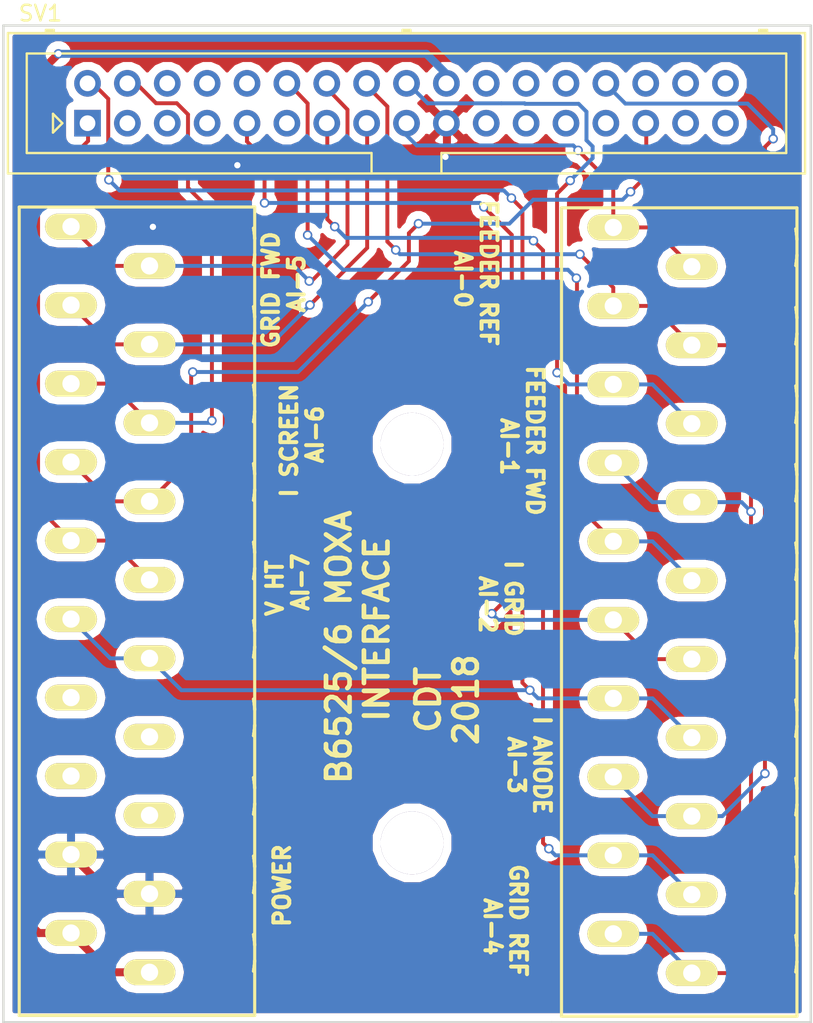
<source format=kicad_pcb>
(kicad_pcb (version 4) (host pcbnew 4.0.7-e2-6376~58~ubuntu16.04.1)

  (general
    (links 36)
    (no_connects 0)
    (area 142.799999 61.519999 194.385001 125.170001)
    (thickness 1.6)
    (drawings 19)
    (tracks 212)
    (zones 0)
    (modules 5)
    (nets 39)
  )

  (page A4)
  (title_block
    (title "B6525/6 METER PCB TO MOXA INTERFACE")
    (date 2018-04-06)
    (rev 1)
    (company ARQIVA)
  )

  (layers
    (0 F.Cu signal)
    (31 B.Cu signal)
    (32 B.Adhes user)
    (33 F.Adhes user)
    (34 B.Paste user)
    (35 F.Paste user)
    (36 B.SilkS user)
    (37 F.SilkS user)
    (38 B.Mask user)
    (39 F.Mask user)
    (40 Dwgs.User user hide)
    (41 Cmts.User user)
    (42 Eco1.User user)
    (43 Eco2.User user)
    (44 Edge.Cuts user)
    (45 Margin user)
    (46 B.CrtYd user)
    (47 F.CrtYd user)
    (48 B.Fab user)
    (49 F.Fab user)
  )

  (setup
    (last_trace_width 0.25)
    (trace_clearance 0.2)
    (zone_clearance 0.508)
    (zone_45_only yes)
    (trace_min 0.2)
    (segment_width 0.2)
    (edge_width 0.15)
    (via_size 0.6)
    (via_drill 0.4)
    (via_min_size 0.4)
    (via_min_drill 0.3)
    (uvia_size 0.3)
    (uvia_drill 0.1)
    (uvias_allowed no)
    (uvia_min_size 0)
    (uvia_min_drill 0)
    (pcb_text_width 0.3)
    (pcb_text_size 1.5 1.5)
    (mod_edge_width 0.15)
    (mod_text_size 1 1)
    (mod_text_width 0.15)
    (pad_size 1.524 1.524)
    (pad_drill 0.762)
    (pad_to_mask_clearance 0.2)
    (aux_axis_origin 0 0)
    (visible_elements 7FFFFFFF)
    (pcbplotparams
      (layerselection 0x00030_80000001)
      (usegerberextensions false)
      (excludeedgelayer true)
      (linewidth 0.100000)
      (plotframeref false)
      (viasonmask false)
      (mode 1)
      (useauxorigin false)
      (hpglpennumber 1)
      (hpglpenspeed 20)
      (hpglpendiameter 15)
      (hpglpenoverlay 2)
      (psnegative false)
      (psa4output false)
      (plotreference true)
      (plotvalue true)
      (plotinvisibletext false)
      (padsonsilk false)
      (subtractmaskfromsilk false)
      (outputformat 1)
      (mirror false)
      (drillshape 1)
      (scaleselection 1)
      (outputdirectory ""))
  )

  (net 0 "")
  (net 1 "Net-(SV1-Pad1)")
  (net 2 "Net-(SV1-Pad2)")
  (net 3 "Net-(SV1-Pad4)")
  (net 4 "Net-(SV1-Pad11)")
  (net 5 "Net-(SV1-Pad12)")
  (net 6 "Net-(SV1-Pad13)")
  (net 7 "Net-(SV1-Pad16)")
  (net 8 "Net-(SV1-Pad17)")
  (net 9 "Net-(SV1-Pad18)")
  (net 10 "Net-(SV1-Pad19)")
  (net 11 "Net-(SV1-Pad20)")
  (net 12 "Net-(SV1-Pad28)")
  (net 13 "Net-(SV1-Pad29)")
  (net 14 "Net-(SV1-Pad14)")
  (net 15 "Net-(SV1-Pad15)")
  (net 16 "Net-(SV1-Pad3)")
  (net 17 "Net-(SV1-Pad5)")
  (net 18 "Net-(SV1-Pad6)")
  (net 19 "Net-(SV1-Pad7)")
  (net 20 "Net-(SV1-Pad8)")
  (net 21 "Net-(SV1-Pad9)")
  (net 22 "Net-(SV1-Pad10)")
  (net 23 "Net-(SV1-Pad21)")
  (net 24 "Net-(SV1-Pad22)")
  (net 25 "Net-(SV1-Pad23)")
  (net 26 "Net-(SV1-Pad24)")
  (net 27 "Net-(SV1-Pad25)")
  (net 28 "Net-(SV1-Pad26)")
  (net 29 "Net-(SV1-Pad27)")
  (net 30 "Net-(SV1-Pad30)")
  (net 31 "Net-(SV1-Pad31)")
  (net 32 "Net-(SV1-Pad32)")
  (net 33 "Net-(SV1-Pad33)")
  (net 34 "Net-(SV1-Pad34)")
  (net 35 "Net-(X2-PadL7.2)")
  (net 36 "Net-(X2-PadL7.1)")
  (net 37 "Net-(X2-PadL8.1)")
  (net 38 "Net-(X2-PadL8.2)")

  (net_class Default "This is the default net class."
    (clearance 0.2)
    (trace_width 0.25)
    (via_dia 0.6)
    (via_drill 0.4)
    (uvia_dia 0.3)
    (uvia_drill 0.1)
    (add_net "Net-(SV1-Pad1)")
    (add_net "Net-(SV1-Pad10)")
    (add_net "Net-(SV1-Pad11)")
    (add_net "Net-(SV1-Pad12)")
    (add_net "Net-(SV1-Pad13)")
    (add_net "Net-(SV1-Pad14)")
    (add_net "Net-(SV1-Pad15)")
    (add_net "Net-(SV1-Pad16)")
    (add_net "Net-(SV1-Pad17)")
    (add_net "Net-(SV1-Pad18)")
    (add_net "Net-(SV1-Pad2)")
    (add_net "Net-(SV1-Pad21)")
    (add_net "Net-(SV1-Pad22)")
    (add_net "Net-(SV1-Pad23)")
    (add_net "Net-(SV1-Pad24)")
    (add_net "Net-(SV1-Pad25)")
    (add_net "Net-(SV1-Pad26)")
    (add_net "Net-(SV1-Pad27)")
    (add_net "Net-(SV1-Pad28)")
    (add_net "Net-(SV1-Pad29)")
    (add_net "Net-(SV1-Pad3)")
    (add_net "Net-(SV1-Pad30)")
    (add_net "Net-(SV1-Pad31)")
    (add_net "Net-(SV1-Pad32)")
    (add_net "Net-(SV1-Pad33)")
    (add_net "Net-(SV1-Pad34)")
    (add_net "Net-(SV1-Pad4)")
    (add_net "Net-(SV1-Pad5)")
    (add_net "Net-(SV1-Pad6)")
    (add_net "Net-(SV1-Pad7)")
    (add_net "Net-(SV1-Pad8)")
    (add_net "Net-(SV1-Pad9)")
    (add_net "Net-(X2-PadL7.1)")
    (add_net "Net-(X2-PadL7.2)")
    (add_net "Net-(X2-PadL8.1)")
    (add_net "Net-(X2-PadL8.2)")
  )

  (net_class power ""
    (clearance 0.2)
    (trace_width 0.508)
    (via_dia 0.6)
    (via_drill 0.4)
    (uvia_dia 0.3)
    (uvia_drill 0.1)
    (add_net "Net-(SV1-Pad19)")
    (add_net "Net-(SV1-Pad20)")
  )

  (module MountingHole_RevA_04Jul2011:MountingHole_4mm_RevA_Date21Jun2010 (layer F.Cu) (tedit 5AC7AC47) (tstamp 5AE8F1D4)
    (at 168.91 113.665)
    (descr "Mounting hole, Befestigungsbohrung, 4mm, No Annular, Kein Restring,")
    (tags "Mounting hole, Befestigungsbohrung, 4mm, No Annular, Kein Restring,")
    (fp_text reference MH (at 0 -5.4991) (layer F.SilkS) hide
      (effects (font (thickness 0.3048)))
    )
    (fp_text value MountingHole_4mm_RevA_Date21Jun2010 (at 0 5.99948) (layer Dwgs.User) hide
      (effects (font (thickness 0.3048)))
    )
    (fp_circle (center 0 0) (end 4.0005 0) (layer Cmts.User) (width 0.381))
    (pad 1 thru_hole circle (at 0 0) (size 4.0005 4.0005) (drill 4.0005) (layers))
  )

  (module 804-110:P-804-110 (layer F.Cu) (tedit 5AEC670D) (tstamp 5AC7B096)
    (at 185.928 98.9584)
    (path /5AC761DA)
    (fp_text reference X1 (at -2.90798 -28.6988) (layer F.SilkS) hide
      (effects (font (size 1.57914 1.57914) (thickness 0.05)))
    )
    (fp_text value 804-110 (at -2.00512 28.8636) (layer F.SilkS) hide
      (effects (font (size 1.57882 1.57882) (thickness 0.05)))
    )
    (fp_line (start 6.9244 19.562) (end 5.5 19.562) (layer Dwgs.User) (width 0.01))
    (fp_line (start 6.9244 -25.438) (end 5.5 -25.438) (layer Dwgs.User) (width 0.01))
    (fp_line (start 6.9244 -20.438) (end 5.5 -20.438) (layer Dwgs.User) (width 0.01))
    (fp_line (start 6.9244 -15.438) (end 5.5 -15.438) (layer Dwgs.User) (width 0.01))
    (fp_line (start 6.9244 -10.438) (end 5.5 -10.438) (layer Dwgs.User) (width 0.01))
    (fp_line (start 6.9244 -5.438) (end 5.5 -5.438) (layer Dwgs.User) (width 0.01))
    (fp_line (start 6.9244 -0.438) (end 5.5 -0.438) (layer Dwgs.User) (width 0.01))
    (fp_line (start 6.9244 4.562) (end 5.5 4.562) (layer Dwgs.User) (width 0.01))
    (fp_line (start 6.9244 9.562) (end 5.5 9.562) (layer Dwgs.User) (width 0.01))
    (fp_line (start 6.9244 14.562) (end 5.5 14.562) (layer Dwgs.User) (width 0.01))
    (fp_line (start 6 -25.75) (end 6 25.75) (layer Dwgs.User) (width 0.01))
    (fp_line (start 7.25 -25.75) (end 7.25 25.75) (layer Dwgs.User) (width 0.01))
    (fp_line (start 5.7212 -25.75) (end 5.7212 25.75) (layer Dwgs.User) (width 0.01))
    (fp_line (start 3.201 -25.75) (end 3.201 25.75) (layer Dwgs.User) (width 0.01))
    (fp_line (start -7 -25.75) (end -7 25.75) (layer Dwgs.User) (width 0.01))
    (fp_line (start -7.3 -25.75) (end -7.3 24.25) (layer Dwgs.User) (width 0.01))
    (fp_line (start -7.5 -25.75) (end -7.5 25.75) (layer F.SilkS) (width 0.2))
    (fp_line (start -7.3 24.25) (end -7.5 24.25) (layer Dwgs.User) (width 0.01))
    (fp_line (start 0.5 23.4) (end 1.1 23.4) (layer Dwgs.User) (width 0.01))
    (fp_line (start 0.5 22.6) (end 0.5 23.4) (layer Dwgs.User) (width 0.01))
    (fp_line (start 1.1 22.6) (end 0.5 22.6) (layer Dwgs.User) (width 0.01))
    (fp_line (start 1.1 23.4) (end 1.1 22.6) (layer Dwgs.User) (width 0.01))
    (fp_line (start 0.5 -21.6) (end 1.1 -21.6) (layer Dwgs.User) (width 0.01))
    (fp_line (start 0.5 -22.4) (end 0.5 -21.6) (layer Dwgs.User) (width 0.01))
    (fp_line (start 1.1 -22.4) (end 0.5 -22.4) (layer Dwgs.User) (width 0.01))
    (fp_line (start 1.1 -21.6) (end 1.1 -22.4) (layer Dwgs.User) (width 0.01))
    (fp_line (start 0.5 -16.6) (end 1.1 -16.6) (layer Dwgs.User) (width 0.01))
    (fp_line (start 0.5 -17.4) (end 0.5 -16.6) (layer Dwgs.User) (width 0.01))
    (fp_line (start 1.1 -17.4) (end 0.5 -17.4) (layer Dwgs.User) (width 0.01))
    (fp_line (start 1.1 -16.6) (end 1.1 -17.4) (layer Dwgs.User) (width 0.01))
    (fp_line (start 0.5 -11.6) (end 1.1 -11.6) (layer Dwgs.User) (width 0.01))
    (fp_line (start 0.5 -12.4) (end 0.5 -11.6) (layer Dwgs.User) (width 0.01))
    (fp_line (start 1.1 -12.4) (end 0.5 -12.4) (layer Dwgs.User) (width 0.01))
    (fp_line (start 1.1 -11.6) (end 1.1 -12.4) (layer Dwgs.User) (width 0.01))
    (fp_line (start 0.5 -6.6) (end 1.1 -6.6) (layer Dwgs.User) (width 0.01))
    (fp_line (start 0.5 -7.4) (end 0.5 -6.6) (layer Dwgs.User) (width 0.01))
    (fp_line (start 1.1 -7.4) (end 0.5 -7.4) (layer Dwgs.User) (width 0.01))
    (fp_line (start 1.1 -6.6) (end 1.1 -7.4) (layer Dwgs.User) (width 0.01))
    (fp_line (start 0.5 -1.6) (end 1.1 -1.6) (layer Dwgs.User) (width 0.01))
    (fp_line (start 0.5 -2.4) (end 0.5 -1.6) (layer Dwgs.User) (width 0.01))
    (fp_line (start 1.1 -2.4) (end 0.5 -2.4) (layer Dwgs.User) (width 0.01))
    (fp_line (start 1.1 -1.6) (end 1.1 -2.4) (layer Dwgs.User) (width 0.01))
    (fp_line (start 0.5 3.4) (end 1.1 3.4) (layer Dwgs.User) (width 0.01))
    (fp_line (start 0.5 2.6) (end 0.5 3.4) (layer Dwgs.User) (width 0.01))
    (fp_line (start 1.1 2.6) (end 0.5 2.6) (layer Dwgs.User) (width 0.01))
    (fp_line (start 1.1 3.4) (end 1.1 2.6) (layer Dwgs.User) (width 0.01))
    (fp_line (start 0.5 8.4) (end 1.1 8.4) (layer Dwgs.User) (width 0.01))
    (fp_line (start 0.5 7.6) (end 0.5 8.4) (layer Dwgs.User) (width 0.01))
    (fp_line (start 1.1 7.6) (end 0.5 7.6) (layer Dwgs.User) (width 0.01))
    (fp_line (start 1.1 8.4) (end 1.1 7.6) (layer Dwgs.User) (width 0.01))
    (fp_line (start 0.5 13.4) (end 1.1 13.4) (layer Dwgs.User) (width 0.01))
    (fp_line (start 0.5 12.6) (end 0.5 13.4) (layer Dwgs.User) (width 0.01))
    (fp_line (start 1.1 12.6) (end 0.5 12.6) (layer Dwgs.User) (width 0.01))
    (fp_line (start 1.1 13.4) (end 1.1 12.6) (layer Dwgs.User) (width 0.01))
    (fp_line (start 0.5 18.4) (end 1.1 18.4) (layer Dwgs.User) (width 0.01))
    (fp_line (start 0.5 17.6) (end 0.5 18.4) (layer Dwgs.User) (width 0.01))
    (fp_line (start 1.1 17.6) (end 0.5 17.6) (layer Dwgs.User) (width 0.01))
    (fp_line (start 1.1 18.4) (end 1.1 17.6) (layer Dwgs.User) (width 0.01))
    (fp_line (start -4.5 20.9) (end -3.9 20.9) (layer Dwgs.User) (width 0.01))
    (fp_line (start -4.5 20.1) (end -4.5 20.9) (layer Dwgs.User) (width 0.01))
    (fp_line (start -3.9 20.1) (end -4.5 20.1) (layer Dwgs.User) (width 0.01))
    (fp_line (start -3.9 20.9) (end -3.9 20.1) (layer Dwgs.User) (width 0.01))
    (fp_line (start -4.5 -24.1) (end -3.9 -24.1) (layer Dwgs.User) (width 0.01))
    (fp_line (start -4.5 -24.9) (end -4.5 -24.1) (layer Dwgs.User) (width 0.01))
    (fp_line (start -3.9 -24.9) (end -4.5 -24.9) (layer Dwgs.User) (width 0.01))
    (fp_line (start -3.9 -24.1) (end -3.9 -24.9) (layer Dwgs.User) (width 0.01))
    (fp_line (start -4.5 -19.1) (end -3.9 -19.1) (layer Dwgs.User) (width 0.01))
    (fp_line (start -4.5 -19.9) (end -4.5 -19.1) (layer Dwgs.User) (width 0.01))
    (fp_line (start -3.9 -19.9) (end -4.5 -19.9) (layer Dwgs.User) (width 0.01))
    (fp_line (start -3.9 -19.1) (end -3.9 -19.9) (layer Dwgs.User) (width 0.01))
    (fp_line (start -4.5 -14.1) (end -3.9 -14.1) (layer Dwgs.User) (width 0.01))
    (fp_line (start -4.5 -14.9) (end -4.5 -14.1) (layer Dwgs.User) (width 0.01))
    (fp_line (start -3.9 -14.9) (end -4.5 -14.9) (layer Dwgs.User) (width 0.01))
    (fp_line (start -3.9 -14.1) (end -3.9 -14.9) (layer Dwgs.User) (width 0.01))
    (fp_line (start -4.5 -9.1) (end -3.9 -9.1) (layer Dwgs.User) (width 0.01))
    (fp_line (start -4.5 -9.9) (end -4.5 -9.1) (layer Dwgs.User) (width 0.01))
    (fp_line (start -3.9 -9.9) (end -4.5 -9.9) (layer Dwgs.User) (width 0.01))
    (fp_line (start -3.9 -9.1) (end -3.9 -9.9) (layer Dwgs.User) (width 0.01))
    (fp_line (start -4.5 -4.1) (end -3.9 -4.1) (layer Dwgs.User) (width 0.01))
    (fp_line (start -4.5 -4.9) (end -4.5 -4.1) (layer Dwgs.User) (width 0.01))
    (fp_line (start -3.9 -4.9) (end -4.5 -4.9) (layer Dwgs.User) (width 0.01))
    (fp_line (start -3.9 -4.1) (end -3.9 -4.9) (layer Dwgs.User) (width 0.01))
    (fp_line (start -4.5 0.9) (end -3.9 0.9) (layer Dwgs.User) (width 0.01))
    (fp_line (start -4.5 0.1) (end -4.5 0.9) (layer Dwgs.User) (width 0.01))
    (fp_line (start -3.9 0.1) (end -4.5 0.1) (layer Dwgs.User) (width 0.01))
    (fp_line (start -3.9 0.9) (end -3.9 0.1) (layer Dwgs.User) (width 0.01))
    (fp_line (start -4.5 5.9) (end -3.9 5.9) (layer Dwgs.User) (width 0.01))
    (fp_line (start -4.5 5.1) (end -4.5 5.9) (layer Dwgs.User) (width 0.01))
    (fp_line (start -3.9 5.1) (end -4.5 5.1) (layer Dwgs.User) (width 0.01))
    (fp_line (start -3.9 5.9) (end -3.9 5.1) (layer Dwgs.User) (width 0.01))
    (fp_line (start -4.5 10.9) (end -3.9 10.9) (layer Dwgs.User) (width 0.01))
    (fp_line (start -4.5 10.1) (end -4.5 10.9) (layer Dwgs.User) (width 0.01))
    (fp_line (start -3.9 10.1) (end -4.5 10.1) (layer Dwgs.User) (width 0.01))
    (fp_line (start -3.9 10.9) (end -3.9 10.1) (layer Dwgs.User) (width 0.01))
    (fp_line (start -4.5 15.9) (end -3.9 15.9) (layer Dwgs.User) (width 0.01))
    (fp_line (start -4.5 15.1) (end -4.5 15.9) (layer Dwgs.User) (width 0.01))
    (fp_line (start -3.9 15.1) (end -4.5 15.1) (layer Dwgs.User) (width 0.01))
    (fp_line (start -3.9 15.9) (end -3.9 15.1) (layer Dwgs.User) (width 0.01))
    (fp_line (start -0.35 19.875) (end 2.35 19.875) (layer Dwgs.User) (width 0.01))
    (fp_line (start -0.55 19.675) (end 2.55 19.675) (layer Dwgs.User) (width 0.01))
    (fp_line (start -0.35 -25.125) (end 2.35 -25.125) (layer Dwgs.User) (width 0.01))
    (fp_line (start -0.55 -25.325) (end 2.55 -25.325) (layer Dwgs.User) (width 0.01))
    (fp_line (start -0.35 -20.125) (end 2.35 -20.125) (layer Dwgs.User) (width 0.01))
    (fp_line (start -0.55 -20.325) (end 2.55 -20.325) (layer Dwgs.User) (width 0.01))
    (fp_line (start -0.35 -15.125) (end 2.35 -15.125) (layer Dwgs.User) (width 0.01))
    (fp_line (start -0.55 -15.325) (end 2.55 -15.325) (layer Dwgs.User) (width 0.01))
    (fp_line (start -0.35 -10.125) (end 2.35 -10.125) (layer Dwgs.User) (width 0.01))
    (fp_line (start -0.55 -10.325) (end 2.55 -10.325) (layer Dwgs.User) (width 0.01))
    (fp_line (start -0.35 -5.125) (end 2.35 -5.125) (layer Dwgs.User) (width 0.01))
    (fp_line (start -0.55 -5.325) (end 2.55 -5.325) (layer Dwgs.User) (width 0.01))
    (fp_line (start -0.35 -0.125) (end 2.35 -0.125) (layer Dwgs.User) (width 0.01))
    (fp_line (start -0.55 -0.325) (end 2.55 -0.325) (layer Dwgs.User) (width 0.01))
    (fp_line (start -0.35 4.875) (end 2.35 4.875) (layer Dwgs.User) (width 0.01))
    (fp_line (start -0.55 4.675) (end 2.55 4.675) (layer Dwgs.User) (width 0.01))
    (fp_line (start -0.35 9.875) (end 2.35 9.875) (layer Dwgs.User) (width 0.01))
    (fp_line (start -0.55 9.675) (end 2.55 9.675) (layer Dwgs.User) (width 0.01))
    (fp_line (start -0.35 14.875) (end 2.35 14.875) (layer Dwgs.User) (width 0.01))
    (fp_line (start -0.55 14.675) (end 2.55 14.675) (layer Dwgs.User) (width 0.01))
    (fp_line (start 2.55 24.25) (end 2.35 24.25) (layer Dwgs.User) (width 0.01))
    (fp_line (start 2.35 24.25) (end -0.35 24.25) (layer Dwgs.User) (width 0.01))
    (fp_line (start -0.35 24.25) (end -0.55 24.25) (layer Dwgs.User) (width 0.01))
    (fp_line (start 2.55 19.25) (end 2.35 19.25) (layer Dwgs.User) (width 0.01))
    (fp_line (start 2.35 19.25) (end -0.35 19.25) (layer Dwgs.User) (width 0.01))
    (fp_line (start -0.35 19.25) (end -0.55 19.25) (layer Dwgs.User) (width 0.01))
    (fp_line (start 2.55 14.25) (end 2.35 14.25) (layer Dwgs.User) (width 0.01))
    (fp_line (start 2.35 14.25) (end -0.35 14.25) (layer Dwgs.User) (width 0.01))
    (fp_line (start -0.35 14.25) (end -0.55 14.25) (layer Dwgs.User) (width 0.01))
    (fp_line (start 2.55 9.25) (end 2.35 9.25) (layer Dwgs.User) (width 0.01))
    (fp_line (start 2.35 9.25) (end -0.35 9.25) (layer Dwgs.User) (width 0.01))
    (fp_line (start -0.35 9.25) (end -0.55 9.25) (layer Dwgs.User) (width 0.01))
    (fp_line (start 2.55 4.25) (end 2.35 4.25) (layer Dwgs.User) (width 0.01))
    (fp_line (start 2.35 4.25) (end -0.35 4.25) (layer Dwgs.User) (width 0.01))
    (fp_line (start -0.35 4.25) (end -0.55 4.25) (layer Dwgs.User) (width 0.01))
    (fp_line (start 2.55 -0.75) (end 2.35 -0.75) (layer Dwgs.User) (width 0.01))
    (fp_line (start 2.35 -0.75) (end -0.35 -0.75) (layer Dwgs.User) (width 0.01))
    (fp_line (start -0.35 -0.75) (end -0.55 -0.75) (layer Dwgs.User) (width 0.01))
    (fp_line (start 2.55 -5.75) (end 2.35 -5.75) (layer Dwgs.User) (width 0.01))
    (fp_line (start 2.35 -5.75) (end -0.35 -5.75) (layer Dwgs.User) (width 0.01))
    (fp_line (start -0.35 -5.75) (end -0.55 -5.75) (layer Dwgs.User) (width 0.01))
    (fp_line (start 2.55 -10.75) (end 2.35 -10.75) (layer Dwgs.User) (width 0.01))
    (fp_line (start 2.35 -10.75) (end -0.35 -10.75) (layer Dwgs.User) (width 0.01))
    (fp_line (start -0.35 -10.75) (end -0.55 -10.75) (layer Dwgs.User) (width 0.01))
    (fp_line (start 2.55 -15.75) (end 2.35 -15.75) (layer Dwgs.User) (width 0.01))
    (fp_line (start 2.35 -15.75) (end -0.35 -15.75) (layer Dwgs.User) (width 0.01))
    (fp_line (start -0.35 -15.75) (end -0.55 -15.75) (layer Dwgs.User) (width 0.01))
    (fp_line (start 2.55 -20.75) (end 2.35 -20.75) (layer Dwgs.User) (width 0.01))
    (fp_line (start 2.35 -20.75) (end -0.35 -20.75) (layer Dwgs.User) (width 0.01))
    (fp_line (start -0.35 -20.75) (end -0.55 -20.75) (layer Dwgs.User) (width 0.01))
    (fp_line (start -0.55 -20.75) (end -0.55 -25.325) (layer Dwgs.User) (width 0.01))
    (fp_line (start -0.55 -25.325) (end -0.35 -25.125) (layer Dwgs.User) (width 0.01))
    (fp_line (start -0.55 -15.75) (end -0.55 -20.325) (layer Dwgs.User) (width 0.01))
    (fp_line (start -0.55 -20.325) (end -0.35 -20.125) (layer Dwgs.User) (width 0.01))
    (fp_line (start -0.55 -10.75) (end -0.55 -15.325) (layer Dwgs.User) (width 0.01))
    (fp_line (start -0.55 -15.325) (end -0.35 -15.125) (layer Dwgs.User) (width 0.01))
    (fp_line (start -0.55 -5.75) (end -0.55 -10.325) (layer Dwgs.User) (width 0.01))
    (fp_line (start -0.55 -10.325) (end -0.35 -10.125) (layer Dwgs.User) (width 0.01))
    (fp_line (start -0.55 -0.75) (end -0.55 -5.325) (layer Dwgs.User) (width 0.01))
    (fp_line (start -0.55 -5.325) (end -0.35 -5.125) (layer Dwgs.User) (width 0.01))
    (fp_line (start -0.55 4.25) (end -0.55 -0.325) (layer Dwgs.User) (width 0.01))
    (fp_line (start -0.55 -0.325) (end -0.35 -0.125) (layer Dwgs.User) (width 0.01))
    (fp_line (start -0.55 9.25) (end -0.55 4.675) (layer Dwgs.User) (width 0.01))
    (fp_line (start -0.55 4.675) (end -0.35 4.875) (layer Dwgs.User) (width 0.01))
    (fp_line (start -0.55 14.25) (end -0.55 9.675) (layer Dwgs.User) (width 0.01))
    (fp_line (start -0.55 9.675) (end -0.35 9.875) (layer Dwgs.User) (width 0.01))
    (fp_line (start -0.55 19.25) (end -0.55 14.675) (layer Dwgs.User) (width 0.01))
    (fp_line (start -0.55 14.675) (end -0.35 14.875) (layer Dwgs.User) (width 0.01))
    (fp_line (start -0.55 24.25) (end -0.55 19.675) (layer Dwgs.User) (width 0.01))
    (fp_line (start -0.55 19.675) (end -0.35 19.875) (layer Dwgs.User) (width 0.01))
    (fp_line (start -0.35 -25.125) (end -0.35 -20.75) (layer Dwgs.User) (width 0.01))
    (fp_line (start -0.35 -20.125) (end -0.35 -15.75) (layer Dwgs.User) (width 0.01))
    (fp_line (start -0.35 -15.125) (end -0.35 -10.75) (layer Dwgs.User) (width 0.01))
    (fp_line (start -0.35 -10.125) (end -0.35 -5.75) (layer Dwgs.User) (width 0.01))
    (fp_line (start -0.35 -5.125) (end -0.35 -0.75) (layer Dwgs.User) (width 0.01))
    (fp_line (start -0.35 -0.125) (end -0.35 4.25) (layer Dwgs.User) (width 0.01))
    (fp_line (start -0.35 4.875) (end -0.35 9.25) (layer Dwgs.User) (width 0.01))
    (fp_line (start -0.35 9.875) (end -0.35 14.25) (layer Dwgs.User) (width 0.01))
    (fp_line (start -0.35 14.875) (end -0.35 19.25) (layer Dwgs.User) (width 0.01))
    (fp_line (start -0.35 19.875) (end -0.35 24.25) (layer Dwgs.User) (width 0.01))
    (fp_line (start 2.55 -25.325) (end 2.55 -20.75) (layer Dwgs.User) (width 0.01))
    (fp_line (start 2.35 -20.75) (end 2.35 -25.125) (layer Dwgs.User) (width 0.01))
    (fp_line (start 2.35 -25.125) (end 2.55 -25.325) (layer Dwgs.User) (width 0.01))
    (fp_line (start 2.55 -20.325) (end 2.55 -15.75) (layer Dwgs.User) (width 0.01))
    (fp_line (start 2.35 -15.75) (end 2.35 -20.125) (layer Dwgs.User) (width 0.01))
    (fp_line (start 2.35 -20.125) (end 2.55 -20.325) (layer Dwgs.User) (width 0.01))
    (fp_line (start 2.55 -15.325) (end 2.55 -10.75) (layer Dwgs.User) (width 0.01))
    (fp_line (start 2.35 -10.75) (end 2.35 -15.125) (layer Dwgs.User) (width 0.01))
    (fp_line (start 2.35 -15.125) (end 2.55 -15.325) (layer Dwgs.User) (width 0.01))
    (fp_line (start 2.55 -10.325) (end 2.55 -5.75) (layer Dwgs.User) (width 0.01))
    (fp_line (start 2.35 -5.75) (end 2.35 -10.125) (layer Dwgs.User) (width 0.01))
    (fp_line (start 2.35 -10.125) (end 2.55 -10.325) (layer Dwgs.User) (width 0.01))
    (fp_line (start 2.55 -5.325) (end 2.55 -0.75) (layer Dwgs.User) (width 0.01))
    (fp_line (start 2.35 -0.75) (end 2.35 -5.125) (layer Dwgs.User) (width 0.01))
    (fp_line (start 2.35 -5.125) (end 2.55 -5.325) (layer Dwgs.User) (width 0.01))
    (fp_line (start 2.55 -0.325) (end 2.55 4.25) (layer Dwgs.User) (width 0.01))
    (fp_line (start 2.35 4.25) (end 2.35 -0.125) (layer Dwgs.User) (width 0.01))
    (fp_line (start 2.35 -0.125) (end 2.55 -0.325) (layer Dwgs.User) (width 0.01))
    (fp_line (start 2.55 4.675) (end 2.55 9.25) (layer Dwgs.User) (width 0.01))
    (fp_line (start 2.35 9.25) (end 2.35 4.875) (layer Dwgs.User) (width 0.01))
    (fp_line (start 2.35 4.875) (end 2.55 4.675) (layer Dwgs.User) (width 0.01))
    (fp_line (start 2.55 9.675) (end 2.55 14.25) (layer Dwgs.User) (width 0.01))
    (fp_line (start 2.35 14.25) (end 2.35 9.875) (layer Dwgs.User) (width 0.01))
    (fp_line (start 2.35 9.875) (end 2.55 9.675) (layer Dwgs.User) (width 0.01))
    (fp_line (start 2.55 14.675) (end 2.55 19.25) (layer Dwgs.User) (width 0.01))
    (fp_line (start 2.35 19.25) (end 2.35 14.875) (layer Dwgs.User) (width 0.01))
    (fp_line (start 2.35 14.875) (end 2.55 14.675) (layer Dwgs.User) (width 0.01))
    (fp_line (start 2.55 19.675) (end 2.55 24.25) (layer Dwgs.User) (width 0.01))
    (fp_line (start 2.35 24.25) (end 2.35 19.875) (layer Dwgs.User) (width 0.01))
    (fp_line (start 2.35 19.875) (end 2.55 19.675) (layer Dwgs.User) (width 0.01))
    (fp_line (start -1.8 24.1375) (end -1.8 20.1125) (layer Dwgs.User) (width 0.01))
    (fp_line (start 3.8 24.1375) (end 3.8 20.1125) (layer Dwgs.User) (width 0.01))
    (fp_line (start -0.3 24.1375) (end -0.3 20.1125) (layer Dwgs.User) (width 0.01))
    (fp_line (start 2.3 24.1375) (end 2.3 20.1125) (layer Dwgs.User) (width 0.01))
    (fp_line (start -1.8 -20.8625) (end -1.8 -24.8875) (layer Dwgs.User) (width 0.01))
    (fp_line (start 3.8 -20.8625) (end 3.8 -24.8875) (layer Dwgs.User) (width 0.01))
    (fp_line (start -0.3 -20.8625) (end -0.3 -24.8875) (layer Dwgs.User) (width 0.01))
    (fp_line (start 2.3 -20.8625) (end 2.3 -24.8875) (layer Dwgs.User) (width 0.01))
    (fp_line (start -1.8 -15.8625) (end -1.8 -19.8875) (layer Dwgs.User) (width 0.01))
    (fp_line (start 3.8 -15.8625) (end 3.8 -19.8875) (layer Dwgs.User) (width 0.01))
    (fp_line (start -0.3 -15.8625) (end -0.3 -19.8875) (layer Dwgs.User) (width 0.01))
    (fp_line (start 2.3 -15.8625) (end 2.3 -19.8875) (layer Dwgs.User) (width 0.01))
    (fp_line (start -1.8 -10.8625) (end -1.8 -14.8875) (layer Dwgs.User) (width 0.01))
    (fp_line (start 3.8 -10.8625) (end 3.8 -14.8875) (layer Dwgs.User) (width 0.01))
    (fp_line (start -0.3 -10.8625) (end -0.3 -14.8875) (layer Dwgs.User) (width 0.01))
    (fp_line (start 2.3 -10.8625) (end 2.3 -14.8875) (layer Dwgs.User) (width 0.01))
    (fp_line (start -1.8 -5.8625) (end -1.8 -9.8875) (layer Dwgs.User) (width 0.01))
    (fp_line (start 3.8 -5.8625) (end 3.8 -9.8875) (layer Dwgs.User) (width 0.01))
    (fp_line (start -0.3 -5.8625) (end -0.3 -9.8875) (layer Dwgs.User) (width 0.01))
    (fp_line (start 2.3 -5.8625) (end 2.3 -9.8875) (layer Dwgs.User) (width 0.01))
    (fp_line (start -1.8 -0.8625) (end -1.8 -4.8875) (layer Dwgs.User) (width 0.01))
    (fp_line (start 3.8 -0.8625) (end 3.8 -4.8875) (layer Dwgs.User) (width 0.01))
    (fp_line (start -0.3 -0.8625) (end -0.3 -4.8875) (layer Dwgs.User) (width 0.01))
    (fp_line (start 2.3 -0.8625) (end 2.3 -4.8875) (layer Dwgs.User) (width 0.01))
    (fp_line (start -1.8 4.1375) (end -1.8 0.1125) (layer Dwgs.User) (width 0.01))
    (fp_line (start 3.8 4.1375) (end 3.8 0.1125) (layer Dwgs.User) (width 0.01))
    (fp_line (start -0.3 4.1375) (end -0.3 0.1125) (layer Dwgs.User) (width 0.01))
    (fp_line (start 2.3 4.1375) (end 2.3 0.1125) (layer Dwgs.User) (width 0.01))
    (fp_line (start -1.8 9.1375) (end -1.8 5.1125) (layer Dwgs.User) (width 0.01))
    (fp_line (start 3.8 9.1375) (end 3.8 5.1125) (layer Dwgs.User) (width 0.01))
    (fp_line (start -0.3 9.1375) (end -0.3 5.1125) (layer Dwgs.User) (width 0.01))
    (fp_line (start 2.3 9.1375) (end 2.3 5.1125) (layer Dwgs.User) (width 0.01))
    (fp_line (start -1.8 14.1375) (end -1.8 10.1125) (layer Dwgs.User) (width 0.01))
    (fp_line (start 3.8 14.1375) (end 3.8 10.1125) (layer Dwgs.User) (width 0.01))
    (fp_line (start -0.3 14.1375) (end -0.3 10.1125) (layer Dwgs.User) (width 0.01))
    (fp_line (start 2.3 14.1375) (end 2.3 10.1125) (layer Dwgs.User) (width 0.01))
    (fp_line (start -1.8 19.1375) (end -1.8 15.1125) (layer Dwgs.User) (width 0.01))
    (fp_line (start 3.8 19.1375) (end 3.8 15.1125) (layer Dwgs.User) (width 0.01))
    (fp_line (start -0.3 19.1375) (end -0.3 15.1125) (layer Dwgs.User) (width 0.01))
    (fp_line (start 2.3 19.1375) (end 2.3 15.1125) (layer Dwgs.User) (width 0.01))
    (fp_line (start -1.3 24.1375) (end -1.3 20.1125) (layer Dwgs.User) (width 0.01))
    (fp_line (start 3.3 24.1375) (end 3.3 20.1125) (layer Dwgs.User) (width 0.01))
    (fp_line (start -1.3 -20.8625) (end -1.3 -24.8875) (layer Dwgs.User) (width 0.01))
    (fp_line (start 3.3 -20.8625) (end 3.3 -24.8875) (layer Dwgs.User) (width 0.01))
    (fp_line (start -1.3 -15.8625) (end -1.3 -19.8875) (layer Dwgs.User) (width 0.01))
    (fp_line (start 3.3 -15.8625) (end 3.3 -19.8875) (layer Dwgs.User) (width 0.01))
    (fp_line (start -1.3 -10.8625) (end -1.3 -14.8875) (layer Dwgs.User) (width 0.01))
    (fp_line (start 3.3 -10.8625) (end 3.3 -14.8875) (layer Dwgs.User) (width 0.01))
    (fp_line (start -1.3 -5.8625) (end -1.3 -9.8875) (layer Dwgs.User) (width 0.01))
    (fp_line (start 3.3 -5.8625) (end 3.3 -9.8875) (layer Dwgs.User) (width 0.01))
    (fp_line (start -1.3 -0.8625) (end -1.3 -4.8875) (layer Dwgs.User) (width 0.01))
    (fp_line (start 3.3 -0.8625) (end 3.3 -4.8875) (layer Dwgs.User) (width 0.01))
    (fp_line (start -1.3 4.1375) (end -1.3 0.1125) (layer Dwgs.User) (width 0.01))
    (fp_line (start 3.3 4.1375) (end 3.3 0.1125) (layer Dwgs.User) (width 0.01))
    (fp_line (start -1.3 9.1375) (end -1.3 5.1125) (layer Dwgs.User) (width 0.01))
    (fp_line (start 3.3 9.1375) (end 3.3 5.1125) (layer Dwgs.User) (width 0.01))
    (fp_line (start -1.3 14.1375) (end -1.3 10.1125) (layer Dwgs.User) (width 0.01))
    (fp_line (start 3.3 14.1375) (end 3.3 10.1125) (layer Dwgs.User) (width 0.01))
    (fp_line (start -1.3 19.1375) (end -1.3 15.1125) (layer Dwgs.User) (width 0.01))
    (fp_line (start 3.3 19.1375) (end 3.3 15.1125) (layer Dwgs.User) (width 0.01))
    (fp_line (start 1.2 15.1125) (end 1.2 19.1375) (layer Dwgs.User) (width 0.01))
    (fp_line (start -1.8 15.1125) (end 0.5 15.1125) (layer Dwgs.User) (width 0.01))
    (fp_line (start 0.5 15.1125) (end 0.8 15.1125) (layer Dwgs.User) (width 0.01))
    (fp_line (start 0.8 15.1125) (end 1.5 15.1125) (layer Dwgs.User) (width 0.01))
    (fp_line (start 1.5 15.1125) (end 3.8 15.1125) (layer Dwgs.User) (width 0.01))
    (fp_line (start 1.5 15.1125) (end 1.5 19.1375) (layer Dwgs.User) (width 0.01))
    (fp_line (start 0.5 19.1375) (end 0.5 15.1125) (layer Dwgs.User) (width 0.01))
    (fp_line (start 0.8 15.1125) (end 0.8 19.1375) (layer Dwgs.User) (width 0.01))
    (fp_line (start 3.8 19.1375) (end -1.8 19.1375) (layer Dwgs.User) (width 0.01))
    (fp_line (start 0.5 24.1375) (end 0.5 20.1125) (layer Dwgs.User) (width 0.01))
    (fp_line (start 0.5 14.1375) (end 0.5 10.1125) (layer Dwgs.User) (width 0.01))
    (fp_line (start 0.5 9.1375) (end 0.5 5.1125) (layer Dwgs.User) (width 0.01))
    (fp_line (start 0.5 4.1375) (end 0.5 0.1125) (layer Dwgs.User) (width 0.01))
    (fp_line (start 0.5 -0.8625) (end 0.5 -4.8875) (layer Dwgs.User) (width 0.01))
    (fp_line (start 0.5 -5.8625) (end 0.5 -9.8875) (layer Dwgs.User) (width 0.01))
    (fp_line (start 0.5 -10.8625) (end 0.5 -14.8875) (layer Dwgs.User) (width 0.01))
    (fp_line (start 0.5 -15.8625) (end 0.5 -19.8875) (layer Dwgs.User) (width 0.01))
    (fp_line (start 0.5 -20.8625) (end 0.5 -24.8875) (layer Dwgs.User) (width 0.01))
    (fp_line (start -1.8 20.1125) (end 0.8 20.1125) (layer Dwgs.User) (width 0.01))
    (fp_line (start 0.8 20.1125) (end 1.2 20.1125) (layer Dwgs.User) (width 0.01))
    (fp_line (start 1.2 20.1125) (end 1.5 20.1125) (layer Dwgs.User) (width 0.01))
    (fp_line (start 1.5 20.1125) (end 3.8 20.1125) (layer Dwgs.User) (width 0.01))
    (fp_line (start 1.5 20.1125) (end 1.5 24.1375) (layer Dwgs.User) (width 0.01))
    (fp_line (start 3.8 24.1375) (end 1.2 24.1375) (layer Dwgs.User) (width 0.01))
    (fp_line (start 1.2 24.1375) (end 0.8 24.1375) (layer Dwgs.User) (width 0.01))
    (fp_line (start 0.8 24.1375) (end -1.8 24.1375) (layer Dwgs.User) (width 0.01))
    (fp_line (start -1.8 10.1125) (end 0.8 10.1125) (layer Dwgs.User) (width 0.01))
    (fp_line (start 0.8 10.1125) (end 1.2 10.1125) (layer Dwgs.User) (width 0.01))
    (fp_line (start 1.2 10.1125) (end 1.5 10.1125) (layer Dwgs.User) (width 0.01))
    (fp_line (start 1.5 10.1125) (end 3.8 10.1125) (layer Dwgs.User) (width 0.01))
    (fp_line (start 1.5 10.1125) (end 1.5 14.1375) (layer Dwgs.User) (width 0.01))
    (fp_line (start 3.8 14.1375) (end 1.2 14.1375) (layer Dwgs.User) (width 0.01))
    (fp_line (start 1.2 14.1375) (end 0.8 14.1375) (layer Dwgs.User) (width 0.01))
    (fp_line (start 0.8 14.1375) (end -1.8 14.1375) (layer Dwgs.User) (width 0.01))
    (fp_line (start -1.8 5.1125) (end 0.8 5.1125) (layer Dwgs.User) (width 0.01))
    (fp_line (start 0.8 5.1125) (end 1.2 5.1125) (layer Dwgs.User) (width 0.01))
    (fp_line (start 1.2 5.1125) (end 1.5 5.1125) (layer Dwgs.User) (width 0.01))
    (fp_line (start 1.5 5.1125) (end 3.8 5.1125) (layer Dwgs.User) (width 0.01))
    (fp_line (start 1.5 5.1125) (end 1.5 9.1375) (layer Dwgs.User) (width 0.01))
    (fp_line (start 3.8 9.1375) (end 1.2 9.1375) (layer Dwgs.User) (width 0.01))
    (fp_line (start 1.2 9.1375) (end 0.8 9.1375) (layer Dwgs.User) (width 0.01))
    (fp_line (start 0.8 9.1375) (end -1.8 9.1375) (layer Dwgs.User) (width 0.01))
    (fp_line (start -1.8 0.1125) (end 0.8 0.1125) (layer Dwgs.User) (width 0.01))
    (fp_line (start 0.8 0.1125) (end 1.2 0.1125) (layer Dwgs.User) (width 0.01))
    (fp_line (start 1.2 0.1125) (end 1.5 0.1125) (layer Dwgs.User) (width 0.01))
    (fp_line (start 1.5 0.1125) (end 3.8 0.1125) (layer Dwgs.User) (width 0.01))
    (fp_line (start 1.5 0.1125) (end 1.5 4.1375) (layer Dwgs.User) (width 0.01))
    (fp_line (start 3.8 4.1375) (end 1.2 4.1375) (layer Dwgs.User) (width 0.01))
    (fp_line (start 1.2 4.1375) (end 0.8 4.1375) (layer Dwgs.User) (width 0.01))
    (fp_line (start 0.8 4.1375) (end -1.8 4.1375) (layer Dwgs.User) (width 0.01))
    (fp_line (start -1.8 -4.8875) (end 0.8 -4.8875) (layer Dwgs.User) (width 0.01))
    (fp_line (start 0.8 -4.8875) (end 1.2 -4.8875) (layer Dwgs.User) (width 0.01))
    (fp_line (start 1.2 -4.8875) (end 1.5 -4.8875) (layer Dwgs.User) (width 0.01))
    (fp_line (start 1.5 -4.8875) (end 3.8 -4.8875) (layer Dwgs.User) (width 0.01))
    (fp_line (start 1.5 -4.8875) (end 1.5 -0.8625) (layer Dwgs.User) (width 0.01))
    (fp_line (start 3.8 -0.8625) (end 1.2 -0.8625) (layer Dwgs.User) (width 0.01))
    (fp_line (start 1.2 -0.8625) (end 0.8 -0.8625) (layer Dwgs.User) (width 0.01))
    (fp_line (start 0.8 -0.8625) (end -1.8 -0.8625) (layer Dwgs.User) (width 0.01))
    (fp_line (start -1.8 -9.8875) (end 0.8 -9.8875) (layer Dwgs.User) (width 0.01))
    (fp_line (start 0.8 -9.8875) (end 1.2 -9.8875) (layer Dwgs.User) (width 0.01))
    (fp_line (start 1.2 -9.8875) (end 1.5 -9.8875) (layer Dwgs.User) (width 0.01))
    (fp_line (start 1.5 -9.8875) (end 3.8 -9.8875) (layer Dwgs.User) (width 0.01))
    (fp_line (start 1.5 -9.8875) (end 1.5 -5.8625) (layer Dwgs.User) (width 0.01))
    (fp_line (start 3.8 -5.8625) (end 1.2 -5.8625) (layer Dwgs.User) (width 0.01))
    (fp_line (start 1.2 -5.8625) (end 0.8 -5.8625) (layer Dwgs.User) (width 0.01))
    (fp_line (start 0.8 -5.8625) (end -1.8 -5.8625) (layer Dwgs.User) (width 0.01))
    (fp_line (start -1.8 -14.8875) (end 0.8 -14.8875) (layer Dwgs.User) (width 0.01))
    (fp_line (start 0.8 -14.8875) (end 1.2 -14.8875) (layer Dwgs.User) (width 0.01))
    (fp_line (start 1.2 -14.8875) (end 1.5 -14.8875) (layer Dwgs.User) (width 0.01))
    (fp_line (start 1.5 -14.8875) (end 3.8 -14.8875) (layer Dwgs.User) (width 0.01))
    (fp_line (start 1.5 -14.8875) (end 1.5 -10.8625) (layer Dwgs.User) (width 0.01))
    (fp_line (start 3.8 -10.8625) (end 1.2 -10.8625) (layer Dwgs.User) (width 0.01))
    (fp_line (start 1.2 -10.8625) (end 0.8 -10.8625) (layer Dwgs.User) (width 0.01))
    (fp_line (start 0.8 -10.8625) (end -1.8 -10.8625) (layer Dwgs.User) (width 0.01))
    (fp_line (start -1.8 -19.8875) (end 0.8 -19.8875) (layer Dwgs.User) (width 0.01))
    (fp_line (start 0.8 -19.8875) (end 1.2 -19.8875) (layer Dwgs.User) (width 0.01))
    (fp_line (start 1.2 -19.8875) (end 1.5 -19.8875) (layer Dwgs.User) (width 0.01))
    (fp_line (start 1.5 -19.8875) (end 3.8 -19.8875) (layer Dwgs.User) (width 0.01))
    (fp_line (start 1.5 -19.8875) (end 1.5 -15.8625) (layer Dwgs.User) (width 0.01))
    (fp_line (start 3.8 -15.8625) (end 1.2 -15.8625) (layer Dwgs.User) (width 0.01))
    (fp_line (start 1.2 -15.8625) (end 0.8 -15.8625) (layer Dwgs.User) (width 0.01))
    (fp_line (start 0.8 -15.8625) (end -1.8 -15.8625) (layer Dwgs.User) (width 0.01))
    (fp_line (start -1.8 -24.8875) (end 0.8 -24.8875) (layer Dwgs.User) (width 0.01))
    (fp_line (start 0.8 -24.8875) (end 1.2 -24.8875) (layer Dwgs.User) (width 0.01))
    (fp_line (start 1.2 -24.8875) (end 1.5 -24.8875) (layer Dwgs.User) (width 0.01))
    (fp_line (start 1.5 -24.8875) (end 3.8 -24.8875) (layer Dwgs.User) (width 0.01))
    (fp_line (start 1.5 -24.8875) (end 1.5 -20.8625) (layer Dwgs.User) (width 0.01))
    (fp_line (start 3.8 -20.8625) (end 1.2 -20.8625) (layer Dwgs.User) (width 0.01))
    (fp_line (start 1.2 -20.8625) (end 0.8 -20.8625) (layer Dwgs.User) (width 0.01))
    (fp_line (start 0.8 -20.8625) (end -1.8 -20.8625) (layer Dwgs.User) (width 0.01))
    (fp_line (start 0.8 20.1125) (end 0.8 24.1375) (layer Dwgs.User) (width 0.01))
    (fp_line (start 1.2 20.1125) (end 1.2 24.1375) (layer Dwgs.User) (width 0.01))
    (fp_line (start 0.8 10.1125) (end 0.8 14.1375) (layer Dwgs.User) (width 0.01))
    (fp_line (start 1.2 10.1125) (end 1.2 14.1375) (layer Dwgs.User) (width 0.01))
    (fp_line (start 0.8 5.1125) (end 0.8 9.1375) (layer Dwgs.User) (width 0.01))
    (fp_line (start 1.2 5.1125) (end 1.2 9.1375) (layer Dwgs.User) (width 0.01))
    (fp_line (start 0.8 0.1125) (end 0.8 4.1375) (layer Dwgs.User) (width 0.01))
    (fp_line (start 1.2 0.1125) (end 1.2 4.1375) (layer Dwgs.User) (width 0.01))
    (fp_line (start 0.8 -4.8875) (end 0.8 -0.8625) (layer Dwgs.User) (width 0.01))
    (fp_line (start 1.2 -4.8875) (end 1.2 -0.8625) (layer Dwgs.User) (width 0.01))
    (fp_line (start 0.8 -9.8875) (end 0.8 -5.8625) (layer Dwgs.User) (width 0.01))
    (fp_line (start 1.2 -9.8875) (end 1.2 -5.8625) (layer Dwgs.User) (width 0.01))
    (fp_line (start 0.8 -14.8875) (end 0.8 -10.8625) (layer Dwgs.User) (width 0.01))
    (fp_line (start 1.2 -14.8875) (end 1.2 -10.8625) (layer Dwgs.User) (width 0.01))
    (fp_line (start 0.8 -19.8875) (end 0.8 -15.8625) (layer Dwgs.User) (width 0.01))
    (fp_line (start 1.2 -19.8875) (end 1.2 -15.8625) (layer Dwgs.User) (width 0.01))
    (fp_line (start 0.8 -24.8875) (end 0.8 -20.8625) (layer Dwgs.User) (width 0.01))
    (fp_line (start 1.2 -24.8875) (end 1.2 -20.8625) (layer Dwgs.User) (width 0.01))
    (fp_line (start 5.5 19.562) (end 5.5 23.962) (layer Dwgs.User) (width 0.01))
    (fp_line (start 5.5 -25.438) (end 5.5 -21.038) (layer Dwgs.User) (width 0.01))
    (fp_line (start 5.5 -20.438) (end 5.5 -16.038) (layer Dwgs.User) (width 0.01))
    (fp_line (start 5.5 -15.438) (end 5.5 -11.038) (layer Dwgs.User) (width 0.01))
    (fp_line (start 5.5 -10.438) (end 5.5 -6.038) (layer Dwgs.User) (width 0.01))
    (fp_line (start 5.5 -5.438) (end 5.5 -1.038) (layer Dwgs.User) (width 0.01))
    (fp_line (start 5.5 -0.438) (end 5.5 3.962) (layer Dwgs.User) (width 0.01))
    (fp_line (start 5.5 4.562) (end 5.5 8.962) (layer Dwgs.User) (width 0.01))
    (fp_line (start 5.5 9.562) (end 5.5 13.962) (layer Dwgs.User) (width 0.01))
    (fp_line (start 7.4992 22.2506) (end 7.5 22.2372) (layer F.SilkS) (width 0.2))
    (fp_line (start 7.4975 22.2774) (end 7.4992 22.2506) (layer F.SilkS) (width 0.2))
    (fp_line (start 7.4957 22.3042) (end 7.4975 22.2774) (layer F.SilkS) (width 0.2))
    (fp_line (start 7.4948 22.3175) (end 7.4957 22.3042) (layer F.SilkS) (width 0.2))
    (fp_line (start 7.4939 22.3309) (end 7.4948 22.3175) (layer F.SilkS) (width 0.2))
    (fp_line (start 7.4899 22.3839) (end 7.4939 22.3309) (layer F.SilkS) (width 0.2))
    (fp_line (start 7.4877 22.4103) (end 7.4899 22.3839) (layer F.SilkS) (width 0.2))
    (fp_line (start 7.4855 22.4366) (end 7.4877 22.4103) (layer F.SilkS) (width 0.2))
    (fp_line (start 7.4832 22.4628) (end 7.4855 22.4366) (layer F.SilkS) (width 0.2))
    (fp_line (start 7.482 22.4758) (end 7.4832 22.4628) (layer F.SilkS) (width 0.2))
    (fp_line (start 7.4808 22.4889) (end 7.482 22.4758) (layer F.SilkS) (width 0.2))
    (fp_line (start 7.4758 22.5407) (end 7.4808 22.4889) (layer F.SilkS) (width 0.2))
    (fp_line (start 7.4731 22.5664) (end 7.4758 22.5407) (layer F.SilkS) (width 0.2))
    (fp_line (start 7.4704 22.592) (end 7.4731 22.5664) (layer F.SilkS) (width 0.2))
    (fp_line (start 7.4675 22.6174) (end 7.4704 22.592) (layer F.SilkS) (width 0.2))
    (fp_line (start 7.4661 22.6301) (end 7.4675 22.6174) (layer F.SilkS) (width 0.2))
    (fp_line (start 7.4616 22.6679) (end 7.4661 22.6301) (layer F.SilkS) (width 0.2))
    (fp_line (start 7.4585 22.693) (end 7.4616 22.6679) (layer F.SilkS) (width 0.2))
    (fp_line (start 7.457 22.7055) (end 7.4585 22.693) (layer F.SilkS) (width 0.2))
    (fp_line (start 7.4554 22.7179) (end 7.457 22.7055) (layer F.SilkS) (width 0.2))
    (fp_line (start 7.4521 22.7426) (end 7.4554 22.7179) (layer F.SilkS) (width 0.2))
    (fp_line (start 7.4488 22.7672) (end 7.4521 22.7426) (layer F.SilkS) (width 0.2))
    (fp_line (start 7.4471 22.7795) (end 7.4488 22.7672) (layer F.SilkS) (width 0.2))
    (fp_line (start 7.4454 22.7917) (end 7.4471 22.7795) (layer F.SilkS) (width 0.2))
    (fp_line (start 7.4419 22.8159) (end 7.4454 22.7917) (layer F.SilkS) (width 0.2))
    (fp_line (start 7.4383 22.8401) (end 7.4419 22.8159) (layer F.SilkS) (width 0.2))
    (fp_line (start 7.4346 22.864) (end 7.4383 22.8401) (layer F.SilkS) (width 0.2))
    (fp_line (start 7.4309 22.8878) (end 7.4346 22.864) (layer F.SilkS) (width 0.2))
    (fp_line (start 7.4271 22.9114) (end 7.4309 22.8878) (layer F.SilkS) (width 0.2))
    (fp_line (start 7.4251 22.9231) (end 7.4271 22.9114) (layer F.SilkS) (width 0.2))
    (fp_line (start 7.4232 22.9348) (end 7.4251 22.9231) (layer F.SilkS) (width 0.2))
    (fp_line (start 7.4192 22.958) (end 7.4232 22.9348) (layer Dwgs.User) (width 0.01))
    (fp_line (start 7.4151 22.981) (end 7.4192 22.958) (layer Dwgs.User) (width 0.01))
    (fp_line (start 7.411 23.0039) (end 7.4151 22.981) (layer Dwgs.User) (width 0.01))
    (fp_line (start 7.4068 23.0265) (end 7.411 23.0039) (layer Dwgs.User) (width 0.01))
    (fp_line (start 7.4025 23.049) (end 7.4068 23.0265) (layer Dwgs.User) (width 0.01))
    (fp_line (start 7.4004 23.0601) (end 7.4025 23.049) (layer Dwgs.User) (width 0.01))
    (fp_line (start 7.3982 23.0712) (end 7.4004 23.0601) (layer Dwgs.User) (width 0.01))
    (fp_line (start 7.3937 23.0933) (end 7.3982 23.0712) (layer Dwgs.User) (width 0.01))
    (fp_line (start 7.3892 23.1151) (end 7.3937 23.0933) (layer Dwgs.User) (width 0.01))
    (fp_line (start 7.3846 23.1368) (end 7.3892 23.1151) (layer Dwgs.User) (width 0.01))
    (fp_line (start 7.38 23.1582) (end 7.3846 23.1368) (layer Dwgs.User) (width 0.01))
    (fp_line (start 7.3753 23.1794) (end 7.38 23.1582) (layer Dwgs.User) (width 0.01))
    (fp_line (start 7.3729 23.1899) (end 7.3753 23.1794) (layer Dwgs.User) (width 0.01))
    (fp_line (start 7.3705 23.2003) (end 7.3729 23.1899) (layer Dwgs.User) (width 0.01))
    (fp_line (start 7.3656 23.2211) (end 7.3705 23.2003) (layer Dwgs.User) (width 0.01))
    (fp_line (start 7.3607 23.2416) (end 7.3656 23.2211) (layer Dwgs.User) (width 0.01))
    (fp_line (start 7.3557 23.2619) (end 7.3607 23.2416) (layer Dwgs.User) (width 0.01))
    (fp_line (start 7.3506 23.2819) (end 7.3557 23.2619) (layer Dwgs.User) (width 0.01))
    (fp_line (start 7.3455 23.3017) (end 7.3506 23.2819) (layer Dwgs.User) (width 0.01))
    (fp_line (start 7.3403 23.3213) (end 7.3455 23.3017) (layer Dwgs.User) (width 0.01))
    (fp_line (start 7.335 23.3406) (end 7.3403 23.3213) (layer Dwgs.User) (width 0.01))
    (fp_line (start 7.3297 23.3597) (end 7.335 23.3406) (layer Dwgs.User) (width 0.01))
    (fp_line (start 7.3243 23.3785) (end 7.3297 23.3597) (layer Dwgs.User) (width 0.01))
    (fp_line (start 7.3188 23.3971) (end 7.3243 23.3785) (layer Dwgs.User) (width 0.01))
    (fp_line (start 7.3133 23.4154) (end 7.3188 23.3971) (layer Dwgs.User) (width 0.01))
    (fp_line (start 7.3077 23.4334) (end 7.3133 23.4154) (layer Dwgs.User) (width 0.01))
    (fp_line (start 7.3021 23.4512) (end 7.3077 23.4334) (layer Dwgs.User) (width 0.01))
    (fp_line (start 7.2964 23.4688) (end 7.3021 23.4512) (layer Dwgs.User) (width 0.01))
    (fp_line (start 7.2906 23.486) (end 7.2964 23.4688) (layer Dwgs.User) (width 0.01))
    (fp_line (start 7.2848 23.503) (end 7.2906 23.486) (layer Dwgs.User) (width 0.01))
    (fp_line (start 7.2789 23.5197) (end 7.2848 23.503) (layer Dwgs.User) (width 0.01))
    (fp_line (start 7.276 23.528) (end 7.2789 23.5197) (layer Dwgs.User) (width 0.01))
    (fp_line (start 7.273 23.5362) (end 7.276 23.528) (layer Dwgs.User) (width 0.01))
    (fp_line (start 7.267 23.5523) (end 7.273 23.5362) (layer Dwgs.User) (width 0.01))
    (fp_line (start 7.261 23.5682) (end 7.267 23.5523) (layer Dwgs.User) (width 0.01))
    (fp_line (start 7.2549 23.5838) (end 7.261 23.5682) (layer Dwgs.User) (width 0.01))
    (fp_line (start 7.2488 23.5991) (end 7.2549 23.5838) (layer Dwgs.User) (width 0.01))
    (fp_line (start 7.2426 23.6141) (end 7.2488 23.5991) (layer Dwgs.User) (width 0.01))
    (fp_line (start 7.2394 23.6215) (end 7.2426 23.6141) (layer Dwgs.User) (width 0.01))
    (fp_line (start 7.2363 23.6288) (end 7.2394 23.6215) (layer Dwgs.User) (width 0.01))
    (fp_line (start 7.23 23.6433) (end 7.2363 23.6288) (layer Dwgs.User) (width 0.01))
    (fp_line (start 7.2237 23.6574) (end 7.23 23.6433) (layer Dwgs.User) (width 0.01))
    (fp_line (start 7.2173 23.6713) (end 7.2237 23.6574) (layer Dwgs.User) (width 0.01))
    (fp_line (start 7.2109 23.6848) (end 7.2173 23.6713) (layer Dwgs.User) (width 0.01))
    (fp_line (start 7.2044 23.6981) (end 7.2109 23.6848) (layer Dwgs.User) (width 0.01))
    (fp_line (start 7.2011 23.7046) (end 7.2044 23.6981) (layer Dwgs.User) (width 0.01))
    (fp_line (start 7.1979 23.711) (end 7.2011 23.7046) (layer Dwgs.User) (width 0.01))
    (fp_line (start 7.1913 23.7236) (end 7.1979 23.711) (layer Dwgs.User) (width 0.01))
    (fp_line (start 7.1847 23.7359) (end 7.1913 23.7236) (layer Dwgs.User) (width 0.01))
    (fp_line (start 7.1781 23.748) (end 7.1847 23.7359) (layer Dwgs.User) (width 0.01))
    (fp_line (start 7.1714 23.7597) (end 7.1781 23.748) (layer Dwgs.User) (width 0.01))
    (fp_line (start 7.1646 23.7711) (end 7.1714 23.7597) (layer Dwgs.User) (width 0.01))
    (fp_line (start 7.1613 23.7766) (end 7.1646 23.7711) (layer Dwgs.User) (width 0.01))
    (fp_line (start 7.1579 23.7821) (end 7.1613 23.7766) (layer Dwgs.User) (width 0.01))
    (fp_line (start 7.1511 23.7929) (end 7.1579 23.7821) (layer Dwgs.User) (width 0.01))
    (fp_line (start 7.1442 23.8033) (end 7.1511 23.7929) (layer Dwgs.User) (width 0.01))
    (fp_line (start 7.1374 23.8134) (end 7.1442 23.8033) (layer Dwgs.User) (width 0.01))
    (fp_line (start 7.1305 23.8232) (end 7.1374 23.8134) (layer Dwgs.User) (width 0.01))
    (fp_line (start 7.1235 23.8327) (end 7.1305 23.8232) (layer Dwgs.User) (width 0.01))
    (fp_line (start 7.1201 23.8373) (end 7.1235 23.8327) (layer Dwgs.User) (width 0.01))
    (fp_line (start 7.1166 23.8419) (end 7.1201 23.8373) (layer Dwgs.User) (width 0.01))
    (fp_line (start 7.1096 23.8507) (end 7.1166 23.8419) (layer Dwgs.User) (width 0.01))
    (fp_line (start 7.1025 23.8592) (end 7.1096 23.8507) (layer Dwgs.User) (width 0.01))
    (fp_line (start 7.0955 23.8673) (end 7.1025 23.8592) (layer Dwgs.User) (width 0.01))
    (fp_line (start 7.0884 23.8752) (end 7.0955 23.8673) (layer Dwgs.User) (width 0.01))
    (fp_line (start 7.0813 23.8827) (end 7.0884 23.8752) (layer Dwgs.User) (width 0.01))
    (fp_line (start 7.0742 23.8898) (end 7.0813 23.8827) (layer Dwgs.User) (width 0.01))
    (fp_line (start 7.067 23.8967) (end 7.0742 23.8898) (layer Dwgs.User) (width 0.01))
    (fp_line (start 7.0598 23.9032) (end 7.067 23.8967) (layer Dwgs.User) (width 0.01))
    (fp_line (start 7.0562 23.9063) (end 7.0598 23.9032) (layer Dwgs.User) (width 0.01))
    (fp_line (start 7.0526 23.9093) (end 7.0562 23.9063) (layer Dwgs.User) (width 0.01))
    (fp_line (start 7.0454 23.9152) (end 7.0526 23.9093) (layer Dwgs.User) (width 0.01))
    (fp_line (start 7.0346 23.9233) (end 7.0454 23.9152) (layer Dwgs.User) (width 0.01))
    (fp_line (start 7.0309 23.9258) (end 7.0346 23.9233) (layer Dwgs.User) (width 0.01))
    (fp_line (start 7.0237 23.9306) (end 7.0309 23.9258) (layer Dwgs.User) (width 0.01))
    (fp_line (start 7.0164 23.9351) (end 7.0237 23.9306) (layer Dwgs.User) (width 0.01))
    (fp_line (start 7.0091 23.9392) (end 7.0164 23.9351) (layer Dwgs.User) (width 0.01))
    (fp_line (start 7.0017 23.943) (end 7.0091 23.9392) (layer Dwgs.User) (width 0.01))
    (fp_line (start 6.9944 23.9464) (end 7.0017 23.943) (layer Dwgs.User) (width 0.01))
    (fp_line (start 6.9908 23.948) (end 6.9944 23.9464) (layer Dwgs.User) (width 0.01))
    (fp_line (start 6.9871 23.9495) (end 6.9908 23.948) (layer Dwgs.User) (width 0.01))
    (fp_line (start 6.9797 23.9523) (end 6.9871 23.9495) (layer Dwgs.User) (width 0.01))
    (fp_line (start 6.9724 23.9547) (end 6.9797 23.9523) (layer Dwgs.User) (width 0.01))
    (fp_line (start 6.965 23.9568) (end 6.9724 23.9547) (layer Dwgs.User) (width 0.01))
    (fp_line (start 6.9576 23.9585) (end 6.965 23.9568) (layer Dwgs.User) (width 0.01))
    (fp_line (start 6.9503 23.9599) (end 6.9576 23.9585) (layer Dwgs.User) (width 0.01))
    (fp_line (start 6.9429 23.9609) (end 6.9503 23.9599) (layer Dwgs.User) (width 0.01))
    (fp_line (start 6.9355 23.9616) (end 6.9429 23.9609) (layer Dwgs.User) (width 0.01))
    (fp_line (start 6.9281 23.962) (end 6.9355 23.9616) (layer Dwgs.User) (width 0.01))
    (fp_line (start 5.5 23.962) (end 6.9244 23.962) (layer Dwgs.User) (width 0.01))
    (fp_line (start 6.9244 23.962) (end 6.9281 23.962) (layer Dwgs.User) (width 0.01))
    (fp_line (start 6.9159 23.9618) (end 6.9244 23.962) (layer Dwgs.User) (width 0.01))
    (fp_line (start 6.8987 23.9599) (end 6.9159 23.9618) (layer Dwgs.User) (width 0.01))
    (fp_line (start 6.8816 23.9562) (end 6.8987 23.9599) (layer Dwgs.User) (width 0.01))
    (fp_line (start 6.873 23.9536) (end 6.8816 23.9562) (layer Dwgs.User) (width 0.01))
    (fp_line (start 6.8645 23.9506) (end 6.873 23.9536) (layer Dwgs.User) (width 0.01))
    (fp_line (start 6.8475 23.9432) (end 6.8645 23.9506) (layer Dwgs.User) (width 0.01))
    (fp_line (start 6.8305 23.9339) (end 6.8475 23.9432) (layer Dwgs.User) (width 0.01))
    (fp_line (start 6.8136 23.9228) (end 6.8305 23.9339) (layer Dwgs.User) (width 0.01))
    (fp_line (start 6.7968 23.9099) (end 6.8136 23.9228) (layer Dwgs.User) (width 0.01))
    (fp_line (start 6.7802 23.8951) (end 6.7968 23.9099) (layer Dwgs.User) (width 0.01))
    (fp_line (start 6.7719 23.887) (end 6.7802 23.8951) (layer Dwgs.User) (width 0.01))
    (fp_line (start 6.7636 23.8785) (end 6.7719 23.887) (layer Dwgs.User) (width 0.01))
    (fp_line (start 6.7472 23.8602) (end 6.7636 23.8785) (layer Dwgs.User) (width 0.01))
    (fp_line (start 6.7309 23.84) (end 6.7472 23.8602) (layer Dwgs.User) (width 0.01))
    (fp_line (start 6.7148 23.8182) (end 6.7309 23.84) (layer Dwgs.User) (width 0.01))
    (fp_line (start 6.6988 23.7945) (end 6.7148 23.8182) (layer Dwgs.User) (width 0.01))
    (fp_line (start 6.6831 23.7692) (end 6.6988 23.7945) (layer Dwgs.User) (width 0.01))
    (fp_line (start 6.6753 23.7559) (end 6.6831 23.7692) (layer Dwgs.User) (width 0.01))
    (fp_line (start 6.6676 23.7421) (end 6.6753 23.7559) (layer Dwgs.User) (width 0.01))
    (fp_line (start 6.6522 23.7134) (end 6.6676 23.7421) (layer Dwgs.User) (width 0.01))
    (fp_line (start 6.6371 23.6831) (end 6.6522 23.7134) (layer Dwgs.User) (width 0.01))
    (fp_line (start 6.6297 23.6673) (end 6.6371 23.6831) (layer Dwgs.User) (width 0.01))
    (fp_line (start 6.6223 23.6511) (end 6.6297 23.6673) (layer Dwgs.User) (width 0.01))
    (fp_line (start 6.6077 23.6175) (end 6.6223 23.6511) (layer Dwgs.User) (width 0.01))
    (fp_line (start 6.5934 23.5823) (end 6.6077 23.6175) (layer Dwgs.User) (width 0.01))
    (fp_line (start 6.5863 23.5641) (end 6.5934 23.5823) (layer Dwgs.User) (width 0.01))
    (fp_line (start 6.5793 23.5456) (end 6.5863 23.5641) (layer Dwgs.User) (width 0.01))
    (fp_line (start 6.5656 23.5074) (end 6.5793 23.5456) (layer Dwgs.User) (width 0.01))
    (fp_line (start 6.5521 23.4677) (end 6.5656 23.5074) (layer Dwgs.User) (width 0.01))
    (fp_line (start 6.539 23.4266) (end 6.5521 23.4677) (layer Dwgs.User) (width 0.01))
    (fp_line (start 6.5262 23.384) (end 6.539 23.4266) (layer Dwgs.User) (width 0.01))
    (fp_line (start 6.5137 23.3401) (end 6.5262 23.384) (layer Dwgs.User) (width 0.01))
    (fp_line (start 6.5076 23.3176) (end 6.5137 23.3401) (layer Dwgs.User) (width 0.01))
    (fp_line (start 6.5016 23.2948) (end 6.5076 23.3176) (layer Dwgs.User) (width 0.01))
    (fp_line (start 6.4898 23.2483) (end 6.5016 23.2948) (layer Dwgs.User) (width 0.01))
    (fp_line (start 6.4784 23.2005) (end 6.4898 23.2483) (layer Dwgs.User) (width 0.01))
    (fp_line (start 6.4674 23.1515) (end 6.4784 23.2005) (layer Dwgs.User) (width 0.01))
    (fp_line (start 6.4568 23.1013) (end 6.4674 23.1515) (layer Dwgs.User) (width 0.01))
    (fp_line (start 6.4465 23.0499) (end 6.4568 23.1013) (layer Dwgs.User) (width 0.01))
    (fp_line (start 6.4415 23.0239) (end 6.4465 23.0499) (layer Dwgs.User) (width 0.01))
    (fp_line (start 6.4367 22.9975) (end 6.4415 23.0239) (layer Dwgs.User) (width 0.01))
    (fp_line (start 6.4273 22.9441) (end 6.4367 22.9975) (layer Dwgs.User) (width 0.01))
    (fp_line (start 6.4183 22.8896) (end 6.4273 22.9441) (layer Dwgs.User) (width 0.01))
    (fp_line (start 6.4097 22.8342) (end 6.4183 22.8896) (layer Dwgs.User) (width 0.01))
    (fp_line (start 6.4015 22.7778) (end 6.4097 22.8342) (layer Dwgs.User) (width 0.01))
    (fp_line (start 6.3938 22.7207) (end 6.4015 22.7778) (layer Dwgs.User) (width 0.01))
    (fp_line (start 6.3902 22.6918) (end 6.3938 22.7207) (layer Dwgs.User) (width 0.01))
    (fp_line (start 6.3866 22.6627) (end 6.3902 22.6918) (layer Dwgs.User) (width 0.01))
    (fp_line (start 6.3798 22.6039) (end 6.3866 22.6627) (layer Dwgs.User) (width 0.01))
    (fp_line (start 6.3735 22.5444) (end 6.3798 22.6039) (layer Dwgs.User) (width 0.01))
    (fp_line (start 6.3676 22.4843) (end 6.3735 22.5444) (layer Dwgs.User) (width 0.01))
    (fp_line (start 6.3622 22.4236) (end 6.3676 22.4843) (layer Dwgs.User) (width 0.01))
    (fp_line (start 6.3573 22.3622) (end 6.3622 22.4236) (layer Dwgs.User) (width 0.01))
    (fp_line (start 6.355 22.3314) (end 6.3573 22.3622) (layer Dwgs.User) (width 0.01))
    (fp_line (start 6.3529 22.3004) (end 6.355 22.3314) (layer Dwgs.User) (width 0.01))
    (fp_line (start 6.3489 22.2382) (end 6.3529 22.3004) (layer Dwgs.User) (width 0.01))
    (fp_line (start 6.3454 22.1755) (end 6.3489 22.2382) (layer Dwgs.User) (width 0.01))
    (fp_line (start 6.3425 22.1125) (end 6.3454 22.1755) (layer Dwgs.User) (width 0.01))
    (fp_line (start 6.34 22.0492) (end 6.3425 22.1125) (layer Dwgs.User) (width 0.01))
    (fp_line (start 6.338 21.9856) (end 6.34 22.0492) (layer Dwgs.User) (width 0.01))
    (fp_line (start 6.3372 21.9537) (end 6.338 21.9856) (layer Dwgs.User) (width 0.01))
    (fp_line (start 6.3365 21.9218) (end 6.3372 21.9537) (layer Dwgs.User) (width 0.01))
    (fp_line (start 6.3355 21.858) (end 6.3365 21.9218) (layer Dwgs.User) (width 0.01))
    (fp_line (start 6.335 21.794) (end 6.3355 21.858) (layer Dwgs.User) (width 0.01))
    (fp_line (start 6.3349 21.762) (end 6.335 21.794) (layer Dwgs.User) (width 0.01))
    (fp_line (start 6.335 21.73) (end 6.3349 21.762) (layer Dwgs.User) (width 0.01))
    (fp_line (start 6.3355 21.666) (end 6.335 21.73) (layer Dwgs.User) (width 0.01))
    (fp_line (start 6.3365 21.6022) (end 6.3355 21.666) (layer Dwgs.User) (width 0.01))
    (fp_line (start 6.3372 21.5703) (end 6.3365 21.6022) (layer Dwgs.User) (width 0.01))
    (fp_line (start 6.338 21.5384) (end 6.3372 21.5703) (layer Dwgs.User) (width 0.01))
    (fp_line (start 6.34 21.4748) (end 6.338 21.5384) (layer Dwgs.User) (width 0.01))
    (fp_line (start 6.3425 21.4115) (end 6.34 21.4748) (layer Dwgs.User) (width 0.01))
    (fp_line (start 6.3454 21.3485) (end 6.3425 21.4115) (layer Dwgs.User) (width 0.01))
    (fp_line (start 6.3489 21.2858) (end 6.3454 21.3485) (layer Dwgs.User) (width 0.01))
    (fp_line (start 6.3529 21.2236) (end 6.3489 21.2858) (layer Dwgs.User) (width 0.01))
    (fp_line (start 6.355 21.1926) (end 6.3529 21.2236) (layer Dwgs.User) (width 0.01))
    (fp_line (start 6.3573 21.1618) (end 6.355 21.1926) (layer Dwgs.User) (width 0.01))
    (fp_line (start 6.3622 21.1004) (end 6.3573 21.1618) (layer Dwgs.User) (width 0.01))
    (fp_line (start 6.3676 21.0397) (end 6.3622 21.1004) (layer Dwgs.User) (width 0.01))
    (fp_line (start 6.3735 20.9796) (end 6.3676 21.0397) (layer Dwgs.User) (width 0.01))
    (fp_line (start 6.3798 20.9201) (end 6.3735 20.9796) (layer Dwgs.User) (width 0.01))
    (fp_line (start 6.3866 20.8613) (end 6.3798 20.9201) (layer Dwgs.User) (width 0.01))
    (fp_line (start 6.3902 20.8322) (end 6.3866 20.8613) (layer Dwgs.User) (width 0.01))
    (fp_line (start 6.3938 20.8033) (end 6.3902 20.8322) (layer Dwgs.User) (width 0.01))
    (fp_line (start 6.4015 20.7462) (end 6.3938 20.8033) (layer Dwgs.User) (width 0.01))
    (fp_line (start 6.4097 20.6898) (end 6.4015 20.7462) (layer Dwgs.User) (width 0.01))
    (fp_line (start 6.4183 20.6344) (end 6.4097 20.6898) (layer Dwgs.User) (width 0.01))
    (fp_line (start 6.4273 20.5799) (end 6.4183 20.6344) (layer Dwgs.User) (width 0.01))
    (fp_line (start 6.4367 20.5265) (end 6.4273 20.5799) (layer Dwgs.User) (width 0.01))
    (fp_line (start 6.4415 20.5001) (end 6.4367 20.5265) (layer Dwgs.User) (width 0.01))
    (fp_line (start 6.4465 20.4741) (end 6.4415 20.5001) (layer Dwgs.User) (width 0.01))
    (fp_line (start 6.4568 20.4227) (end 6.4465 20.4741) (layer Dwgs.User) (width 0.01))
    (fp_line (start 6.4674 20.3725) (end 6.4568 20.4227) (layer Dwgs.User) (width 0.01))
    (fp_line (start 6.4784 20.3235) (end 6.4674 20.3725) (layer Dwgs.User) (width 0.01))
    (fp_line (start 6.4898 20.2757) (end 6.4784 20.3235) (layer Dwgs.User) (width 0.01))
    (fp_line (start 6.5016 20.2292) (end 6.4898 20.2757) (layer Dwgs.User) (width 0.01))
    (fp_line (start 6.5076 20.2064) (end 6.5016 20.2292) (layer Dwgs.User) (width 0.01))
    (fp_line (start 6.5137 20.1839) (end 6.5076 20.2064) (layer Dwgs.User) (width 0.01))
    (fp_line (start 6.5262 20.14) (end 6.5137 20.1839) (layer Dwgs.User) (width 0.01))
    (fp_line (start 6.539 20.0974) (end 6.5262 20.14) (layer Dwgs.User) (width 0.01))
    (fp_line (start 6.5521 20.0563) (end 6.539 20.0974) (layer Dwgs.User) (width 0.01))
    (fp_line (start 6.5656 20.0166) (end 6.5521 20.0563) (layer Dwgs.User) (width 0.01))
    (fp_line (start 6.5793 19.9784) (end 6.5656 20.0166) (layer Dwgs.User) (width 0.01))
    (fp_line (start 6.5863 19.9599) (end 6.5793 19.9784) (layer Dwgs.User) (width 0.01))
    (fp_line (start 6.5934 19.9417) (end 6.5863 19.9599) (layer Dwgs.User) (width 0.01))
    (fp_line (start 6.6077 19.9065) (end 6.5934 19.9417) (layer Dwgs.User) (width 0.01))
    (fp_line (start 6.6223 19.8729) (end 6.6077 19.9065) (layer Dwgs.User) (width 0.01))
    (fp_line (start 6.6297 19.8567) (end 6.6223 19.8729) (layer Dwgs.User) (width 0.01))
    (fp_line (start 6.6371 19.8409) (end 6.6297 19.8567) (layer Dwgs.User) (width 0.01))
    (fp_line (start 6.6522 19.8106) (end 6.6371 19.8409) (layer Dwgs.User) (width 0.01))
    (fp_line (start 6.6676 19.7819) (end 6.6522 19.8106) (layer Dwgs.User) (width 0.01))
    (fp_line (start 6.6753 19.7681) (end 6.6676 19.7819) (layer Dwgs.User) (width 0.01))
    (fp_line (start 6.6831 19.7548) (end 6.6753 19.7681) (layer Dwgs.User) (width 0.01))
    (fp_line (start 6.6988 19.7295) (end 6.6831 19.7548) (layer Dwgs.User) (width 0.01))
    (fp_line (start 6.7148 19.7058) (end 6.6988 19.7295) (layer Dwgs.User) (width 0.01))
    (fp_line (start 6.7309 19.684) (end 6.7148 19.7058) (layer Dwgs.User) (width 0.01))
    (fp_line (start 6.7472 19.6638) (end 6.7309 19.684) (layer Dwgs.User) (width 0.01))
    (fp_line (start 6.7636 19.6455) (end 6.7472 19.6638) (layer Dwgs.User) (width 0.01))
    (fp_line (start 6.7719 19.637) (end 6.7636 19.6455) (layer Dwgs.User) (width 0.01))
    (fp_line (start 6.7802 19.6289) (end 6.7719 19.637) (layer Dwgs.User) (width 0.01))
    (fp_line (start 6.7968 19.6141) (end 6.7802 19.6289) (layer Dwgs.User) (width 0.01))
    (fp_line (start 6.8136 19.6012) (end 6.7968 19.6141) (layer Dwgs.User) (width 0.01))
    (fp_line (start 6.8305 19.5901) (end 6.8136 19.6012) (layer Dwgs.User) (width 0.01))
    (fp_line (start 6.8475 19.5808) (end 6.8305 19.5901) (layer Dwgs.User) (width 0.01))
    (fp_line (start 6.8645 19.5734) (end 6.8475 19.5808) (layer Dwgs.User) (width 0.01))
    (fp_line (start 6.873 19.5704) (end 6.8645 19.5734) (layer Dwgs.User) (width 0.01))
    (fp_line (start 6.8816 19.5678) (end 6.873 19.5704) (layer Dwgs.User) (width 0.01))
    (fp_line (start 6.8987 19.5641) (end 6.8816 19.5678) (layer Dwgs.User) (width 0.01))
    (fp_line (start 6.9159 19.5622) (end 6.8987 19.5641) (layer Dwgs.User) (width 0.01))
    (fp_line (start 6.9244 19.562) (end 6.9159 19.5622) (layer Dwgs.User) (width 0.01))
    (fp_line (start 6.9281 19.562) (end 6.9244 19.562) (layer Dwgs.User) (width 0.01))
    (fp_line (start 6.9355 19.5624) (end 6.9281 19.562) (layer Dwgs.User) (width 0.01))
    (fp_line (start 6.9429 19.5631) (end 6.9355 19.5624) (layer Dwgs.User) (width 0.01))
    (fp_line (start 6.9503 19.5641) (end 6.9429 19.5631) (layer Dwgs.User) (width 0.01))
    (fp_line (start 6.9576 19.5655) (end 6.9503 19.5641) (layer Dwgs.User) (width 0.01))
    (fp_line (start 6.965 19.5672) (end 6.9576 19.5655) (layer Dwgs.User) (width 0.01))
    (fp_line (start 6.9724 19.5693) (end 6.965 19.5672) (layer Dwgs.User) (width 0.01))
    (fp_line (start 6.9797 19.5717) (end 6.9724 19.5693) (layer Dwgs.User) (width 0.01))
    (fp_line (start 6.9871 19.5745) (end 6.9797 19.5717) (layer Dwgs.User) (width 0.01))
    (fp_line (start 6.9908 19.576) (end 6.9871 19.5745) (layer Dwgs.User) (width 0.01))
    (fp_line (start 6.9944 19.5776) (end 6.9908 19.576) (layer Dwgs.User) (width 0.01))
    (fp_line (start 7.0017 19.581) (end 6.9944 19.5776) (layer Dwgs.User) (width 0.01))
    (fp_line (start 7.0091 19.5848) (end 7.0017 19.581) (layer Dwgs.User) (width 0.01))
    (fp_line (start 7.0164 19.5889) (end 7.0091 19.5848) (layer Dwgs.User) (width 0.01))
    (fp_line (start 7.0237 19.5934) (end 7.0164 19.5889) (layer Dwgs.User) (width 0.01))
    (fp_line (start 7.0309 19.5982) (end 7.0237 19.5934) (layer Dwgs.User) (width 0.01))
    (fp_line (start 7.0346 19.6007) (end 7.0309 19.5982) (layer Dwgs.User) (width 0.01))
    (fp_line (start 7.0454 19.6088) (end 7.0346 19.6007) (layer Dwgs.User) (width 0.01))
    (fp_line (start 7.0526 19.6147) (end 7.0454 19.6088) (layer Dwgs.User) (width 0.01))
    (fp_line (start 7.0562 19.6177) (end 7.0526 19.6147) (layer Dwgs.User) (width 0.01))
    (fp_line (start 7.0598 19.6208) (end 7.0562 19.6177) (layer Dwgs.User) (width 0.01))
    (fp_line (start 7.067 19.6273) (end 7.0598 19.6208) (layer Dwgs.User) (width 0.01))
    (fp_line (start 7.0742 19.6342) (end 7.067 19.6273) (layer Dwgs.User) (width 0.01))
    (fp_line (start 7.0813 19.6413) (end 7.0742 19.6342) (layer Dwgs.User) (width 0.01))
    (fp_line (start 7.0884 19.6488) (end 7.0813 19.6413) (layer Dwgs.User) (width 0.01))
    (fp_line (start 7.0955 19.6567) (end 7.0884 19.6488) (layer Dwgs.User) (width 0.01))
    (fp_line (start 7.1025 19.6648) (end 7.0955 19.6567) (layer Dwgs.User) (width 0.01))
    (fp_line (start 7.1096 19.6733) (end 7.1025 19.6648) (layer Dwgs.User) (width 0.01))
    (fp_line (start 7.1166 19.6821) (end 7.1096 19.6733) (layer Dwgs.User) (width 0.01))
    (fp_line (start 7.1201 19.6867) (end 7.1166 19.6821) (layer Dwgs.User) (width 0.01))
    (fp_line (start 7.1235 19.6913) (end 7.1201 19.6867) (layer Dwgs.User) (width 0.01))
    (fp_line (start 7.1305 19.7008) (end 7.1235 19.6913) (layer Dwgs.User) (width 0.01))
    (fp_line (start 7.1374 19.7106) (end 7.1305 19.7008) (layer Dwgs.User) (width 0.01))
    (fp_line (start 7.1442 19.7207) (end 7.1374 19.7106) (layer Dwgs.User) (width 0.01))
    (fp_line (start 7.1511 19.7311) (end 7.1442 19.7207) (layer Dwgs.User) (width 0.01))
    (fp_line (start 7.1579 19.7419) (end 7.1511 19.7311) (layer Dwgs.User) (width 0.01))
    (fp_line (start 7.1613 19.7474) (end 7.1579 19.7419) (layer Dwgs.User) (width 0.01))
    (fp_line (start 7.1646 19.7529) (end 7.1613 19.7474) (layer Dwgs.User) (width 0.01))
    (fp_line (start 7.1714 19.7643) (end 7.1646 19.7529) (layer Dwgs.User) (width 0.01))
    (fp_line (start 7.1781 19.776) (end 7.1714 19.7643) (layer Dwgs.User) (width 0.01))
    (fp_line (start 7.1847 19.7881) (end 7.1781 19.776) (layer Dwgs.User) (width 0.01))
    (fp_line (start 7.1913 19.8004) (end 7.1847 19.7881) (layer Dwgs.User) (width 0.01))
    (fp_line (start 7.1979 19.813) (end 7.1913 19.8004) (layer Dwgs.User) (width 0.01))
    (fp_line (start 7.2011 19.8194) (end 7.1979 19.813) (layer Dwgs.User) (width 0.01))
    (fp_line (start 7.2044 19.8259) (end 7.2011 19.8194) (layer Dwgs.User) (width 0.01))
    (fp_line (start 7.2109 19.8392) (end 7.2044 19.8259) (layer Dwgs.User) (width 0.01))
    (fp_line (start 7.2173 19.8527) (end 7.2109 19.8392) (layer Dwgs.User) (width 0.01))
    (fp_line (start 7.2237 19.8666) (end 7.2173 19.8527) (layer Dwgs.User) (width 0.01))
    (fp_line (start 7.23 19.8807) (end 7.2237 19.8666) (layer Dwgs.User) (width 0.01))
    (fp_line (start 7.2363 19.8952) (end 7.23 19.8807) (layer Dwgs.User) (width 0.01))
    (fp_line (start 7.2394 19.9025) (end 7.2363 19.8952) (layer Dwgs.User) (width 0.01))
    (fp_line (start 7.2426 19.9099) (end 7.2394 19.9025) (layer Dwgs.User) (width 0.01))
    (fp_line (start 7.2488 19.9249) (end 7.2426 19.9099) (layer Dwgs.User) (width 0.01))
    (fp_line (start 7.2549 19.9402) (end 7.2488 19.9249) (layer Dwgs.User) (width 0.01))
    (fp_line (start 7.261 19.9558) (end 7.2549 19.9402) (layer Dwgs.User) (width 0.01))
    (fp_line (start 7.267 19.9717) (end 7.261 19.9558) (layer Dwgs.User) (width 0.01))
    (fp_line (start 7.273 19.9878) (end 7.267 19.9717) (layer Dwgs.User) (width 0.01))
    (fp_line (start 7.276 19.996) (end 7.273 19.9878) (layer Dwgs.User) (width 0.01))
    (fp_line (start 7.2789 20.0043) (end 7.276 19.996) (layer Dwgs.User) (width 0.01))
    (fp_line (start 7.2848 20.021) (end 7.2789 20.0043) (layer Dwgs.User) (width 0.01))
    (fp_line (start 7.2906 20.038) (end 7.2848 20.021) (layer Dwgs.User) (width 0.01))
    (fp_line (start 7.2964 20.0552) (end 7.2906 20.038) (layer Dwgs.User) (width 0.01))
    (fp_line (start 7.3021 20.0728) (end 7.2964 20.0552) (layer Dwgs.User) (width 0.01))
    (fp_line (start 7.3077 20.0906) (end 7.3021 20.0728) (layer Dwgs.User) (width 0.01))
    (fp_line (start 7.3133 20.1086) (end 7.3077 20.0906) (layer Dwgs.User) (width 0.01))
    (fp_line (start 7.3188 20.1269) (end 7.3133 20.1086) (layer Dwgs.User) (width 0.01))
    (fp_line (start 7.3243 20.1455) (end 7.3188 20.1269) (layer Dwgs.User) (width 0.01))
    (fp_line (start 7.3297 20.1643) (end 7.3243 20.1455) (layer Dwgs.User) (width 0.01))
    (fp_line (start 7.335 20.1834) (end 7.3297 20.1643) (layer Dwgs.User) (width 0.01))
    (fp_line (start 7.3403 20.2027) (end 7.335 20.1834) (layer Dwgs.User) (width 0.01))
    (fp_line (start 7.3455 20.2223) (end 7.3403 20.2027) (layer Dwgs.User) (width 0.01))
    (fp_line (start 7.3506 20.2421) (end 7.3455 20.2223) (layer Dwgs.User) (width 0.01))
    (fp_line (start 7.3557 20.2621) (end 7.3506 20.2421) (layer Dwgs.User) (width 0.01))
    (fp_line (start 7.3607 20.2824) (end 7.3557 20.2621) (layer Dwgs.User) (width 0.01))
    (fp_line (start 7.3656 20.3029) (end 7.3607 20.2824) (layer Dwgs.User) (width 0.01))
    (fp_line (start 7.3705 20.3237) (end 7.3656 20.3029) (layer Dwgs.User) (width 0.01))
    (fp_line (start 7.3729 20.3341) (end 7.3705 20.3237) (layer Dwgs.User) (width 0.01))
    (fp_line (start 7.3753 20.3446) (end 7.3729 20.3341) (layer Dwgs.User) (width 0.01))
    (fp_line (start 7.38 20.3658) (end 7.3753 20.3446) (layer Dwgs.User) (width 0.01))
    (fp_line (start 7.3846 20.3872) (end 7.38 20.3658) (layer Dwgs.User) (width 0.01))
    (fp_line (start 7.3892 20.4089) (end 7.3846 20.3872) (layer Dwgs.User) (width 0.01))
    (fp_line (start 7.3937 20.4307) (end 7.3892 20.4089) (layer Dwgs.User) (width 0.01))
    (fp_line (start 7.3982 20.4528) (end 7.3937 20.4307) (layer Dwgs.User) (width 0.01))
    (fp_line (start 7.4004 20.4639) (end 7.3982 20.4528) (layer Dwgs.User) (width 0.01))
    (fp_line (start 7.4025 20.475) (end 7.4004 20.4639) (layer Dwgs.User) (width 0.01))
    (fp_line (start 7.4068 20.4975) (end 7.4025 20.475) (layer Dwgs.User) (width 0.01))
    (fp_line (start 7.411 20.5201) (end 7.4068 20.4975) (layer Dwgs.User) (width 0.01))
    (fp_line (start 7.4151 20.543) (end 7.411 20.5201) (layer Dwgs.User) (width 0.01))
    (fp_line (start 7.4192 20.566) (end 7.4151 20.543) (layer Dwgs.User) (width 0.01))
    (fp_line (start 7.4232 20.5892) (end 7.4192 20.566) (layer Dwgs.User) (width 0.01))
    (fp_line (start 7.4251 20.6009) (end 7.4232 20.5892) (layer F.SilkS) (width 0.2))
    (fp_line (start 7.4271 20.6126) (end 7.4251 20.6009) (layer F.SilkS) (width 0.2))
    (fp_line (start 7.4309 20.6362) (end 7.4271 20.6126) (layer F.SilkS) (width 0.2))
    (fp_line (start 7.4346 20.66) (end 7.4309 20.6362) (layer F.SilkS) (width 0.2))
    (fp_line (start 7.4383 20.6839) (end 7.4346 20.66) (layer F.SilkS) (width 0.2))
    (fp_line (start 7.4419 20.7081) (end 7.4383 20.6839) (layer F.SilkS) (width 0.2))
    (fp_line (start 7.4454 20.7323) (end 7.4419 20.7081) (layer F.SilkS) (width 0.2))
    (fp_line (start 7.4471 20.7445) (end 7.4454 20.7323) (layer F.SilkS) (width 0.2))
    (fp_line (start 7.4488 20.7568) (end 7.4471 20.7445) (layer F.SilkS) (width 0.2))
    (fp_line (start 7.4521 20.7814) (end 7.4488 20.7568) (layer F.SilkS) (width 0.2))
    (fp_line (start 7.4554 20.8061) (end 7.4521 20.7814) (layer F.SilkS) (width 0.2))
    (fp_line (start 7.457 20.8185) (end 7.4554 20.8061) (layer F.SilkS) (width 0.2))
    (fp_line (start 7.4585 20.831) (end 7.457 20.8185) (layer F.SilkS) (width 0.2))
    (fp_line (start 7.4616 20.8561) (end 7.4585 20.831) (layer F.SilkS) (width 0.2))
    (fp_line (start 7.4661 20.8939) (end 7.4616 20.8561) (layer F.SilkS) (width 0.2))
    (fp_line (start 7.4675 20.9066) (end 7.4661 20.8939) (layer F.SilkS) (width 0.2))
    (fp_line (start 7.4704 20.932) (end 7.4675 20.9066) (layer F.SilkS) (width 0.2))
    (fp_line (start 7.4731 20.9576) (end 7.4704 20.932) (layer F.SilkS) (width 0.2))
    (fp_line (start 7.4758 20.9833) (end 7.4731 20.9576) (layer F.SilkS) (width 0.2))
    (fp_line (start 7.4808 21.0351) (end 7.4758 20.9833) (layer F.SilkS) (width 0.2))
    (fp_line (start 7.482 21.0482) (end 7.4808 21.0351) (layer F.SilkS) (width 0.2))
    (fp_line (start 7.4832 21.0612) (end 7.482 21.0482) (layer F.SilkS) (width 0.2))
    (fp_line (start 7.4855 21.0874) (end 7.4832 21.0612) (layer F.SilkS) (width 0.2))
    (fp_line (start 7.4877 21.1137) (end 7.4855 21.0874) (layer F.SilkS) (width 0.2))
    (fp_line (start 7.4899 21.1401) (end 7.4877 21.1137) (layer F.SilkS) (width 0.2))
    (fp_line (start 7.4939 21.1931) (end 7.4899 21.1401) (layer F.SilkS) (width 0.2))
    (fp_line (start 7.4948 21.2065) (end 7.4939 21.1931) (layer F.SilkS) (width 0.2))
    (fp_line (start 7.4957 21.2198) (end 7.4948 21.2065) (layer F.SilkS) (width 0.2))
    (fp_line (start 7.4975 21.2466) (end 7.4957 21.2198) (layer F.SilkS) (width 0.2))
    (fp_line (start 7.4992 21.2734) (end 7.4975 21.2466) (layer F.SilkS) (width 0.2))
    (fp_line (start 7.5 21.2868) (end 7.4992 21.2734) (layer F.SilkS) (width 0.2))
    (fp_line (start -7.5 25.75) (end 7.5 25.75) (layer F.SilkS) (width 0.2))
    (fp_line (start 6.0747 -25.75) (end 6.0747 25.75) (layer Dwgs.User) (width 0.01))
    (fp_line (start 7.5 -25.75) (end -7.5 -25.75) (layer F.SilkS) (width 0.2))
    (fp_line (start 7.4992 -22.7494) (end 7.5 -22.7628) (layer F.SilkS) (width 0.2))
    (fp_line (start 7.4975 -22.7226) (end 7.4992 -22.7494) (layer F.SilkS) (width 0.2))
    (fp_line (start 7.4957 -22.6958) (end 7.4975 -22.7226) (layer F.SilkS) (width 0.2))
    (fp_line (start 7.4948 -22.6825) (end 7.4957 -22.6958) (layer F.SilkS) (width 0.2))
    (fp_line (start 7.4939 -22.6691) (end 7.4948 -22.6825) (layer F.SilkS) (width 0.2))
    (fp_line (start 7.4899 -22.6161) (end 7.4939 -22.6691) (layer F.SilkS) (width 0.2))
    (fp_line (start 7.4877 -22.5897) (end 7.4899 -22.6161) (layer F.SilkS) (width 0.2))
    (fp_line (start 7.4855 -22.5634) (end 7.4877 -22.5897) (layer F.SilkS) (width 0.2))
    (fp_line (start 7.4832 -22.5372) (end 7.4855 -22.5634) (layer F.SilkS) (width 0.2))
    (fp_line (start 7.482 -22.5242) (end 7.4832 -22.5372) (layer F.SilkS) (width 0.2))
    (fp_line (start 7.4808 -22.5111) (end 7.482 -22.5242) (layer F.SilkS) (width 0.2))
    (fp_line (start 7.4758 -22.4593) (end 7.4808 -22.5111) (layer F.SilkS) (width 0.2))
    (fp_line (start 7.4731 -22.4336) (end 7.4758 -22.4593) (layer F.SilkS) (width 0.2))
    (fp_line (start 7.4704 -22.408) (end 7.4731 -22.4336) (layer F.SilkS) (width 0.2))
    (fp_line (start 7.4675 -22.3826) (end 7.4704 -22.408) (layer F.SilkS) (width 0.2))
    (fp_line (start 7.4661 -22.3699) (end 7.4675 -22.3826) (layer F.SilkS) (width 0.2))
    (fp_line (start 7.4616 -22.3321) (end 7.4661 -22.3699) (layer F.SilkS) (width 0.2))
    (fp_line (start 7.4585 -22.307) (end 7.4616 -22.3321) (layer F.SilkS) (width 0.2))
    (fp_line (start 7.457 -22.2945) (end 7.4585 -22.307) (layer F.SilkS) (width 0.2))
    (fp_line (start 7.4554 -22.2821) (end 7.457 -22.2945) (layer F.SilkS) (width 0.2))
    (fp_line (start 7.4521 -22.2574) (end 7.4554 -22.2821) (layer F.SilkS) (width 0.2))
    (fp_line (start 7.4488 -22.2328) (end 7.4521 -22.2574) (layer F.SilkS) (width 0.2))
    (fp_line (start 7.4471 -22.2205) (end 7.4488 -22.2328) (layer F.SilkS) (width 0.2))
    (fp_line (start 7.4454 -22.2083) (end 7.4471 -22.2205) (layer F.SilkS) (width 0.2))
    (fp_line (start 7.4419 -22.1841) (end 7.4454 -22.2083) (layer F.SilkS) (width 0.2))
    (fp_line (start 7.4383 -22.1599) (end 7.4419 -22.1841) (layer F.SilkS) (width 0.2))
    (fp_line (start 7.4346 -22.136) (end 7.4383 -22.1599) (layer F.SilkS) (width 0.2))
    (fp_line (start 7.4309 -22.1122) (end 7.4346 -22.136) (layer F.SilkS) (width 0.2))
    (fp_line (start 7.4271 -22.0886) (end 7.4309 -22.1122) (layer F.SilkS) (width 0.2))
    (fp_line (start 7.4251 -22.0769) (end 7.4271 -22.0886) (layer F.SilkS) (width 0.2))
    (fp_line (start 7.4232 -22.0652) (end 7.4251 -22.0769) (layer F.SilkS) (width 0.2))
    (fp_line (start 7.4192 -22.042) (end 7.4232 -22.0652) (layer Dwgs.User) (width 0.01))
    (fp_line (start 7.4151 -22.019) (end 7.4192 -22.042) (layer Dwgs.User) (width 0.01))
    (fp_line (start 7.411 -21.9961) (end 7.4151 -22.019) (layer Dwgs.User) (width 0.01))
    (fp_line (start 7.4068 -21.9735) (end 7.411 -21.9961) (layer Dwgs.User) (width 0.01))
    (fp_line (start 7.4025 -21.951) (end 7.4068 -21.9735) (layer Dwgs.User) (width 0.01))
    (fp_line (start 7.4004 -21.9399) (end 7.4025 -21.951) (layer Dwgs.User) (width 0.01))
    (fp_line (start 7.3982 -21.9288) (end 7.4004 -21.9399) (layer Dwgs.User) (width 0.01))
    (fp_line (start 7.3937 -21.9067) (end 7.3982 -21.9288) (layer Dwgs.User) (width 0.01))
    (fp_line (start 7.3892 -21.8849) (end 7.3937 -21.9067) (layer Dwgs.User) (width 0.01))
    (fp_line (start 7.3846 -21.8632) (end 7.3892 -21.8849) (layer Dwgs.User) (width 0.01))
    (fp_line (start 7.38 -21.8418) (end 7.3846 -21.8632) (layer Dwgs.User) (width 0.01))
    (fp_line (start 7.3753 -21.8206) (end 7.38 -21.8418) (layer Dwgs.User) (width 0.01))
    (fp_line (start 7.3729 -21.8101) (end 7.3753 -21.8206) (layer Dwgs.User) (width 0.01))
    (fp_line (start 7.3705 -21.7997) (end 7.3729 -21.8101) (layer Dwgs.User) (width 0.01))
    (fp_line (start 7.3656 -21.7789) (end 7.3705 -21.7997) (layer Dwgs.User) (width 0.01))
    (fp_line (start 7.3607 -21.7584) (end 7.3656 -21.7789) (layer Dwgs.User) (width 0.01))
    (fp_line (start 7.3557 -21.7381) (end 7.3607 -21.7584) (layer Dwgs.User) (width 0.01))
    (fp_line (start 7.3506 -21.7181) (end 7.3557 -21.7381) (layer Dwgs.User) (width 0.01))
    (fp_line (start 7.3455 -21.6983) (end 7.3506 -21.7181) (layer Dwgs.User) (width 0.01))
    (fp_line (start 7.3403 -21.6787) (end 7.3455 -21.6983) (layer Dwgs.User) (width 0.01))
    (fp_line (start 7.335 -21.6594) (end 7.3403 -21.6787) (layer Dwgs.User) (width 0.01))
    (fp_line (start 7.3297 -21.6403) (end 7.335 -21.6594) (layer Dwgs.User) (width 0.01))
    (fp_line (start 7.3243 -21.6215) (end 7.3297 -21.6403) (layer Dwgs.User) (width 0.01))
    (fp_line (start 7.3188 -21.6029) (end 7.3243 -21.6215) (layer Dwgs.User) (width 0.01))
    (fp_line (start 7.3133 -21.5846) (end 7.3188 -21.6029) (layer Dwgs.User) (width 0.01))
    (fp_line (start 7.3077 -21.5666) (end 7.3133 -21.5846) (layer Dwgs.User) (width 0.01))
    (fp_line (start 7.3021 -21.5488) (end 7.3077 -21.5666) (layer Dwgs.User) (width 0.01))
    (fp_line (start 7.2964 -21.5312) (end 7.3021 -21.5488) (layer Dwgs.User) (width 0.01))
    (fp_line (start 7.2906 -21.514) (end 7.2964 -21.5312) (layer Dwgs.User) (width 0.01))
    (fp_line (start 7.2848 -21.497) (end 7.2906 -21.514) (layer Dwgs.User) (width 0.01))
    (fp_line (start 7.2789 -21.4803) (end 7.2848 -21.497) (layer Dwgs.User) (width 0.01))
    (fp_line (start 7.276 -21.472) (end 7.2789 -21.4803) (layer Dwgs.User) (width 0.01))
    (fp_line (start 7.273 -21.4638) (end 7.276 -21.472) (layer Dwgs.User) (width 0.01))
    (fp_line (start 7.267 -21.4477) (end 7.273 -21.4638) (layer Dwgs.User) (width 0.01))
    (fp_line (start 7.261 -21.4318) (end 7.267 -21.4477) (layer Dwgs.User) (width 0.01))
    (fp_line (start 7.2549 -21.4162) (end 7.261 -21.4318) (layer Dwgs.User) (width 0.01))
    (fp_line (start 7.2488 -21.4009) (end 7.2549 -21.4162) (layer Dwgs.User) (width 0.01))
    (fp_line (start 7.2426 -21.3859) (end 7.2488 -21.4009) (layer Dwgs.User) (width 0.01))
    (fp_line (start 7.2394 -21.3785) (end 7.2426 -21.3859) (layer Dwgs.User) (width 0.01))
    (fp_line (start 7.2363 -21.3712) (end 7.2394 -21.3785) (layer Dwgs.User) (width 0.01))
    (fp_line (start 7.23 -21.3567) (end 7.2363 -21.3712) (layer Dwgs.User) (width 0.01))
    (fp_line (start 7.2237 -21.3426) (end 7.23 -21.3567) (layer Dwgs.User) (width 0.01))
    (fp_line (start 7.2173 -21.3287) (end 7.2237 -21.3426) (layer Dwgs.User) (width 0.01))
    (fp_line (start 7.2109 -21.3152) (end 7.2173 -21.3287) (layer Dwgs.User) (width 0.01))
    (fp_line (start 7.2044 -21.3019) (end 7.2109 -21.3152) (layer Dwgs.User) (width 0.01))
    (fp_line (start 7.2011 -21.2954) (end 7.2044 -21.3019) (layer Dwgs.User) (width 0.01))
    (fp_line (start 7.1979 -21.289) (end 7.2011 -21.2954) (layer Dwgs.User) (width 0.01))
    (fp_line (start 7.1913 -21.2764) (end 7.1979 -21.289) (layer Dwgs.User) (width 0.01))
    (fp_line (start 7.1847 -21.2641) (end 7.1913 -21.2764) (layer Dwgs.User) (width 0.01))
    (fp_line (start 7.1781 -21.252) (end 7.1847 -21.2641) (layer Dwgs.User) (width 0.01))
    (fp_line (start 7.1714 -21.2403) (end 7.1781 -21.252) (layer Dwgs.User) (width 0.01))
    (fp_line (start 7.1646 -21.2289) (end 7.1714 -21.2403) (layer Dwgs.User) (width 0.01))
    (fp_line (start 7.1613 -21.2234) (end 7.1646 -21.2289) (layer Dwgs.User) (width 0.01))
    (fp_line (start 7.1579 -21.2179) (end 7.1613 -21.2234) (layer Dwgs.User) (width 0.01))
    (fp_line (start 7.1511 -21.2071) (end 7.1579 -21.2179) (layer Dwgs.User) (width 0.01))
    (fp_line (start 7.1442 -21.1967) (end 7.1511 -21.2071) (layer Dwgs.User) (width 0.01))
    (fp_line (start 7.1374 -21.1866) (end 7.1442 -21.1967) (layer Dwgs.User) (width 0.01))
    (fp_line (start 7.1305 -21.1768) (end 7.1374 -21.1866) (layer Dwgs.User) (width 0.01))
    (fp_line (start 7.1235 -21.1673) (end 7.1305 -21.1768) (layer Dwgs.User) (width 0.01))
    (fp_line (start 7.1201 -21.1627) (end 7.1235 -21.1673) (layer Dwgs.User) (width 0.01))
    (fp_line (start 7.1166 -21.1581) (end 7.1201 -21.1627) (layer Dwgs.User) (width 0.01))
    (fp_line (start 7.1096 -21.1493) (end 7.1166 -21.1581) (layer Dwgs.User) (width 0.01))
    (fp_line (start 7.1025 -21.1408) (end 7.1096 -21.1493) (layer Dwgs.User) (width 0.01))
    (fp_line (start 7.0955 -21.1327) (end 7.1025 -21.1408) (layer Dwgs.User) (width 0.01))
    (fp_line (start 7.0884 -21.1248) (end 7.0955 -21.1327) (layer Dwgs.User) (width 0.01))
    (fp_line (start 7.0813 -21.1173) (end 7.0884 -21.1248) (layer Dwgs.User) (width 0.01))
    (fp_line (start 7.0742 -21.1102) (end 7.0813 -21.1173) (layer Dwgs.User) (width 0.01))
    (fp_line (start 7.067 -21.1033) (end 7.0742 -21.1102) (layer Dwgs.User) (width 0.01))
    (fp_line (start 7.0598 -21.0968) (end 7.067 -21.1033) (layer Dwgs.User) (width 0.01))
    (fp_line (start 7.0562 -21.0937) (end 7.0598 -21.0968) (layer Dwgs.User) (width 0.01))
    (fp_line (start 7.0526 -21.0907) (end 7.0562 -21.0937) (layer Dwgs.User) (width 0.01))
    (fp_line (start 7.0454 -21.0848) (end 7.0526 -21.0907) (layer Dwgs.User) (width 0.01))
    (fp_line (start 7.0346 -21.0767) (end 7.0454 -21.0848) (layer Dwgs.User) (width 0.01))
    (fp_line (start 7.0309 -21.0742) (end 7.0346 -21.0767) (layer Dwgs.User) (width 0.01))
    (fp_line (start 7.0237 -21.0694) (end 7.0309 -21.0742) (layer Dwgs.User) (width 0.01))
    (fp_line (start 7.0164 -21.0649) (end 7.0237 -21.0694) (layer Dwgs.User) (width 0.01))
    (fp_line (start 7.0091 -21.0608) (end 7.0164 -21.0649) (layer Dwgs.User) (width 0.01))
    (fp_line (start 7.0017 -21.057) (end 7.0091 -21.0608) (layer Dwgs.User) (width 0.01))
    (fp_line (start 6.9944 -21.0536) (end 7.0017 -21.057) (layer Dwgs.User) (width 0.01))
    (fp_line (start 6.9908 -21.052) (end 6.9944 -21.0536) (layer Dwgs.User) (width 0.01))
    (fp_line (start 6.9871 -21.0505) (end 6.9908 -21.052) (layer Dwgs.User) (width 0.01))
    (fp_line (start 6.9797 -21.0477) (end 6.9871 -21.0505) (layer Dwgs.User) (width 0.01))
    (fp_line (start 6.9724 -21.0453) (end 6.9797 -21.0477) (layer Dwgs.User) (width 0.01))
    (fp_line (start 6.965 -21.0432) (end 6.9724 -21.0453) (layer Dwgs.User) (width 0.01))
    (fp_line (start 6.9576 -21.0415) (end 6.965 -21.0432) (layer Dwgs.User) (width 0.01))
    (fp_line (start 6.9503 -21.0401) (end 6.9576 -21.0415) (layer Dwgs.User) (width 0.01))
    (fp_line (start 6.9429 -21.0391) (end 6.9503 -21.0401) (layer Dwgs.User) (width 0.01))
    (fp_line (start 6.9355 -21.0384) (end 6.9429 -21.0391) (layer Dwgs.User) (width 0.01))
    (fp_line (start 6.9281 -21.038) (end 6.9355 -21.0384) (layer Dwgs.User) (width 0.01))
    (fp_line (start 5.5 -21.038) (end 6.9244 -21.038) (layer Dwgs.User) (width 0.01))
    (fp_line (start 6.9244 -21.038) (end 6.9281 -21.038) (layer Dwgs.User) (width 0.01))
    (fp_line (start 6.9159 -21.0382) (end 6.9244 -21.038) (layer Dwgs.User) (width 0.01))
    (fp_line (start 6.8987 -21.0401) (end 6.9159 -21.0382) (layer Dwgs.User) (width 0.01))
    (fp_line (start 6.8816 -21.0438) (end 6.8987 -21.0401) (layer Dwgs.User) (width 0.01))
    (fp_line (start 6.873 -21.0464) (end 6.8816 -21.0438) (layer Dwgs.User) (width 0.01))
    (fp_line (start 6.8645 -21.0494) (end 6.873 -21.0464) (layer Dwgs.User) (width 0.01))
    (fp_line (start 6.8475 -21.0568) (end 6.8645 -21.0494) (layer Dwgs.User) (width 0.01))
    (fp_line (start 6.8305 -21.0661) (end 6.8475 -21.0568) (layer Dwgs.User) (width 0.01))
    (fp_line (start 6.8136 -21.0772) (end 6.8305 -21.0661) (layer Dwgs.User) (width 0.01))
    (fp_line (start 6.7968 -21.0901) (end 6.8136 -21.0772) (layer Dwgs.User) (width 0.01))
    (fp_line (start 6.7802 -21.1049) (end 6.7968 -21.0901) (layer Dwgs.User) (width 0.01))
    (fp_line (start 6.7719 -21.113) (end 6.7802 -21.1049) (layer Dwgs.User) (width 0.01))
    (fp_line (start 6.7636 -21.1215) (end 6.7719 -21.113) (layer Dwgs.User) (width 0.01))
    (fp_line (start 6.7472 -21.1398) (end 6.7636 -21.1215) (layer Dwgs.User) (width 0.01))
    (fp_line (start 6.7309 -21.16) (end 6.7472 -21.1398) (layer Dwgs.User) (width 0.01))
    (fp_line (start 6.7148 -21.1818) (end 6.7309 -21.16) (layer Dwgs.User) (width 0.01))
    (fp_line (start 6.6988 -21.2055) (end 6.7148 -21.1818) (layer Dwgs.User) (width 0.01))
    (fp_line (start 6.6831 -21.2308) (end 6.6988 -21.2055) (layer Dwgs.User) (width 0.01))
    (fp_line (start 6.6753 -21.2441) (end 6.6831 -21.2308) (layer Dwgs.User) (width 0.01))
    (fp_line (start 6.6676 -21.2579) (end 6.6753 -21.2441) (layer Dwgs.User) (width 0.01))
    (fp_line (start 6.6522 -21.2866) (end 6.6676 -21.2579) (layer Dwgs.User) (width 0.01))
    (fp_line (start 6.6371 -21.3169) (end 6.6522 -21.2866) (layer Dwgs.User) (width 0.01))
    (fp_line (start 6.6297 -21.3327) (end 6.6371 -21.3169) (layer Dwgs.User) (width 0.01))
    (fp_line (start 6.6223 -21.3489) (end 6.6297 -21.3327) (layer Dwgs.User) (width 0.01))
    (fp_line (start 6.6077 -21.3825) (end 6.6223 -21.3489) (layer Dwgs.User) (width 0.01))
    (fp_line (start 6.5934 -21.4177) (end 6.6077 -21.3825) (layer Dwgs.User) (width 0.01))
    (fp_line (start 6.5863 -21.4359) (end 6.5934 -21.4177) (layer Dwgs.User) (width 0.01))
    (fp_line (start 6.5793 -21.4544) (end 6.5863 -21.4359) (layer Dwgs.User) (width 0.01))
    (fp_line (start 6.5656 -21.4926) (end 6.5793 -21.4544) (layer Dwgs.User) (width 0.01))
    (fp_line (start 6.5521 -21.5323) (end 6.5656 -21.4926) (layer Dwgs.User) (width 0.01))
    (fp_line (start 6.539 -21.5734) (end 6.5521 -21.5323) (layer Dwgs.User) (width 0.01))
    (fp_line (start 6.5262 -21.616) (end 6.539 -21.5734) (layer Dwgs.User) (width 0.01))
    (fp_line (start 6.5137 -21.6599) (end 6.5262 -21.616) (layer Dwgs.User) (width 0.01))
    (fp_line (start 6.5076 -21.6824) (end 6.5137 -21.6599) (layer Dwgs.User) (width 0.01))
    (fp_line (start 6.5016 -21.7052) (end 6.5076 -21.6824) (layer Dwgs.User) (width 0.01))
    (fp_line (start 6.4898 -21.7517) (end 6.5016 -21.7052) (layer Dwgs.User) (width 0.01))
    (fp_line (start 6.4784 -21.7995) (end 6.4898 -21.7517) (layer Dwgs.User) (width 0.01))
    (fp_line (start 6.4674 -21.8485) (end 6.4784 -21.7995) (layer Dwgs.User) (width 0.01))
    (fp_line (start 6.4568 -21.8987) (end 6.4674 -21.8485) (layer Dwgs.User) (width 0.01))
    (fp_line (start 6.4465 -21.9501) (end 6.4568 -21.8987) (layer Dwgs.User) (width 0.01))
    (fp_line (start 6.4415 -21.9761) (end 6.4465 -21.9501) (layer Dwgs.User) (width 0.01))
    (fp_line (start 6.4367 -22.0025) (end 6.4415 -21.9761) (layer Dwgs.User) (width 0.01))
    (fp_line (start 6.4273 -22.0559) (end 6.4367 -22.0025) (layer Dwgs.User) (width 0.01))
    (fp_line (start 6.4183 -22.1104) (end 6.4273 -22.0559) (layer Dwgs.User) (width 0.01))
    (fp_line (start 6.4097 -22.1658) (end 6.4183 -22.1104) (layer Dwgs.User) (width 0.01))
    (fp_line (start 6.4015 -22.2222) (end 6.4097 -22.1658) (layer Dwgs.User) (width 0.01))
    (fp_line (start 6.3938 -22.2793) (end 6.4015 -22.2222) (layer Dwgs.User) (width 0.01))
    (fp_line (start 6.3902 -22.3082) (end 6.3938 -22.2793) (layer Dwgs.User) (width 0.01))
    (fp_line (start 6.3866 -22.3373) (end 6.3902 -22.3082) (layer Dwgs.User) (width 0.01))
    (fp_line (start 6.3798 -22.3961) (end 6.3866 -22.3373) (layer Dwgs.User) (width 0.01))
    (fp_line (start 6.3735 -22.4556) (end 6.3798 -22.3961) (layer Dwgs.User) (width 0.01))
    (fp_line (start 6.3676 -22.5157) (end 6.3735 -22.4556) (layer Dwgs.User) (width 0.01))
    (fp_line (start 6.3622 -22.5764) (end 6.3676 -22.5157) (layer Dwgs.User) (width 0.01))
    (fp_line (start 6.3573 -22.6378) (end 6.3622 -22.5764) (layer Dwgs.User) (width 0.01))
    (fp_line (start 6.355 -22.6686) (end 6.3573 -22.6378) (layer Dwgs.User) (width 0.01))
    (fp_line (start 6.3529 -22.6996) (end 6.355 -22.6686) (layer Dwgs.User) (width 0.01))
    (fp_line (start 6.3489 -22.7618) (end 6.3529 -22.6996) (layer Dwgs.User) (width 0.01))
    (fp_line (start 6.3454 -22.8245) (end 6.3489 -22.7618) (layer Dwgs.User) (width 0.01))
    (fp_line (start 6.3425 -22.8875) (end 6.3454 -22.8245) (layer Dwgs.User) (width 0.01))
    (fp_line (start 6.34 -22.9508) (end 6.3425 -22.8875) (layer Dwgs.User) (width 0.01))
    (fp_line (start 6.338 -23.0144) (end 6.34 -22.9508) (layer Dwgs.User) (width 0.01))
    (fp_line (start 6.3372 -23.0463) (end 6.338 -23.0144) (layer Dwgs.User) (width 0.01))
    (fp_line (start 6.3365 -23.0782) (end 6.3372 -23.0463) (layer Dwgs.User) (width 0.01))
    (fp_line (start 6.3355 -23.142) (end 6.3365 -23.0782) (layer Dwgs.User) (width 0.01))
    (fp_line (start 6.335 -23.206) (end 6.3355 -23.142) (layer Dwgs.User) (width 0.01))
    (fp_line (start 6.3349 -23.238) (end 6.335 -23.206) (layer Dwgs.User) (width 0.01))
    (fp_line (start 6.335 -23.27) (end 6.3349 -23.238) (layer Dwgs.User) (width 0.01))
    (fp_line (start 6.3355 -23.334) (end 6.335 -23.27) (layer Dwgs.User) (width 0.01))
    (fp_line (start 6.3365 -23.3978) (end 6.3355 -23.334) (layer Dwgs.User) (width 0.01))
    (fp_line (start 6.3372 -23.4297) (end 6.3365 -23.3978) (layer Dwgs.User) (width 0.01))
    (fp_line (start 6.338 -23.4616) (end 6.3372 -23.4297) (layer Dwgs.User) (width 0.01))
    (fp_line (start 6.34 -23.5252) (end 6.338 -23.4616) (layer Dwgs.User) (width 0.01))
    (fp_line (start 6.3425 -23.5885) (end 6.34 -23.5252) (layer Dwgs.User) (width 0.01))
    (fp_line (start 6.3454 -23.6515) (end 6.3425 -23.5885) (layer Dwgs.User) (width 0.01))
    (fp_line (start 6.3489 -23.7142) (end 6.3454 -23.6515) (layer Dwgs.User) (width 0.01))
    (fp_line (start 6.3529 -23.7764) (end 6.3489 -23.7142) (layer Dwgs.User) (width 0.01))
    (fp_line (start 6.355 -23.8074) (end 6.3529 -23.7764) (layer Dwgs.User) (width 0.01))
    (fp_line (start 6.3573 -23.8382) (end 6.355 -23.8074) (layer Dwgs.User) (width 0.01))
    (fp_line (start 6.3622 -23.8996) (end 6.3573 -23.8382) (layer Dwgs.User) (width 0.01))
    (fp_line (start 6.3676 -23.9603) (end 6.3622 -23.8996) (layer Dwgs.User) (width 0.01))
    (fp_line (start 6.3735 -24.0204) (end 6.3676 -23.9603) (layer Dwgs.User) (width 0.01))
    (fp_line (start 6.3798 -24.0799) (end 6.3735 -24.0204) (layer Dwgs.User) (width 0.01))
    (fp_line (start 6.3866 -24.1387) (end 6.3798 -24.0799) (layer Dwgs.User) (width 0.01))
    (fp_line (start 6.3902 -24.1678) (end 6.3866 -24.1387) (layer Dwgs.User) (width 0.01))
    (fp_line (start 6.3938 -24.1967) (end 6.3902 -24.1678) (layer Dwgs.User) (width 0.01))
    (fp_line (start 6.4015 -24.2538) (end 6.3938 -24.1967) (layer Dwgs.User) (width 0.01))
    (fp_line (start 6.4097 -24.3102) (end 6.4015 -24.2538) (layer Dwgs.User) (width 0.01))
    (fp_line (start 6.4183 -24.3656) (end 6.4097 -24.3102) (layer Dwgs.User) (width 0.01))
    (fp_line (start 6.4273 -24.4201) (end 6.4183 -24.3656) (layer Dwgs.User) (width 0.01))
    (fp_line (start 6.4367 -24.4735) (end 6.4273 -24.4201) (layer Dwgs.User) (width 0.01))
    (fp_line (start 6.4415 -24.4999) (end 6.4367 -24.4735) (layer Dwgs.User) (width 0.01))
    (fp_line (start 6.4465 -24.5259) (end 6.4415 -24.4999) (layer Dwgs.User) (width 0.01))
    (fp_line (start 6.4568 -24.5773) (end 6.4465 -24.5259) (layer Dwgs.User) (width 0.01))
    (fp_line (start 6.4674 -24.6275) (end 6.4568 -24.5773) (layer Dwgs.User) (width 0.01))
    (fp_line (start 6.4784 -24.6765) (end 6.4674 -24.6275) (layer Dwgs.User) (width 0.01))
    (fp_line (start 6.4898 -24.7243) (end 6.4784 -24.6765) (layer Dwgs.User) (width 0.01))
    (fp_line (start 6.5016 -24.7708) (end 6.4898 -24.7243) (layer Dwgs.User) (width 0.01))
    (fp_line (start 6.5076 -24.7936) (end 6.5016 -24.7708) (layer Dwgs.User) (width 0.01))
    (fp_line (start 6.5137 -24.8161) (end 6.5076 -24.7936) (layer Dwgs.User) (width 0.01))
    (fp_line (start 6.5262 -24.86) (end 6.5137 -24.8161) (layer Dwgs.User) (width 0.01))
    (fp_line (start 6.539 -24.9026) (end 6.5262 -24.86) (layer Dwgs.User) (width 0.01))
    (fp_line (start 6.5521 -24.9437) (end 6.539 -24.9026) (layer Dwgs.User) (width 0.01))
    (fp_line (start 6.5656 -24.9834) (end 6.5521 -24.9437) (layer Dwgs.User) (width 0.01))
    (fp_line (start 6.5793 -25.0216) (end 6.5656 -24.9834) (layer Dwgs.User) (width 0.01))
    (fp_line (start 6.5863 -25.0401) (end 6.5793 -25.0216) (layer Dwgs.User) (width 0.01))
    (fp_line (start 6.5934 -25.0583) (end 6.5863 -25.0401) (layer Dwgs.User) (width 0.01))
    (fp_line (start 6.6077 -25.0935) (end 6.5934 -25.0583) (layer Dwgs.User) (width 0.01))
    (fp_line (start 6.6223 -25.1271) (end 6.6077 -25.0935) (layer Dwgs.User) (width 0.01))
    (fp_line (start 6.6297 -25.1433) (end 6.6223 -25.1271) (layer Dwgs.User) (width 0.01))
    (fp_line (start 6.6371 -25.1591) (end 6.6297 -25.1433) (layer Dwgs.User) (width 0.01))
    (fp_line (start 6.6522 -25.1894) (end 6.6371 -25.1591) (layer Dwgs.User) (width 0.01))
    (fp_line (start 6.6676 -25.2181) (end 6.6522 -25.1894) (layer Dwgs.User) (width 0.01))
    (fp_line (start 6.6753 -25.2319) (end 6.6676 -25.2181) (layer Dwgs.User) (width 0.01))
    (fp_line (start 6.6831 -25.2452) (end 6.6753 -25.2319) (layer Dwgs.User) (width 0.01))
    (fp_line (start 6.6988 -25.2705) (end 6.6831 -25.2452) (layer Dwgs.User) (width 0.01))
    (fp_line (start 6.7148 -25.2942) (end 6.6988 -25.2705) (layer Dwgs.User) (width 0.01))
    (fp_line (start 6.7309 -25.316) (end 6.7148 -25.2942) (layer Dwgs.User) (width 0.01))
    (fp_line (start 6.7472 -25.3362) (end 6.7309 -25.316) (layer Dwgs.User) (width 0.01))
    (fp_line (start 6.7636 -25.3545) (end 6.7472 -25.3362) (layer Dwgs.User) (width 0.01))
    (fp_line (start 6.7719 -25.363) (end 6.7636 -25.3545) (layer Dwgs.User) (width 0.01))
    (fp_line (start 6.7802 -25.3711) (end 6.7719 -25.363) (layer Dwgs.User) (width 0.01))
    (fp_line (start 6.7968 -25.3859) (end 6.7802 -25.3711) (layer Dwgs.User) (width 0.01))
    (fp_line (start 6.8136 -25.3988) (end 6.7968 -25.3859) (layer Dwgs.User) (width 0.01))
    (fp_line (start 6.8305 -25.4099) (end 6.8136 -25.3988) (layer Dwgs.User) (width 0.01))
    (fp_line (start 6.8475 -25.4192) (end 6.8305 -25.4099) (layer Dwgs.User) (width 0.01))
    (fp_line (start 6.8645 -25.4266) (end 6.8475 -25.4192) (layer Dwgs.User) (width 0.01))
    (fp_line (start 6.873 -25.4296) (end 6.8645 -25.4266) (layer Dwgs.User) (width 0.01))
    (fp_line (start 6.8816 -25.4322) (end 6.873 -25.4296) (layer Dwgs.User) (width 0.01))
    (fp_line (start 6.8987 -25.4359) (end 6.8816 -25.4322) (layer Dwgs.User) (width 0.01))
    (fp_line (start 6.9159 -25.4378) (end 6.8987 -25.4359) (layer Dwgs.User) (width 0.01))
    (fp_line (start 6.9244 -25.438) (end 6.9159 -25.4378) (layer Dwgs.User) (width 0.01))
    (fp_line (start 6.9281 -25.438) (end 6.9244 -25.438) (layer Dwgs.User) (width 0.01))
    (fp_line (start 6.9355 -25.4376) (end 6.9281 -25.438) (layer Dwgs.User) (width 0.01))
    (fp_line (start 6.9429 -25.4369) (end 6.9355 -25.4376) (layer Dwgs.User) (width 0.01))
    (fp_line (start 6.9503 -25.4359) (end 6.9429 -25.4369) (layer Dwgs.User) (width 0.01))
    (fp_line (start 6.9576 -25.4345) (end 6.9503 -25.4359) (layer Dwgs.User) (width 0.01))
    (fp_line (start 6.965 -25.4328) (end 6.9576 -25.4345) (layer Dwgs.User) (width 0.01))
    (fp_line (start 6.9724 -25.4307) (end 6.965 -25.4328) (layer Dwgs.User) (width 0.01))
    (fp_line (start 6.9797 -25.4283) (end 6.9724 -25.4307) (layer Dwgs.User) (width 0.01))
    (fp_line (start 6.9871 -25.4255) (end 6.9797 -25.4283) (layer Dwgs.User) (width 0.01))
    (fp_line (start 6.9908 -25.424) (end 6.9871 -25.4255) (layer Dwgs.User) (width 0.01))
    (fp_line (start 6.9944 -25.4224) (end 6.9908 -25.424) (layer Dwgs.User) (width 0.01))
    (fp_line (start 7.0017 -25.419) (end 6.9944 -25.4224) (layer Dwgs.User) (width 0.01))
    (fp_line (start 7.0091 -25.4152) (end 7.0017 -25.419) (layer Dwgs.User) (width 0.01))
    (fp_line (start 7.0164 -25.4111) (end 7.0091 -25.4152) (layer Dwgs.User) (width 0.01))
    (fp_line (start 7.0237 -25.4066) (end 7.0164 -25.4111) (layer Dwgs.User) (width 0.01))
    (fp_line (start 7.0309 -25.4018) (end 7.0237 -25.4066) (layer Dwgs.User) (width 0.01))
    (fp_line (start 7.0346 -25.3993) (end 7.0309 -25.4018) (layer Dwgs.User) (width 0.01))
    (fp_line (start 7.0454 -25.3912) (end 7.0346 -25.3993) (layer Dwgs.User) (width 0.01))
    (fp_line (start 7.0526 -25.3853) (end 7.0454 -25.3912) (layer Dwgs.User) (width 0.01))
    (fp_line (start 7.0562 -25.3823) (end 7.0526 -25.3853) (layer Dwgs.User) (width 0.01))
    (fp_line (start 7.0598 -25.3792) (end 7.0562 -25.3823) (layer Dwgs.User) (width 0.01))
    (fp_line (start 7.067 -25.3727) (end 7.0598 -25.3792) (layer Dwgs.User) (width 0.01))
    (fp_line (start 7.0742 -25.3658) (end 7.067 -25.3727) (layer Dwgs.User) (width 0.01))
    (fp_line (start 7.0813 -25.3587) (end 7.0742 -25.3658) (layer Dwgs.User) (width 0.01))
    (fp_line (start 7.0884 -25.3512) (end 7.0813 -25.3587) (layer Dwgs.User) (width 0.01))
    (fp_line (start 7.0955 -25.3433) (end 7.0884 -25.3512) (layer Dwgs.User) (width 0.01))
    (fp_line (start 7.1025 -25.3352) (end 7.0955 -25.3433) (layer Dwgs.User) (width 0.01))
    (fp_line (start 7.1096 -25.3267) (end 7.1025 -25.3352) (layer Dwgs.User) (width 0.01))
    (fp_line (start 7.1166 -25.3179) (end 7.1096 -25.3267) (layer Dwgs.User) (width 0.01))
    (fp_line (start 7.1201 -25.3133) (end 7.1166 -25.3179) (layer Dwgs.User) (width 0.01))
    (fp_line (start 7.1235 -25.3087) (end 7.1201 -25.3133) (layer Dwgs.User) (width 0.01))
    (fp_line (start 7.1305 -25.2992) (end 7.1235 -25.3087) (layer Dwgs.User) (width 0.01))
    (fp_line (start 7.1374 -25.2894) (end 7.1305 -25.2992) (layer Dwgs.User) (width 0.01))
    (fp_line (start 7.1442 -25.2793) (end 7.1374 -25.2894) (layer Dwgs.User) (width 0.01))
    (fp_line (start 7.1511 -25.2689) (end 7.1442 -25.2793) (layer Dwgs.User) (width 0.01))
    (fp_line (start 7.1579 -25.2581) (end 7.1511 -25.2689) (layer Dwgs.User) (width 0.01))
    (fp_line (start 7.1613 -25.2526) (end 7.1579 -25.2581) (layer Dwgs.User) (width 0.01))
    (fp_line (start 7.1646 -25.2471) (end 7.1613 -25.2526) (layer Dwgs.User) (width 0.01))
    (fp_line (start 7.1714 -25.2357) (end 7.1646 -25.2471) (layer Dwgs.User) (width 0.01))
    (fp_line (start 7.1781 -25.224) (end 7.1714 -25.2357) (layer Dwgs.User) (width 0.01))
    (fp_line (start 7.1847 -25.2119) (end 7.1781 -25.224) (layer Dwgs.User) (width 0.01))
    (fp_line (start 7.1913 -25.1996) (end 7.1847 -25.2119) (layer Dwgs.User) (width 0.01))
    (fp_line (start 7.1979 -25.187) (end 7.1913 -25.1996) (layer Dwgs.User) (width 0.01))
    (fp_line (start 7.2011 -25.1806) (end 7.1979 -25.187) (layer Dwgs.User) (width 0.01))
    (fp_line (start 7.2044 -25.1741) (end 7.2011 -25.1806) (layer Dwgs.User) (width 0.01))
    (fp_line (start 7.2109 -25.1608) (end 7.2044 -25.1741) (layer Dwgs.User) (width 0.01))
    (fp_line (start 7.2173 -25.1473) (end 7.2109 -25.1608) (layer Dwgs.User) (width 0.01))
    (fp_line (start 7.2237 -25.1334) (end 7.2173 -25.1473) (layer Dwgs.User) (width 0.01))
    (fp_line (start 7.23 -25.1193) (end 7.2237 -25.1334) (layer Dwgs.User) (width 0.01))
    (fp_line (start 7.2363 -25.1048) (end 7.23 -25.1193) (layer Dwgs.User) (width 0.01))
    (fp_line (start 7.2394 -25.0975) (end 7.2363 -25.1048) (layer Dwgs.User) (width 0.01))
    (fp_line (start 7.2426 -25.0901) (end 7.2394 -25.0975) (layer Dwgs.User) (width 0.01))
    (fp_line (start 7.2488 -25.0751) (end 7.2426 -25.0901) (layer Dwgs.User) (width 0.01))
    (fp_line (start 7.2549 -25.0598) (end 7.2488 -25.0751) (layer Dwgs.User) (width 0.01))
    (fp_line (start 7.261 -25.0442) (end 7.2549 -25.0598) (layer Dwgs.User) (width 0.01))
    (fp_line (start 7.267 -25.0283) (end 7.261 -25.0442) (layer Dwgs.User) (width 0.01))
    (fp_line (start 7.273 -25.0122) (end 7.267 -25.0283) (layer Dwgs.User) (width 0.01))
    (fp_line (start 7.276 -25.004) (end 7.273 -25.0122) (layer Dwgs.User) (width 0.01))
    (fp_line (start 7.2789 -24.9957) (end 7.276 -25.004) (layer Dwgs.User) (width 0.01))
    (fp_line (start 7.2848 -24.979) (end 7.2789 -24.9957) (layer Dwgs.User) (width 0.01))
    (fp_line (start 7.2906 -24.962) (end 7.2848 -24.979) (layer Dwgs.User) (width 0.01))
    (fp_line (start 7.2964 -24.9448) (end 7.2906 -24.962) (layer Dwgs.User) (width 0.01))
    (fp_line (start 7.3021 -24.9272) (end 7.2964 -24.9448) (layer Dwgs.User) (width 0.01))
    (fp_line (start 7.3077 -24.9094) (end 7.3021 -24.9272) (layer Dwgs.User) (width 0.01))
    (fp_line (start 7.3133 -24.8914) (end 7.3077 -24.9094) (layer Dwgs.User) (width 0.01))
    (fp_line (start 7.3188 -24.8731) (end 7.3133 -24.8914) (layer Dwgs.User) (width 0.01))
    (fp_line (start 7.3243 -24.8545) (end 7.3188 -24.8731) (layer Dwgs.User) (width 0.01))
    (fp_line (start 7.3297 -24.8357) (end 7.3243 -24.8545) (layer Dwgs.User) (width 0.01))
    (fp_line (start 7.335 -24.8166) (end 7.3297 -24.8357) (layer Dwgs.User) (width 0.01))
    (fp_line (start 7.3403 -24.7973) (end 7.335 -24.8166) (layer Dwgs.User) (width 0.01))
    (fp_line (start 7.3455 -24.7777) (end 7.3403 -24.7973) (layer Dwgs.User) (width 0.01))
    (fp_line (start 7.3506 -24.7579) (end 7.3455 -24.7777) (layer Dwgs.User) (width 0.01))
    (fp_line (start 7.3557 -24.7379) (end 7.3506 -24.7579) (layer Dwgs.User) (width 0.01))
    (fp_line (start 7.3607 -24.7176) (end 7.3557 -24.7379) (layer Dwgs.User) (width 0.01))
    (fp_line (start 7.3656 -24.6971) (end 7.3607 -24.7176) (layer Dwgs.User) (width 0.01))
    (fp_line (start 7.3705 -24.6763) (end 7.3656 -24.6971) (layer Dwgs.User) (width 0.01))
    (fp_line (start 7.3729 -24.6659) (end 7.3705 -24.6763) (layer Dwgs.User) (width 0.01))
    (fp_line (start 7.3753 -24.6554) (end 7.3729 -24.6659) (layer Dwgs.User) (width 0.01))
    (fp_line (start 7.38 -24.6342) (end 7.3753 -24.6554) (layer Dwgs.User) (width 0.01))
    (fp_line (start 7.3846 -24.6128) (end 7.38 -24.6342) (layer Dwgs.User) (width 0.01))
    (fp_line (start 7.3892 -24.5911) (end 7.3846 -24.6128) (layer Dwgs.User) (width 0.01))
    (fp_line (start 7.3937 -24.5693) (end 7.3892 -24.5911) (layer Dwgs.User) (width 0.01))
    (fp_line (start 7.3982 -24.5472) (end 7.3937 -24.5693) (layer Dwgs.User) (width 0.01))
    (fp_line (start 7.4004 -24.5361) (end 7.3982 -24.5472) (layer Dwgs.User) (width 0.01))
    (fp_line (start 7.4025 -24.525) (end 7.4004 -24.5361) (layer Dwgs.User) (width 0.01))
    (fp_line (start 7.4068 -24.5025) (end 7.4025 -24.525) (layer Dwgs.User) (width 0.01))
    (fp_line (start 7.411 -24.4799) (end 7.4068 -24.5025) (layer Dwgs.User) (width 0.01))
    (fp_line (start 7.4151 -24.457) (end 7.411 -24.4799) (layer Dwgs.User) (width 0.01))
    (fp_line (start 7.4192 -24.434) (end 7.4151 -24.457) (layer Dwgs.User) (width 0.01))
    (fp_line (start 7.4232 -24.4108) (end 7.4192 -24.434) (layer Dwgs.User) (width 0.01))
    (fp_line (start 7.4251 -24.3991) (end 7.4232 -24.4108) (layer F.SilkS) (width 0.2))
    (fp_line (start 7.4271 -24.3874) (end 7.4251 -24.3991) (layer F.SilkS) (width 0.2))
    (fp_line (start 7.4309 -24.3638) (end 7.4271 -24.3874) (layer F.SilkS) (width 0.2))
    (fp_line (start 7.4346 -24.34) (end 7.4309 -24.3638) (layer F.SilkS) (width 0.2))
    (fp_line (start 7.4383 -24.3161) (end 7.4346 -24.34) (layer F.SilkS) (width 0.2))
    (fp_line (start 7.4419 -24.2919) (end 7.4383 -24.3161) (layer F.SilkS) (width 0.2))
    (fp_line (start 7.4454 -24.2677) (end 7.4419 -24.2919) (layer F.SilkS) (width 0.2))
    (fp_line (start 7.4471 -24.2555) (end 7.4454 -24.2677) (layer F.SilkS) (width 0.2))
    (fp_line (start 7.4488 -24.2432) (end 7.4471 -24.2555) (layer F.SilkS) (width 0.2))
    (fp_line (start 7.4521 -24.2186) (end 7.4488 -24.2432) (layer F.SilkS) (width 0.2))
    (fp_line (start 7.4554 -24.1939) (end 7.4521 -24.2186) (layer F.SilkS) (width 0.2))
    (fp_line (start 7.457 -24.1815) (end 7.4554 -24.1939) (layer F.SilkS) (width 0.2))
    (fp_line (start 7.4585 -24.169) (end 7.457 -24.1815) (layer F.SilkS) (width 0.2))
    (fp_line (start 7.4616 -24.1439) (end 7.4585 -24.169) (layer F.SilkS) (width 0.2))
    (fp_line (start 7.4661 -24.1061) (end 7.4616 -24.1439) (layer F.SilkS) (width 0.2))
    (fp_line (start 7.4675 -24.0934) (end 7.4661 -24.1061) (layer F.SilkS) (width 0.2))
    (fp_line (start 7.4704 -24.068) (end 7.4675 -24.0934) (layer F.SilkS) (width 0.2))
    (fp_line (start 7.4731 -24.0424) (end 7.4704 -24.068) (layer F.SilkS) (width 0.2))
    (fp_line (start 7.4758 -24.0167) (end 7.4731 -24.0424) (layer F.SilkS) (width 0.2))
    (fp_line (start 7.4808 -23.9649) (end 7.4758 -24.0167) (layer F.SilkS) (width 0.2))
    (fp_line (start 7.482 -23.9518) (end 7.4808 -23.9649) (layer F.SilkS) (width 0.2))
    (fp_line (start 7.4832 -23.9388) (end 7.482 -23.9518) (layer F.SilkS) (width 0.2))
    (fp_line (start 7.4855 -23.9126) (end 7.4832 -23.9388) (layer F.SilkS) (width 0.2))
    (fp_line (start 7.4877 -23.8863) (end 7.4855 -23.9126) (layer F.SilkS) (width 0.2))
    (fp_line (start 7.4899 -23.8599) (end 7.4877 -23.8863) (layer F.SilkS) (width 0.2))
    (fp_line (start 7.4939 -23.8069) (end 7.4899 -23.8599) (layer F.SilkS) (width 0.2))
    (fp_line (start 7.4948 -23.7935) (end 7.4939 -23.8069) (layer F.SilkS) (width 0.2))
    (fp_line (start 7.4957 -23.7802) (end 7.4948 -23.7935) (layer F.SilkS) (width 0.2))
    (fp_line (start 7.4975 -23.7534) (end 7.4957 -23.7802) (layer F.SilkS) (width 0.2))
    (fp_line (start 7.4992 -23.7266) (end 7.4975 -23.7534) (layer F.SilkS) (width 0.2))
    (fp_line (start 7.5 -23.7132) (end 7.4992 -23.7266) (layer F.SilkS) (width 0.2))
    (fp_line (start 7.4992 -17.7494) (end 7.5 -17.7628) (layer F.SilkS) (width 0.2))
    (fp_line (start 7.4975 -17.7226) (end 7.4992 -17.7494) (layer F.SilkS) (width 0.2))
    (fp_line (start 7.4957 -17.6958) (end 7.4975 -17.7226) (layer F.SilkS) (width 0.2))
    (fp_line (start 7.4948 -17.6825) (end 7.4957 -17.6958) (layer F.SilkS) (width 0.2))
    (fp_line (start 7.4939 -17.6691) (end 7.4948 -17.6825) (layer F.SilkS) (width 0.2))
    (fp_line (start 7.4899 -17.6161) (end 7.4939 -17.6691) (layer F.SilkS) (width 0.2))
    (fp_line (start 7.4877 -17.5897) (end 7.4899 -17.6161) (layer F.SilkS) (width 0.2))
    (fp_line (start 7.4855 -17.5634) (end 7.4877 -17.5897) (layer F.SilkS) (width 0.2))
    (fp_line (start 7.4832 -17.5372) (end 7.4855 -17.5634) (layer F.SilkS) (width 0.2))
    (fp_line (start 7.482 -17.5242) (end 7.4832 -17.5372) (layer F.SilkS) (width 0.2))
    (fp_line (start 7.4808 -17.5111) (end 7.482 -17.5242) (layer F.SilkS) (width 0.2))
    (fp_line (start 7.4758 -17.4593) (end 7.4808 -17.5111) (layer F.SilkS) (width 0.2))
    (fp_line (start 7.4731 -17.4336) (end 7.4758 -17.4593) (layer F.SilkS) (width 0.2))
    (fp_line (start 7.4704 -17.408) (end 7.4731 -17.4336) (layer F.SilkS) (width 0.2))
    (fp_line (start 7.4675 -17.3826) (end 7.4704 -17.408) (layer F.SilkS) (width 0.2))
    (fp_line (start 7.4661 -17.3699) (end 7.4675 -17.3826) (layer F.SilkS) (width 0.2))
    (fp_line (start 7.4616 -17.3321) (end 7.4661 -17.3699) (layer F.SilkS) (width 0.2))
    (fp_line (start 7.4585 -17.307) (end 7.4616 -17.3321) (layer F.SilkS) (width 0.2))
    (fp_line (start 7.457 -17.2945) (end 7.4585 -17.307) (layer F.SilkS) (width 0.2))
    (fp_line (start 7.4554 -17.2821) (end 7.457 -17.2945) (layer F.SilkS) (width 0.2))
    (fp_line (start 7.4521 -17.2574) (end 7.4554 -17.2821) (layer F.SilkS) (width 0.2))
    (fp_line (start 7.4488 -17.2328) (end 7.4521 -17.2574) (layer F.SilkS) (width 0.2))
    (fp_line (start 7.4471 -17.2205) (end 7.4488 -17.2328) (layer F.SilkS) (width 0.2))
    (fp_line (start 7.4454 -17.2083) (end 7.4471 -17.2205) (layer F.SilkS) (width 0.2))
    (fp_line (start 7.4419 -17.1841) (end 7.4454 -17.2083) (layer F.SilkS) (width 0.2))
    (fp_line (start 7.4383 -17.1599) (end 7.4419 -17.1841) (layer F.SilkS) (width 0.2))
    (fp_line (start 7.4346 -17.136) (end 7.4383 -17.1599) (layer F.SilkS) (width 0.2))
    (fp_line (start 7.4309 -17.1122) (end 7.4346 -17.136) (layer F.SilkS) (width 0.2))
    (fp_line (start 7.4271 -17.0886) (end 7.4309 -17.1122) (layer F.SilkS) (width 0.2))
    (fp_line (start 7.4251 -17.0769) (end 7.4271 -17.0886) (layer F.SilkS) (width 0.2))
    (fp_line (start 7.4232 -17.0652) (end 7.4251 -17.0769) (layer F.SilkS) (width 0.2))
    (fp_line (start 7.4192 -17.042) (end 7.4232 -17.0652) (layer Dwgs.User) (width 0.01))
    (fp_line (start 7.4151 -17.019) (end 7.4192 -17.042) (layer Dwgs.User) (width 0.01))
    (fp_line (start 7.411 -16.9961) (end 7.4151 -17.019) (layer Dwgs.User) (width 0.01))
    (fp_line (start 7.4068 -16.9735) (end 7.411 -16.9961) (layer Dwgs.User) (width 0.01))
    (fp_line (start 7.4025 -16.951) (end 7.4068 -16.9735) (layer Dwgs.User) (width 0.01))
    (fp_line (start 7.4004 -16.9399) (end 7.4025 -16.951) (layer Dwgs.User) (width 0.01))
    (fp_line (start 7.3982 -16.9288) (end 7.4004 -16.9399) (layer Dwgs.User) (width 0.01))
    (fp_line (start 7.3937 -16.9067) (end 7.3982 -16.9288) (layer Dwgs.User) (width 0.01))
    (fp_line (start 7.3892 -16.8849) (end 7.3937 -16.9067) (layer Dwgs.User) (width 0.01))
    (fp_line (start 7.3846 -16.8632) (end 7.3892 -16.8849) (layer Dwgs.User) (width 0.01))
    (fp_line (start 7.38 -16.8418) (end 7.3846 -16.8632) (layer Dwgs.User) (width 0.01))
    (fp_line (start 7.3753 -16.8206) (end 7.38 -16.8418) (layer Dwgs.User) (width 0.01))
    (fp_line (start 7.3729 -16.8101) (end 7.3753 -16.8206) (layer Dwgs.User) (width 0.01))
    (fp_line (start 7.3705 -16.7997) (end 7.3729 -16.8101) (layer Dwgs.User) (width 0.01))
    (fp_line (start 7.3656 -16.7789) (end 7.3705 -16.7997) (layer Dwgs.User) (width 0.01))
    (fp_line (start 7.3607 -16.7584) (end 7.3656 -16.7789) (layer Dwgs.User) (width 0.01))
    (fp_line (start 7.3557 -16.7381) (end 7.3607 -16.7584) (layer Dwgs.User) (width 0.01))
    (fp_line (start 7.3506 -16.7181) (end 7.3557 -16.7381) (layer Dwgs.User) (width 0.01))
    (fp_line (start 7.3455 -16.6983) (end 7.3506 -16.7181) (layer Dwgs.User) (width 0.01))
    (fp_line (start 7.3403 -16.6787) (end 7.3455 -16.6983) (layer Dwgs.User) (width 0.01))
    (fp_line (start 7.335 -16.6594) (end 7.3403 -16.6787) (layer Dwgs.User) (width 0.01))
    (fp_line (start 7.3297 -16.6403) (end 7.335 -16.6594) (layer Dwgs.User) (width 0.01))
    (fp_line (start 7.3243 -16.6215) (end 7.3297 -16.6403) (layer Dwgs.User) (width 0.01))
    (fp_line (start 7.3188 -16.6029) (end 7.3243 -16.6215) (layer Dwgs.User) (width 0.01))
    (fp_line (start 7.3133 -16.5846) (end 7.3188 -16.6029) (layer Dwgs.User) (width 0.01))
    (fp_line (start 7.3077 -16.5666) (end 7.3133 -16.5846) (layer Dwgs.User) (width 0.01))
    (fp_line (start 7.3021 -16.5488) (end 7.3077 -16.5666) (layer Dwgs.User) (width 0.01))
    (fp_line (start 7.2964 -16.5312) (end 7.3021 -16.5488) (layer Dwgs.User) (width 0.01))
    (fp_line (start 7.2906 -16.514) (end 7.2964 -16.5312) (layer Dwgs.User) (width 0.01))
    (fp_line (start 7.2848 -16.497) (end 7.2906 -16.514) (layer Dwgs.User) (width 0.01))
    (fp_line (start 7.2789 -16.4803) (end 7.2848 -16.497) (layer Dwgs.User) (width 0.01))
    (fp_line (start 7.276 -16.472) (end 7.2789 -16.4803) (layer Dwgs.User) (width 0.01))
    (fp_line (start 7.273 -16.4638) (end 7.276 -16.472) (layer Dwgs.User) (width 0.01))
    (fp_line (start 7.267 -16.4477) (end 7.273 -16.4638) (layer Dwgs.User) (width 0.01))
    (fp_line (start 7.261 -16.4318) (end 7.267 -16.4477) (layer Dwgs.User) (width 0.01))
    (fp_line (start 7.2549 -16.4162) (end 7.261 -16.4318) (layer Dwgs.User) (width 0.01))
    (fp_line (start 7.2488 -16.4009) (end 7.2549 -16.4162) (layer Dwgs.User) (width 0.01))
    (fp_line (start 7.2426 -16.3859) (end 7.2488 -16.4009) (layer Dwgs.User) (width 0.01))
    (fp_line (start 7.2394 -16.3785) (end 7.2426 -16.3859) (layer Dwgs.User) (width 0.01))
    (fp_line (start 7.2363 -16.3712) (end 7.2394 -16.3785) (layer Dwgs.User) (width 0.01))
    (fp_line (start 7.23 -16.3567) (end 7.2363 -16.3712) (layer Dwgs.User) (width 0.01))
    (fp_line (start 7.2237 -16.3426) (end 7.23 -16.3567) (layer Dwgs.User) (width 0.01))
    (fp_line (start 7.2173 -16.3287) (end 7.2237 -16.3426) (layer Dwgs.User) (width 0.01))
    (fp_line (start 7.2109 -16.3152) (end 7.2173 -16.3287) (layer Dwgs.User) (width 0.01))
    (fp_line (start 7.2044 -16.3019) (end 7.2109 -16.3152) (layer Dwgs.User) (width 0.01))
    (fp_line (start 7.2011 -16.2954) (end 7.2044 -16.3019) (layer Dwgs.User) (width 0.01))
    (fp_line (start 7.1979 -16.289) (end 7.2011 -16.2954) (layer Dwgs.User) (width 0.01))
    (fp_line (start 7.1913 -16.2764) (end 7.1979 -16.289) (layer Dwgs.User) (width 0.01))
    (fp_line (start 7.1847 -16.2641) (end 7.1913 -16.2764) (layer Dwgs.User) (width 0.01))
    (fp_line (start 7.1781 -16.252) (end 7.1847 -16.2641) (layer Dwgs.User) (width 0.01))
    (fp_line (start 7.1714 -16.2403) (end 7.1781 -16.252) (layer Dwgs.User) (width 0.01))
    (fp_line (start 7.1646 -16.2289) (end 7.1714 -16.2403) (layer Dwgs.User) (width 0.01))
    (fp_line (start 7.1613 -16.2234) (end 7.1646 -16.2289) (layer Dwgs.User) (width 0.01))
    (fp_line (start 7.1579 -16.2179) (end 7.1613 -16.2234) (layer Dwgs.User) (width 0.01))
    (fp_line (start 7.1511 -16.2071) (end 7.1579 -16.2179) (layer Dwgs.User) (width 0.01))
    (fp_line (start 7.1442 -16.1967) (end 7.1511 -16.2071) (layer Dwgs.User) (width 0.01))
    (fp_line (start 7.1374 -16.1866) (end 7.1442 -16.1967) (layer Dwgs.User) (width 0.01))
    (fp_line (start 7.1305 -16.1768) (end 7.1374 -16.1866) (layer Dwgs.User) (width 0.01))
    (fp_line (start 7.1235 -16.1673) (end 7.1305 -16.1768) (layer Dwgs.User) (width 0.01))
    (fp_line (start 7.1201 -16.1627) (end 7.1235 -16.1673) (layer Dwgs.User) (width 0.01))
    (fp_line (start 7.1166 -16.1581) (end 7.1201 -16.1627) (layer Dwgs.User) (width 0.01))
    (fp_line (start 7.1096 -16.1493) (end 7.1166 -16.1581) (layer Dwgs.User) (width 0.01))
    (fp_line (start 7.1025 -16.1408) (end 7.1096 -16.1493) (layer Dwgs.User) (width 0.01))
    (fp_line (start 7.0955 -16.1327) (end 7.1025 -16.1408) (layer Dwgs.User) (width 0.01))
    (fp_line (start 7.0884 -16.1248) (end 7.0955 -16.1327) (layer Dwgs.User) (width 0.01))
    (fp_line (start 7.0813 -16.1173) (end 7.0884 -16.1248) (layer Dwgs.User) (width 0.01))
    (fp_line (start 7.0742 -16.1102) (end 7.0813 -16.1173) (layer Dwgs.User) (width 0.01))
    (fp_line (start 7.067 -16.1033) (end 7.0742 -16.1102) (layer Dwgs.User) (width 0.01))
    (fp_line (start 7.0598 -16.0968) (end 7.067 -16.1033) (layer Dwgs.User) (width 0.01))
    (fp_line (start 7.0562 -16.0937) (end 7.0598 -16.0968) (layer Dwgs.User) (width 0.01))
    (fp_line (start 7.0526 -16.0907) (end 7.0562 -16.0937) (layer Dwgs.User) (width 0.01))
    (fp_line (start 7.0454 -16.0848) (end 7.0526 -16.0907) (layer Dwgs.User) (width 0.01))
    (fp_line (start 7.0346 -16.0767) (end 7.0454 -16.0848) (layer Dwgs.User) (width 0.01))
    (fp_line (start 7.0309 -16.0742) (end 7.0346 -16.0767) (layer Dwgs.User) (width 0.01))
    (fp_line (start 7.0237 -16.0694) (end 7.0309 -16.0742) (layer Dwgs.User) (width 0.01))
    (fp_line (start 7.0164 -16.0649) (end 7.0237 -16.0694) (layer Dwgs.User) (width 0.01))
    (fp_line (start 7.0091 -16.0608) (end 7.0164 -16.0649) (layer Dwgs.User) (width 0.01))
    (fp_line (start 7.0017 -16.057) (end 7.0091 -16.0608) (layer Dwgs.User) (width 0.01))
    (fp_line (start 6.9944 -16.0536) (end 7.0017 -16.057) (layer Dwgs.User) (width 0.01))
    (fp_line (start 6.9908 -16.052) (end 6.9944 -16.0536) (layer Dwgs.User) (width 0.01))
    (fp_line (start 6.9871 -16.0505) (end 6.9908 -16.052) (layer Dwgs.User) (width 0.01))
    (fp_line (start 6.9797 -16.0477) (end 6.9871 -16.0505) (layer Dwgs.User) (width 0.01))
    (fp_line (start 6.9724 -16.0453) (end 6.9797 -16.0477) (layer Dwgs.User) (width 0.01))
    (fp_line (start 6.965 -16.0432) (end 6.9724 -16.0453) (layer Dwgs.User) (width 0.01))
    (fp_line (start 6.9576 -16.0415) (end 6.965 -16.0432) (layer Dwgs.User) (width 0.01))
    (fp_line (start 6.9503 -16.0401) (end 6.9576 -16.0415) (layer Dwgs.User) (width 0.01))
    (fp_line (start 6.9429 -16.0391) (end 6.9503 -16.0401) (layer Dwgs.User) (width 0.01))
    (fp_line (start 6.9355 -16.0384) (end 6.9429 -16.0391) (layer Dwgs.User) (width 0.01))
    (fp_line (start 6.9281 -16.038) (end 6.9355 -16.0384) (layer Dwgs.User) (width 0.01))
    (fp_line (start 5.5 -16.038) (end 6.9244 -16.038) (layer Dwgs.User) (width 0.01))
    (fp_line (start 6.9244 -16.038) (end 6.9281 -16.038) (layer Dwgs.User) (width 0.01))
    (fp_line (start 6.9159 -16.0382) (end 6.9244 -16.038) (layer Dwgs.User) (width 0.01))
    (fp_line (start 6.8987 -16.0401) (end 6.9159 -16.0382) (layer Dwgs.User) (width 0.01))
    (fp_line (start 6.8816 -16.0438) (end 6.8987 -16.0401) (layer Dwgs.User) (width 0.01))
    (fp_line (start 6.873 -16.0464) (end 6.8816 -16.0438) (layer Dwgs.User) (width 0.01))
    (fp_line (start 6.8645 -16.0494) (end 6.873 -16.0464) (layer Dwgs.User) (width 0.01))
    (fp_line (start 6.8475 -16.0568) (end 6.8645 -16.0494) (layer Dwgs.User) (width 0.01))
    (fp_line (start 6.8305 -16.0661) (end 6.8475 -16.0568) (layer Dwgs.User) (width 0.01))
    (fp_line (start 6.8136 -16.0772) (end 6.8305 -16.0661) (layer Dwgs.User) (width 0.01))
    (fp_line (start 6.7968 -16.0901) (end 6.8136 -16.0772) (layer Dwgs.User) (width 0.01))
    (fp_line (start 6.7802 -16.1049) (end 6.7968 -16.0901) (layer Dwgs.User) (width 0.01))
    (fp_line (start 6.7719 -16.113) (end 6.7802 -16.1049) (layer Dwgs.User) (width 0.01))
    (fp_line (start 6.7636 -16.1215) (end 6.7719 -16.113) (layer Dwgs.User) (width 0.01))
    (fp_line (start 6.7472 -16.1398) (end 6.7636 -16.1215) (layer Dwgs.User) (width 0.01))
    (fp_line (start 6.7309 -16.16) (end 6.7472 -16.1398) (layer Dwgs.User) (width 0.01))
    (fp_line (start 6.7148 -16.1818) (end 6.7309 -16.16) (layer Dwgs.User) (width 0.01))
    (fp_line (start 6.6988 -16.2055) (end 6.7148 -16.1818) (layer Dwgs.User) (width 0.01))
    (fp_line (start 6.6831 -16.2308) (end 6.6988 -16.2055) (layer Dwgs.User) (width 0.01))
    (fp_line (start 6.6753 -16.2441) (end 6.6831 -16.2308) (layer Dwgs.User) (width 0.01))
    (fp_line (start 6.6676 -16.2579) (end 6.6753 -16.2441) (layer Dwgs.User) (width 0.01))
    (fp_line (start 6.6522 -16.2866) (end 6.6676 -16.2579) (layer Dwgs.User) (width 0.01))
    (fp_line (start 6.6371 -16.3169) (end 6.6522 -16.2866) (layer Dwgs.User) (width 0.01))
    (fp_line (start 6.6297 -16.3327) (end 6.6371 -16.3169) (layer Dwgs.User) (width 0.01))
    (fp_line (start 6.6223 -16.3489) (end 6.6297 -16.3327) (layer Dwgs.User) (width 0.01))
    (fp_line (start 6.6077 -16.3825) (end 6.6223 -16.3489) (layer Dwgs.User) (width 0.01))
    (fp_line (start 6.5934 -16.4177) (end 6.6077 -16.3825) (layer Dwgs.User) (width 0.01))
    (fp_line (start 6.5863 -16.4359) (end 6.5934 -16.4177) (layer Dwgs.User) (width 0.01))
    (fp_line (start 6.5793 -16.4544) (end 6.5863 -16.4359) (layer Dwgs.User) (width 0.01))
    (fp_line (start 6.5656 -16.4926) (end 6.5793 -16.4544) (layer Dwgs.User) (width 0.01))
    (fp_line (start 6.5521 -16.5323) (end 6.5656 -16.4926) (layer Dwgs.User) (width 0.01))
    (fp_line (start 6.539 -16.5734) (end 6.5521 -16.5323) (layer Dwgs.User) (width 0.01))
    (fp_line (start 6.5262 -16.616) (end 6.539 -16.5734) (layer Dwgs.User) (width 0.01))
    (fp_line (start 6.5137 -16.6599) (end 6.5262 -16.616) (layer Dwgs.User) (width 0.01))
    (fp_line (start 6.5076 -16.6824) (end 6.5137 -16.6599) (layer Dwgs.User) (width 0.01))
    (fp_line (start 6.5016 -16.7052) (end 6.5076 -16.6824) (layer Dwgs.User) (width 0.01))
    (fp_line (start 6.4898 -16.7517) (end 6.5016 -16.7052) (layer Dwgs.User) (width 0.01))
    (fp_line (start 6.4784 -16.7995) (end 6.4898 -16.7517) (layer Dwgs.User) (width 0.01))
    (fp_line (start 6.4674 -16.8485) (end 6.4784 -16.7995) (layer Dwgs.User) (width 0.01))
    (fp_line (start 6.4568 -16.8987) (end 6.4674 -16.8485) (layer Dwgs.User) (width 0.01))
    (fp_line (start 6.4465 -16.9501) (end 6.4568 -16.8987) (layer Dwgs.User) (width 0.01))
    (fp_line (start 6.4415 -16.9761) (end 6.4465 -16.9501) (layer Dwgs.User) (width 0.01))
    (fp_line (start 6.4367 -17.0025) (end 6.4415 -16.9761) (layer Dwgs.User) (width 0.01))
    (fp_line (start 6.4273 -17.0559) (end 6.4367 -17.0025) (layer Dwgs.User) (width 0.01))
    (fp_line (start 6.4183 -17.1104) (end 6.4273 -17.0559) (layer Dwgs.User) (width 0.01))
    (fp_line (start 6.4097 -17.1658) (end 6.4183 -17.1104) (layer Dwgs.User) (width 0.01))
    (fp_line (start 6.4015 -17.2222) (end 6.4097 -17.1658) (layer Dwgs.User) (width 0.01))
    (fp_line (start 6.3938 -17.2793) (end 6.4015 -17.2222) (layer Dwgs.User) (width 0.01))
    (fp_line (start 6.3902 -17.3082) (end 6.3938 -17.2793) (layer Dwgs.User) (width 0.01))
    (fp_line (start 6.3866 -17.3373) (end 6.3902 -17.3082) (layer Dwgs.User) (width 0.01))
    (fp_line (start 6.3798 -17.3961) (end 6.3866 -17.3373) (layer Dwgs.User) (width 0.01))
    (fp_line (start 6.3735 -17.4556) (end 6.3798 -17.3961) (layer Dwgs.User) (width 0.01))
    (fp_line (start 6.3676 -17.5157) (end 6.3735 -17.4556) (layer Dwgs.User) (width 0.01))
    (fp_line (start 6.3622 -17.5764) (end 6.3676 -17.5157) (layer Dwgs.User) (width 0.01))
    (fp_line (start 6.3573 -17.6378) (end 6.3622 -17.5764) (layer Dwgs.User) (width 0.01))
    (fp_line (start 6.355 -17.6686) (end 6.3573 -17.6378) (layer Dwgs.User) (width 0.01))
    (fp_line (start 6.3529 -17.6996) (end 6.355 -17.6686) (layer Dwgs.User) (width 0.01))
    (fp_line (start 6.3489 -17.7618) (end 6.3529 -17.6996) (layer Dwgs.User) (width 0.01))
    (fp_line (start 6.3454 -17.8245) (end 6.3489 -17.7618) (layer Dwgs.User) (width 0.01))
    (fp_line (start 6.3425 -17.8875) (end 6.3454 -17.8245) (layer Dwgs.User) (width 0.01))
    (fp_line (start 6.34 -17.9508) (end 6.3425 -17.8875) (layer Dwgs.User) (width 0.01))
    (fp_line (start 6.338 -18.0144) (end 6.34 -17.9508) (layer Dwgs.User) (width 0.01))
    (fp_line (start 6.3372 -18.0463) (end 6.338 -18.0144) (layer Dwgs.User) (width 0.01))
    (fp_line (start 6.3365 -18.0782) (end 6.3372 -18.0463) (layer Dwgs.User) (width 0.01))
    (fp_line (start 6.3355 -18.142) (end 6.3365 -18.0782) (layer Dwgs.User) (width 0.01))
    (fp_line (start 6.335 -18.206) (end 6.3355 -18.142) (layer Dwgs.User) (width 0.01))
    (fp_line (start 6.3349 -18.238) (end 6.335 -18.206) (layer Dwgs.User) (width 0.01))
    (fp_line (start 6.335 -18.27) (end 6.3349 -18.238) (layer Dwgs.User) (width 0.01))
    (fp_line (start 6.3355 -18.334) (end 6.335 -18.27) (layer Dwgs.User) (width 0.01))
    (fp_line (start 6.3365 -18.3978) (end 6.3355 -18.334) (layer Dwgs.User) (width 0.01))
    (fp_line (start 6.3372 -18.4297) (end 6.3365 -18.3978) (layer Dwgs.User) (width 0.01))
    (fp_line (start 6.338 -18.4616) (end 6.3372 -18.4297) (layer Dwgs.User) (width 0.01))
    (fp_line (start 6.34 -18.5252) (end 6.338 -18.4616) (layer Dwgs.User) (width 0.01))
    (fp_line (start 6.3425 -18.5885) (end 6.34 -18.5252) (layer Dwgs.User) (width 0.01))
    (fp_line (start 6.3454 -18.6515) (end 6.3425 -18.5885) (layer Dwgs.User) (width 0.01))
    (fp_line (start 6.3489 -18.7142) (end 6.3454 -18.6515) (layer Dwgs.User) (width 0.01))
    (fp_line (start 6.3529 -18.7764) (end 6.3489 -18.7142) (layer Dwgs.User) (width 0.01))
    (fp_line (start 6.355 -18.8074) (end 6.3529 -18.7764) (layer Dwgs.User) (width 0.01))
    (fp_line (start 6.3573 -18.8382) (end 6.355 -18.8074) (layer Dwgs.User) (width 0.01))
    (fp_line (start 6.3622 -18.8996) (end 6.3573 -18.8382) (layer Dwgs.User) (width 0.01))
    (fp_line (start 6.3676 -18.9603) (end 6.3622 -18.8996) (layer Dwgs.User) (width 0.01))
    (fp_line (start 6.3735 -19.0204) (end 6.3676 -18.9603) (layer Dwgs.User) (width 0.01))
    (fp_line (start 6.3798 -19.0799) (end 6.3735 -19.0204) (layer Dwgs.User) (width 0.01))
    (fp_line (start 6.3866 -19.1387) (end 6.3798 -19.0799) (layer Dwgs.User) (width 0.01))
    (fp_line (start 6.3902 -19.1678) (end 6.3866 -19.1387) (layer Dwgs.User) (width 0.01))
    (fp_line (start 6.3938 -19.1967) (end 6.3902 -19.1678) (layer Dwgs.User) (width 0.01))
    (fp_line (start 6.4015 -19.2538) (end 6.3938 -19.1967) (layer Dwgs.User) (width 0.01))
    (fp_line (start 6.4097 -19.3102) (end 6.4015 -19.2538) (layer Dwgs.User) (width 0.01))
    (fp_line (start 6.4183 -19.3656) (end 6.4097 -19.3102) (layer Dwgs.User) (width 0.01))
    (fp_line (start 6.4273 -19.4201) (end 6.4183 -19.3656) (layer Dwgs.User) (width 0.01))
    (fp_line (start 6.4367 -19.4735) (end 6.4273 -19.4201) (layer Dwgs.User) (width 0.01))
    (fp_line (start 6.4415 -19.4999) (end 6.4367 -19.4735) (layer Dwgs.User) (width 0.01))
    (fp_line (start 6.4465 -19.5259) (end 6.4415 -19.4999) (layer Dwgs.User) (width 0.01))
    (fp_line (start 6.4568 -19.5773) (end 6.4465 -19.5259) (layer Dwgs.User) (width 0.01))
    (fp_line (start 6.4674 -19.6275) (end 6.4568 -19.5773) (layer Dwgs.User) (width 0.01))
    (fp_line (start 6.4784 -19.6765) (end 6.4674 -19.6275) (layer Dwgs.User) (width 0.01))
    (fp_line (start 6.4898 -19.7243) (end 6.4784 -19.6765) (layer Dwgs.User) (width 0.01))
    (fp_line (start 6.5016 -19.7708) (end 6.4898 -19.7243) (layer Dwgs.User) (width 0.01))
    (fp_line (start 6.5076 -19.7936) (end 6.5016 -19.7708) (layer Dwgs.User) (width 0.01))
    (fp_line (start 6.5137 -19.8161) (end 6.5076 -19.7936) (layer Dwgs.User) (width 0.01))
    (fp_line (start 6.5262 -19.86) (end 6.5137 -19.8161) (layer Dwgs.User) (width 0.01))
    (fp_line (start 6.539 -19.9026) (end 6.5262 -19.86) (layer Dwgs.User) (width 0.01))
    (fp_line (start 6.5521 -19.9437) (end 6.539 -19.9026) (layer Dwgs.User) (width 0.01))
    (fp_line (start 6.5656 -19.9834) (end 6.5521 -19.9437) (layer Dwgs.User) (width 0.01))
    (fp_line (start 6.5793 -20.0216) (end 6.5656 -19.9834) (layer Dwgs.User) (width 0.01))
    (fp_line (start 6.5863 -20.0401) (end 6.5793 -20.0216) (layer Dwgs.User) (width 0.01))
    (fp_line (start 6.5934 -20.0583) (end 6.5863 -20.0401) (layer Dwgs.User) (width 0.01))
    (fp_line (start 6.6077 -20.0935) (end 6.5934 -20.0583) (layer Dwgs.User) (width 0.01))
    (fp_line (start 6.6223 -20.1271) (end 6.6077 -20.0935) (layer Dwgs.User) (width 0.01))
    (fp_line (start 6.6297 -20.1433) (end 6.6223 -20.1271) (layer Dwgs.User) (width 0.01))
    (fp_line (start 6.6371 -20.1591) (end 6.6297 -20.1433) (layer Dwgs.User) (width 0.01))
    (fp_line (start 6.6522 -20.1894) (end 6.6371 -20.1591) (layer Dwgs.User) (width 0.01))
    (fp_line (start 6.6676 -20.2181) (end 6.6522 -20.1894) (layer Dwgs.User) (width 0.01))
    (fp_line (start 6.6753 -20.2319) (end 6.6676 -20.2181) (layer Dwgs.User) (width 0.01))
    (fp_line (start 6.6831 -20.2452) (end 6.6753 -20.2319) (layer Dwgs.User) (width 0.01))
    (fp_line (start 6.6988 -20.2705) (end 6.6831 -20.2452) (layer Dwgs.User) (width 0.01))
    (fp_line (start 6.7148 -20.2942) (end 6.6988 -20.2705) (layer Dwgs.User) (width 0.01))
    (fp_line (start 6.7309 -20.316) (end 6.7148 -20.2942) (layer Dwgs.User) (width 0.01))
    (fp_line (start 6.7472 -20.3362) (end 6.7309 -20.316) (layer Dwgs.User) (width 0.01))
    (fp_line (start 6.7636 -20.3545) (end 6.7472 -20.3362) (layer Dwgs.User) (width 0.01))
    (fp_line (start 6.7719 -20.363) (end 6.7636 -20.3545) (layer Dwgs.User) (width 0.01))
    (fp_line (start 6.7802 -20.3711) (end 6.7719 -20.363) (layer Dwgs.User) (width 0.01))
    (fp_line (start 6.7968 -20.3859) (end 6.7802 -20.3711) (layer Dwgs.User) (width 0.01))
    (fp_line (start 6.8136 -20.3988) (end 6.7968 -20.3859) (layer Dwgs.User) (width 0.01))
    (fp_line (start 6.8305 -20.4099) (end 6.8136 -20.3988) (layer Dwgs.User) (width 0.01))
    (fp_line (start 6.8475 -20.4192) (end 6.8305 -20.4099) (layer Dwgs.User) (width 0.01))
    (fp_line (start 6.8645 -20.4266) (end 6.8475 -20.4192) (layer Dwgs.User) (width 0.01))
    (fp_line (start 6.873 -20.4296) (end 6.8645 -20.4266) (layer Dwgs.User) (width 0.01))
    (fp_line (start 6.8816 -20.4322) (end 6.873 -20.4296) (layer Dwgs.User) (width 0.01))
    (fp_line (start 6.8987 -20.4359) (end 6.8816 -20.4322) (layer Dwgs.User) (width 0.01))
    (fp_line (start 6.9159 -20.4378) (end 6.8987 -20.4359) (layer Dwgs.User) (width 0.01))
    (fp_line (start 6.9244 -20.438) (end 6.9159 -20.4378) (layer Dwgs.User) (width 0.01))
    (fp_line (start 6.9281 -20.438) (end 6.9244 -20.438) (layer Dwgs.User) (width 0.01))
    (fp_line (start 6.9355 -20.4376) (end 6.9281 -20.438) (layer Dwgs.User) (width 0.01))
    (fp_line (start 6.9429 -20.4369) (end 6.9355 -20.4376) (layer Dwgs.User) (width 0.01))
    (fp_line (start 6.9503 -20.4359) (end 6.9429 -20.4369) (layer Dwgs.User) (width 0.01))
    (fp_line (start 6.9576 -20.4345) (end 6.9503 -20.4359) (layer Dwgs.User) (width 0.01))
    (fp_line (start 6.965 -20.4328) (end 6.9576 -20.4345) (layer Dwgs.User) (width 0.01))
    (fp_line (start 6.9724 -20.4307) (end 6.965 -20.4328) (layer Dwgs.User) (width 0.01))
    (fp_line (start 6.9797 -20.4283) (end 6.9724 -20.4307) (layer Dwgs.User) (width 0.01))
    (fp_line (start 6.9871 -20.4255) (end 6.9797 -20.4283) (layer Dwgs.User) (width 0.01))
    (fp_line (start 6.9908 -20.424) (end 6.9871 -20.4255) (layer Dwgs.User) (width 0.01))
    (fp_line (start 6.9944 -20.4224) (end 6.9908 -20.424) (layer Dwgs.User) (width 0.01))
    (fp_line (start 7.0017 -20.419) (end 6.9944 -20.4224) (layer Dwgs.User) (width 0.01))
    (fp_line (start 7.0091 -20.4152) (end 7.0017 -20.419) (layer Dwgs.User) (width 0.01))
    (fp_line (start 7.0164 -20.4111) (end 7.0091 -20.4152) (layer Dwgs.User) (width 0.01))
    (fp_line (start 7.0237 -20.4066) (end 7.0164 -20.4111) (layer Dwgs.User) (width 0.01))
    (fp_line (start 7.0309 -20.4018) (end 7.0237 -20.4066) (layer Dwgs.User) (width 0.01))
    (fp_line (start 7.0346 -20.3993) (end 7.0309 -20.4018) (layer Dwgs.User) (width 0.01))
    (fp_line (start 7.0454 -20.3912) (end 7.0346 -20.3993) (layer Dwgs.User) (width 0.01))
    (fp_line (start 7.0526 -20.3853) (end 7.0454 -20.3912) (layer Dwgs.User) (width 0.01))
    (fp_line (start 7.0562 -20.3823) (end 7.0526 -20.3853) (layer Dwgs.User) (width 0.01))
    (fp_line (start 7.0598 -20.3792) (end 7.0562 -20.3823) (layer Dwgs.User) (width 0.01))
    (fp_line (start 7.067 -20.3727) (end 7.0598 -20.3792) (layer Dwgs.User) (width 0.01))
    (fp_line (start 7.0742 -20.3658) (end 7.067 -20.3727) (layer Dwgs.User) (width 0.01))
    (fp_line (start 7.0813 -20.3587) (end 7.0742 -20.3658) (layer Dwgs.User) (width 0.01))
    (fp_line (start 7.0884 -20.3512) (end 7.0813 -20.3587) (layer Dwgs.User) (width 0.01))
    (fp_line (start 7.0955 -20.3433) (end 7.0884 -20.3512) (layer Dwgs.User) (width 0.01))
    (fp_line (start 7.1025 -20.3352) (end 7.0955 -20.3433) (layer Dwgs.User) (width 0.01))
    (fp_line (start 7.1096 -20.3267) (end 7.1025 -20.3352) (layer Dwgs.User) (width 0.01))
    (fp_line (start 7.1166 -20.3179) (end 7.1096 -20.3267) (layer Dwgs.User) (width 0.01))
    (fp_line (start 7.1201 -20.3133) (end 7.1166 -20.3179) (layer Dwgs.User) (width 0.01))
    (fp_line (start 7.1235 -20.3087) (end 7.1201 -20.3133) (layer Dwgs.User) (width 0.01))
    (fp_line (start 7.1305 -20.2992) (end 7.1235 -20.3087) (layer Dwgs.User) (width 0.01))
    (fp_line (start 7.1374 -20.2894) (end 7.1305 -20.2992) (layer Dwgs.User) (width 0.01))
    (fp_line (start 7.1442 -20.2793) (end 7.1374 -20.2894) (layer Dwgs.User) (width 0.01))
    (fp_line (start 7.1511 -20.2689) (end 7.1442 -20.2793) (layer Dwgs.User) (width 0.01))
    (fp_line (start 7.1579 -20.2581) (end 7.1511 -20.2689) (layer Dwgs.User) (width 0.01))
    (fp_line (start 7.1613 -20.2526) (end 7.1579 -20.2581) (layer Dwgs.User) (width 0.01))
    (fp_line (start 7.1646 -20.2471) (end 7.1613 -20.2526) (layer Dwgs.User) (width 0.01))
    (fp_line (start 7.1714 -20.2357) (end 7.1646 -20.2471) (layer Dwgs.User) (width 0.01))
    (fp_line (start 7.1781 -20.224) (end 7.1714 -20.2357) (layer Dwgs.User) (width 0.01))
    (fp_line (start 7.1847 -20.2119) (end 7.1781 -20.224) (layer Dwgs.User) (width 0.01))
    (fp_line (start 7.1913 -20.1996) (end 7.1847 -20.2119) (layer Dwgs.User) (width 0.01))
    (fp_line (start 7.1979 -20.187) (end 7.1913 -20.1996) (layer Dwgs.User) (width 0.01))
    (fp_line (start 7.2011 -20.1806) (end 7.1979 -20.187) (layer Dwgs.User) (width 0.01))
    (fp_line (start 7.2044 -20.1741) (end 7.2011 -20.1806) (layer Dwgs.User) (width 0.01))
    (fp_line (start 7.2109 -20.1608) (end 7.2044 -20.1741) (layer Dwgs.User) (width 0.01))
    (fp_line (start 7.2173 -20.1473) (end 7.2109 -20.1608) (layer Dwgs.User) (width 0.01))
    (fp_line (start 7.2237 -20.1334) (end 7.2173 -20.1473) (layer Dwgs.User) (width 0.01))
    (fp_line (start 7.23 -20.1193) (end 7.2237 -20.1334) (layer Dwgs.User) (width 0.01))
    (fp_line (start 7.2363 -20.1048) (end 7.23 -20.1193) (layer Dwgs.User) (width 0.01))
    (fp_line (start 7.2394 -20.0975) (end 7.2363 -20.1048) (layer Dwgs.User) (width 0.01))
    (fp_line (start 7.2426 -20.0901) (end 7.2394 -20.0975) (layer Dwgs.User) (width 0.01))
    (fp_line (start 7.2488 -20.0751) (end 7.2426 -20.0901) (layer Dwgs.User) (width 0.01))
    (fp_line (start 7.2549 -20.0598) (end 7.2488 -20.0751) (layer Dwgs.User) (width 0.01))
    (fp_line (start 7.261 -20.0442) (end 7.2549 -20.0598) (layer Dwgs.User) (width 0.01))
    (fp_line (start 7.267 -20.0283) (end 7.261 -20.0442) (layer Dwgs.User) (width 0.01))
    (fp_line (start 7.273 -20.0122) (end 7.267 -20.0283) (layer Dwgs.User) (width 0.01))
    (fp_line (start 7.276 -20.004) (end 7.273 -20.0122) (layer Dwgs.User) (width 0.01))
    (fp_line (start 7.2789 -19.9957) (end 7.276 -20.004) (layer Dwgs.User) (width 0.01))
    (fp_line (start 7.2848 -19.979) (end 7.2789 -19.9957) (layer Dwgs.User) (width 0.01))
    (fp_line (start 7.2906 -19.962) (end 7.2848 -19.979) (layer Dwgs.User) (width 0.01))
    (fp_line (start 7.2964 -19.9448) (end 7.2906 -19.962) (layer Dwgs.User) (width 0.01))
    (fp_line (start 7.3021 -19.9272) (end 7.2964 -19.9448) (layer Dwgs.User) (width 0.01))
    (fp_line (start 7.3077 -19.9094) (end 7.3021 -19.9272) (layer Dwgs.User) (width 0.01))
    (fp_line (start 7.3133 -19.8914) (end 7.3077 -19.9094) (layer Dwgs.User) (width 0.01))
    (fp_line (start 7.3188 -19.8731) (end 7.3133 -19.8914) (layer Dwgs.User) (width 0.01))
    (fp_line (start 7.3243 -19.8545) (end 7.3188 -19.8731) (layer Dwgs.User) (width 0.01))
    (fp_line (start 7.3297 -19.8357) (end 7.3243 -19.8545) (layer Dwgs.User) (width 0.01))
    (fp_line (start 7.335 -19.8166) (end 7.3297 -19.8357) (layer Dwgs.User) (width 0.01))
    (fp_line (start 7.3403 -19.7973) (end 7.335 -19.8166) (layer Dwgs.User) (width 0.01))
    (fp_line (start 7.3455 -19.7777) (end 7.3403 -19.7973) (layer Dwgs.User) (width 0.01))
    (fp_line (start 7.3506 -19.7579) (end 7.3455 -19.7777) (layer Dwgs.User) (width 0.01))
    (fp_line (start 7.3557 -19.7379) (end 7.3506 -19.7579) (layer Dwgs.User) (width 0.01))
    (fp_line (start 7.3607 -19.7176) (end 7.3557 -19.7379) (layer Dwgs.User) (width 0.01))
    (fp_line (start 7.3656 -19.6971) (end 7.3607 -19.7176) (layer Dwgs.User) (width 0.01))
    (fp_line (start 7.3705 -19.6763) (end 7.3656 -19.6971) (layer Dwgs.User) (width 0.01))
    (fp_line (start 7.3729 -19.6659) (end 7.3705 -19.6763) (layer Dwgs.User) (width 0.01))
    (fp_line (start 7.3753 -19.6554) (end 7.3729 -19.6659) (layer Dwgs.User) (width 0.01))
    (fp_line (start 7.38 -19.6342) (end 7.3753 -19.6554) (layer Dwgs.User) (width 0.01))
    (fp_line (start 7.3846 -19.6128) (end 7.38 -19.6342) (layer Dwgs.User) (width 0.01))
    (fp_line (start 7.3892 -19.5911) (end 7.3846 -19.6128) (layer Dwgs.User) (width 0.01))
    (fp_line (start 7.3937 -19.5693) (end 7.3892 -19.5911) (layer Dwgs.User) (width 0.01))
    (fp_line (start 7.3982 -19.5472) (end 7.3937 -19.5693) (layer Dwgs.User) (width 0.01))
    (fp_line (start 7.4004 -19.5361) (end 7.3982 -19.5472) (layer Dwgs.User) (width 0.01))
    (fp_line (start 7.4025 -19.525) (end 7.4004 -19.5361) (layer Dwgs.User) (width 0.01))
    (fp_line (start 7.4068 -19.5025) (end 7.4025 -19.525) (layer Dwgs.User) (width 0.01))
    (fp_line (start 7.411 -19.4799) (end 7.4068 -19.5025) (layer Dwgs.User) (width 0.01))
    (fp_line (start 7.4151 -19.457) (end 7.411 -19.4799) (layer Dwgs.User) (width 0.01))
    (fp_line (start 7.4192 -19.434) (end 7.4151 -19.457) (layer Dwgs.User) (width 0.01))
    (fp_line (start 7.4232 -19.4108) (end 7.4192 -19.434) (layer Dwgs.User) (width 0.01))
    (fp_line (start 7.4251 -19.3991) (end 7.4232 -19.4108) (layer F.SilkS) (width 0.2))
    (fp_line (start 7.4271 -19.3874) (end 7.4251 -19.3991) (layer F.SilkS) (width 0.2))
    (fp_line (start 7.4309 -19.3638) (end 7.4271 -19.3874) (layer F.SilkS) (width 0.2))
    (fp_line (start 7.4346 -19.34) (end 7.4309 -19.3638) (layer F.SilkS) (width 0.2))
    (fp_line (start 7.4383 -19.3161) (end 7.4346 -19.34) (layer F.SilkS) (width 0.2))
    (fp_line (start 7.4419 -19.2919) (end 7.4383 -19.3161) (layer F.SilkS) (width 0.2))
    (fp_line (start 7.4454 -19.2677) (end 7.4419 -19.2919) (layer F.SilkS) (width 0.2))
    (fp_line (start 7.4471 -19.2555) (end 7.4454 -19.2677) (layer F.SilkS) (width 0.2))
    (fp_line (start 7.4488 -19.2432) (end 7.4471 -19.2555) (layer F.SilkS) (width 0.2))
    (fp_line (start 7.4521 -19.2186) (end 7.4488 -19.2432) (layer F.SilkS) (width 0.2))
    (fp_line (start 7.4554 -19.1939) (end 7.4521 -19.2186) (layer F.SilkS) (width 0.2))
    (fp_line (start 7.457 -19.1815) (end 7.4554 -19.1939) (layer F.SilkS) (width 0.2))
    (fp_line (start 7.4585 -19.169) (end 7.457 -19.1815) (layer F.SilkS) (width 0.2))
    (fp_line (start 7.4616 -19.1439) (end 7.4585 -19.169) (layer F.SilkS) (width 0.2))
    (fp_line (start 7.4661 -19.1061) (end 7.4616 -19.1439) (layer F.SilkS) (width 0.2))
    (fp_line (start 7.4675 -19.0934) (end 7.4661 -19.1061) (layer F.SilkS) (width 0.2))
    (fp_line (start 7.4704 -19.068) (end 7.4675 -19.0934) (layer F.SilkS) (width 0.2))
    (fp_line (start 7.4731 -19.0424) (end 7.4704 -19.068) (layer F.SilkS) (width 0.2))
    (fp_line (start 7.4758 -19.0167) (end 7.4731 -19.0424) (layer F.SilkS) (width 0.2))
    (fp_line (start 7.4808 -18.9649) (end 7.4758 -19.0167) (layer F.SilkS) (width 0.2))
    (fp_line (start 7.482 -18.9518) (end 7.4808 -18.9649) (layer F.SilkS) (width 0.2))
    (fp_line (start 7.4832 -18.9388) (end 7.482 -18.9518) (layer F.SilkS) (width 0.2))
    (fp_line (start 7.4855 -18.9126) (end 7.4832 -18.9388) (layer F.SilkS) (width 0.2))
    (fp_line (start 7.4877 -18.8863) (end 7.4855 -18.9126) (layer F.SilkS) (width 0.2))
    (fp_line (start 7.4899 -18.8599) (end 7.4877 -18.8863) (layer F.SilkS) (width 0.2))
    (fp_line (start 7.4939 -18.8069) (end 7.4899 -18.8599) (layer F.SilkS) (width 0.2))
    (fp_line (start 7.4948 -18.7935) (end 7.4939 -18.8069) (layer F.SilkS) (width 0.2))
    (fp_line (start 7.4957 -18.7802) (end 7.4948 -18.7935) (layer F.SilkS) (width 0.2))
    (fp_line (start 7.4975 -18.7534) (end 7.4957 -18.7802) (layer F.SilkS) (width 0.2))
    (fp_line (start 7.4992 -18.7266) (end 7.4975 -18.7534) (layer F.SilkS) (width 0.2))
    (fp_line (start 7.5 -18.7132) (end 7.4992 -18.7266) (layer F.SilkS) (width 0.2))
    (fp_line (start 7.4992 -12.7494) (end 7.5 -12.7628) (layer F.SilkS) (width 0.2))
    (fp_line (start 7.4975 -12.7226) (end 7.4992 -12.7494) (layer F.SilkS) (width 0.2))
    (fp_line (start 7.4957 -12.6958) (end 7.4975 -12.7226) (layer F.SilkS) (width 0.2))
    (fp_line (start 7.4948 -12.6825) (end 7.4957 -12.6958) (layer F.SilkS) (width 0.2))
    (fp_line (start 7.4939 -12.6691) (end 7.4948 -12.6825) (layer F.SilkS) (width 0.2))
    (fp_line (start 7.4899 -12.6161) (end 7.4939 -12.6691) (layer F.SilkS) (width 0.2))
    (fp_line (start 7.4877 -12.5897) (end 7.4899 -12.6161) (layer F.SilkS) (width 0.2))
    (fp_line (start 7.4855 -12.5634) (end 7.4877 -12.5897) (layer F.SilkS) (width 0.2))
    (fp_line (start 7.4832 -12.5372) (end 7.4855 -12.5634) (layer F.SilkS) (width 0.2))
    (fp_line (start 7.482 -12.5242) (end 7.4832 -12.5372) (layer F.SilkS) (width 0.2))
    (fp_line (start 7.4808 -12.5111) (end 7.482 -12.5242) (layer F.SilkS) (width 0.2))
    (fp_line (start 7.4758 -12.4593) (end 7.4808 -12.5111) (layer F.SilkS) (width 0.2))
    (fp_line (start 7.4731 -12.4336) (end 7.4758 -12.4593) (layer F.SilkS) (width 0.2))
    (fp_line (start 7.4704 -12.408) (end 7.4731 -12.4336) (layer F.SilkS) (width 0.2))
    (fp_line (start 7.4675 -12.3826) (end 7.4704 -12.408) (layer F.SilkS) (width 0.2))
    (fp_line (start 7.4661 -12.3699) (end 7.4675 -12.3826) (layer F.SilkS) (width 0.2))
    (fp_line (start 7.4616 -12.3321) (end 7.4661 -12.3699) (layer F.SilkS) (width 0.2))
    (fp_line (start 7.4585 -12.307) (end 7.4616 -12.3321) (layer F.SilkS) (width 0.2))
    (fp_line (start 7.457 -12.2945) (end 7.4585 -12.307) (layer F.SilkS) (width 0.2))
    (fp_line (start 7.4554 -12.2821) (end 7.457 -12.2945) (layer F.SilkS) (width 0.2))
    (fp_line (start 7.4521 -12.2574) (end 7.4554 -12.2821) (layer F.SilkS) (width 0.2))
    (fp_line (start 7.4488 -12.2328) (end 7.4521 -12.2574) (layer F.SilkS) (width 0.2))
    (fp_line (start 7.4471 -12.2205) (end 7.4488 -12.2328) (layer F.SilkS) (width 0.2))
    (fp_line (start 7.4454 -12.2083) (end 7.4471 -12.2205) (layer F.SilkS) (width 0.2))
    (fp_line (start 7.4419 -12.1841) (end 7.4454 -12.2083) (layer F.SilkS) (width 0.2))
    (fp_line (start 7.4383 -12.1599) (end 7.4419 -12.1841) (layer F.SilkS) (width 0.2))
    (fp_line (start 7.4346 -12.136) (end 7.4383 -12.1599) (layer F.SilkS) (width 0.2))
    (fp_line (start 7.4309 -12.1122) (end 7.4346 -12.136) (layer F.SilkS) (width 0.2))
    (fp_line (start 7.4271 -12.0886) (end 7.4309 -12.1122) (layer F.SilkS) (width 0.2))
    (fp_line (start 7.4251 -12.0769) (end 7.4271 -12.0886) (layer F.SilkS) (width 0.2))
    (fp_line (start 7.4232 -12.0652) (end 7.4251 -12.0769) (layer F.SilkS) (width 0.2))
    (fp_line (start 7.4192 -12.042) (end 7.4232 -12.0652) (layer Dwgs.User) (width 0.01))
    (fp_line (start 7.4151 -12.019) (end 7.4192 -12.042) (layer Dwgs.User) (width 0.01))
    (fp_line (start 7.411 -11.9961) (end 7.4151 -12.019) (layer Dwgs.User) (width 0.01))
    (fp_line (start 7.4068 -11.9735) (end 7.411 -11.9961) (layer Dwgs.User) (width 0.01))
    (fp_line (start 7.4025 -11.951) (end 7.4068 -11.9735) (layer Dwgs.User) (width 0.01))
    (fp_line (start 7.4004 -11.9399) (end 7.4025 -11.951) (layer Dwgs.User) (width 0.01))
    (fp_line (start 7.3982 -11.9288) (end 7.4004 -11.9399) (layer Dwgs.User) (width 0.01))
    (fp_line (start 7.3937 -11.9067) (end 7.3982 -11.9288) (layer Dwgs.User) (width 0.01))
    (fp_line (start 7.3892 -11.8849) (end 7.3937 -11.9067) (layer Dwgs.User) (width 0.01))
    (fp_line (start 7.3846 -11.8632) (end 7.3892 -11.8849) (layer Dwgs.User) (width 0.01))
    (fp_line (start 7.38 -11.8418) (end 7.3846 -11.8632) (layer Dwgs.User) (width 0.01))
    (fp_line (start 7.3753 -11.8206) (end 7.38 -11.8418) (layer Dwgs.User) (width 0.01))
    (fp_line (start 7.3729 -11.8101) (end 7.3753 -11.8206) (layer Dwgs.User) (width 0.01))
    (fp_line (start 7.3705 -11.7997) (end 7.3729 -11.8101) (layer Dwgs.User) (width 0.01))
    (fp_line (start 7.3656 -11.7789) (end 7.3705 -11.7997) (layer Dwgs.User) (width 0.01))
    (fp_line (start 7.3607 -11.7584) (end 7.3656 -11.7789) (layer Dwgs.User) (width 0.01))
    (fp_line (start 7.3557 -11.7381) (end 7.3607 -11.7584) (layer Dwgs.User) (width 0.01))
    (fp_line (start 7.3506 -11.7181) (end 7.3557 -11.7381) (layer Dwgs.User) (width 0.01))
    (fp_line (start 7.3455 -11.6983) (end 7.3506 -11.7181) (layer Dwgs.User) (width 0.01))
    (fp_line (start 7.3403 -11.6787) (end 7.3455 -11.6983) (layer Dwgs.User) (width 0.01))
    (fp_line (start 7.335 -11.6594) (end 7.3403 -11.6787) (layer Dwgs.User) (width 0.01))
    (fp_line (start 7.3297 -11.6403) (end 7.335 -11.6594) (layer Dwgs.User) (width 0.01))
    (fp_line (start 7.3243 -11.6215) (end 7.3297 -11.6403) (layer Dwgs.User) (width 0.01))
    (fp_line (start 7.3188 -11.6029) (end 7.3243 -11.6215) (layer Dwgs.User) (width 0.01))
    (fp_line (start 7.3133 -11.5846) (end 7.3188 -11.6029) (layer Dwgs.User) (width 0.01))
    (fp_line (start 7.3077 -11.5666) (end 7.3133 -11.5846) (layer Dwgs.User) (width 0.01))
    (fp_line (start 7.3021 -11.5488) (end 7.3077 -11.5666) (layer Dwgs.User) (width 0.01))
    (fp_line (start 7.2964 -11.5312) (end 7.3021 -11.5488) (layer Dwgs.User) (width 0.01))
    (fp_line (start 7.2906 -11.514) (end 7.2964 -11.5312) (layer Dwgs.User) (width 0.01))
    (fp_line (start 7.2848 -11.497) (end 7.2906 -11.514) (layer Dwgs.User) (width 0.01))
    (fp_line (start 7.2789 -11.4803) (end 7.2848 -11.497) (layer Dwgs.User) (width 0.01))
    (fp_line (start 7.276 -11.472) (end 7.2789 -11.4803) (layer Dwgs.User) (width 0.01))
    (fp_line (start 7.273 -11.4638) (end 7.276 -11.472) (layer Dwgs.User) (width 0.01))
    (fp_line (start 7.267 -11.4477) (end 7.273 -11.4638) (layer Dwgs.User) (width 0.01))
    (fp_line (start 7.261 -11.4318) (end 7.267 -11.4477) (layer Dwgs.User) (width 0.01))
    (fp_line (start 7.2549 -11.4162) (end 7.261 -11.4318) (layer Dwgs.User) (width 0.01))
    (fp_line (start 7.2488 -11.4009) (end 7.2549 -11.4162) (layer Dwgs.User) (width 0.01))
    (fp_line (start 7.2426 -11.3859) (end 7.2488 -11.4009) (layer Dwgs.User) (width 0.01))
    (fp_line (start 7.2394 -11.3785) (end 7.2426 -11.3859) (layer Dwgs.User) (width 0.01))
    (fp_line (start 7.2363 -11.3712) (end 7.2394 -11.3785) (layer Dwgs.User) (width 0.01))
    (fp_line (start 7.23 -11.3567) (end 7.2363 -11.3712) (layer Dwgs.User) (width 0.01))
    (fp_line (start 7.2237 -11.3426) (end 7.23 -11.3567) (layer Dwgs.User) (width 0.01))
    (fp_line (start 7.2173 -11.3287) (end 7.2237 -11.3426) (layer Dwgs.User) (width 0.01))
    (fp_line (start 7.2109 -11.3152) (end 7.2173 -11.3287) (layer Dwgs.User) (width 0.01))
    (fp_line (start 7.2044 -11.3019) (end 7.2109 -11.3152) (layer Dwgs.User) (width 0.01))
    (fp_line (start 7.2011 -11.2954) (end 7.2044 -11.3019) (layer Dwgs.User) (width 0.01))
    (fp_line (start 7.1979 -11.289) (end 7.2011 -11.2954) (layer Dwgs.User) (width 0.01))
    (fp_line (start 7.1913 -11.2764) (end 7.1979 -11.289) (layer Dwgs.User) (width 0.01))
    (fp_line (start 7.1847 -11.2641) (end 7.1913 -11.2764) (layer Dwgs.User) (width 0.01))
    (fp_line (start 7.1781 -11.252) (end 7.1847 -11.2641) (layer Dwgs.User) (width 0.01))
    (fp_line (start 7.1714 -11.2403) (end 7.1781 -11.252) (layer Dwgs.User) (width 0.01))
    (fp_line (start 7.1646 -11.2289) (end 7.1714 -11.2403) (layer Dwgs.User) (width 0.01))
    (fp_line (start 7.1613 -11.2234) (end 7.1646 -11.2289) (layer Dwgs.User) (width 0.01))
    (fp_line (start 7.1579 -11.2179) (end 7.1613 -11.2234) (layer Dwgs.User) (width 0.01))
    (fp_line (start 7.1511 -11.2071) (end 7.1579 -11.2179) (layer Dwgs.User) (width 0.01))
    (fp_line (start 7.1442 -11.1967) (end 7.1511 -11.2071) (layer Dwgs.User) (width 0.01))
    (fp_line (start 7.1374 -11.1866) (end 7.1442 -11.1967) (layer Dwgs.User) (width 0.01))
    (fp_line (start 7.1305 -11.1768) (end 7.1374 -11.1866) (layer Dwgs.User) (width 0.01))
    (fp_line (start 7.1235 -11.1673) (end 7.1305 -11.1768) (layer Dwgs.User) (width 0.01))
    (fp_line (start 7.1201 -11.1627) (end 7.1235 -11.1673) (layer Dwgs.User) (width 0.01))
    (fp_line (start 7.1166 -11.1581) (end 7.1201 -11.1627) (layer Dwgs.User) (width 0.01))
    (fp_line (start 7.1096 -11.1493) (end 7.1166 -11.1581) (layer Dwgs.User) (width 0.01))
    (fp_line (start 7.1025 -11.1408) (end 7.1096 -11.1493) (layer Dwgs.User) (width 0.01))
    (fp_line (start 7.0955 -11.1327) (end 7.1025 -11.1408) (layer Dwgs.User) (width 0.01))
    (fp_line (start 7.0884 -11.1248) (end 7.0955 -11.1327) (layer Dwgs.User) (width 0.01))
    (fp_line (start 7.0813 -11.1173) (end 7.0884 -11.1248) (layer Dwgs.User) (width 0.01))
    (fp_line (start 7.0742 -11.1102) (end 7.0813 -11.1173) (layer Dwgs.User) (width 0.01))
    (fp_line (start 7.067 -11.1033) (end 7.0742 -11.1102) (layer Dwgs.User) (width 0.01))
    (fp_line (start 7.0598 -11.0968) (end 7.067 -11.1033) (layer Dwgs.User) (width 0.01))
    (fp_line (start 7.0562 -11.0937) (end 7.0598 -11.0968) (layer Dwgs.User) (width 0.01))
    (fp_line (start 7.0526 -11.0907) (end 7.0562 -11.0937) (layer Dwgs.User) (width 0.01))
    (fp_line (start 7.0454 -11.0848) (end 7.0526 -11.0907) (layer Dwgs.User) (width 0.01))
    (fp_line (start 7.0346 -11.0767) (end 7.0454 -11.0848) (layer Dwgs.User) (width 0.01))
    (fp_line (start 7.0309 -11.0742) (end 7.0346 -11.0767) (layer Dwgs.User) (width 0.01))
    (fp_line (start 7.0237 -11.0694) (end 7.0309 -11.0742) (layer Dwgs.User) (width 0.01))
    (fp_line (start 7.0164 -11.0649) (end 7.0237 -11.0694) (layer Dwgs.User) (width 0.01))
    (fp_line (start 7.0091 -11.0608) (end 7.0164 -11.0649) (layer Dwgs.User) (width 0.01))
    (fp_line (start 7.0017 -11.057) (end 7.0091 -11.0608) (layer Dwgs.User) (width 0.01))
    (fp_line (start 6.9944 -11.0536) (end 7.0017 -11.057) (layer Dwgs.User) (width 0.01))
    (fp_line (start 6.9908 -11.052) (end 6.9944 -11.0536) (layer Dwgs.User) (width 0.01))
    (fp_line (start 6.9871 -11.0505) (end 6.9908 -11.052) (layer Dwgs.User) (width 0.01))
    (fp_line (start 6.9797 -11.0477) (end 6.9871 -11.0505) (layer Dwgs.User) (width 0.01))
    (fp_line (start 6.9724 -11.0453) (end 6.9797 -11.0477) (layer Dwgs.User) (width 0.01))
    (fp_line (start 6.965 -11.0432) (end 6.9724 -11.0453) (layer Dwgs.User) (width 0.01))
    (fp_line (start 6.9576 -11.0415) (end 6.965 -11.0432) (layer Dwgs.User) (width 0.01))
    (fp_line (start 6.9503 -11.0401) (end 6.9576 -11.0415) (layer Dwgs.User) (width 0.01))
    (fp_line (start 6.9429 -11.0391) (end 6.9503 -11.0401) (layer Dwgs.User) (width 0.01))
    (fp_line (start 6.9355 -11.0384) (end 6.9429 -11.0391) (layer Dwgs.User) (width 0.01))
    (fp_line (start 6.9281 -11.038) (end 6.9355 -11.0384) (layer Dwgs.User) (width 0.01))
    (fp_line (start 5.5 -11.038) (end 6.9244 -11.038) (layer Dwgs.User) (width 0.01))
    (fp_line (start 6.9244 -11.038) (end 6.9281 -11.038) (layer Dwgs.User) (width 0.01))
    (fp_line (start 6.9159 -11.0382) (end 6.9244 -11.038) (layer Dwgs.User) (width 0.01))
    (fp_line (start 6.8987 -11.0401) (end 6.9159 -11.0382) (layer Dwgs.User) (width 0.01))
    (fp_line (start 6.8816 -11.0438) (end 6.8987 -11.0401) (layer Dwgs.User) (width 0.01))
    (fp_line (start 6.873 -11.0464) (end 6.8816 -11.0438) (layer Dwgs.User) (width 0.01))
    (fp_line (start 6.8645 -11.0494) (end 6.873 -11.0464) (layer Dwgs.User) (width 0.01))
    (fp_line (start 6.8475 -11.0568) (end 6.8645 -11.0494) (layer Dwgs.User) (width 0.01))
    (fp_line (start 6.8305 -11.0661) (end 6.8475 -11.0568) (layer Dwgs.User) (width 0.01))
    (fp_line (start 6.8136 -11.0772) (end 6.8305 -11.0661) (layer Dwgs.User) (width 0.01))
    (fp_line (start 6.7968 -11.0901) (end 6.8136 -11.0772) (layer Dwgs.User) (width 0.01))
    (fp_line (start 6.7802 -11.1049) (end 6.7968 -11.0901) (layer Dwgs.User) (width 0.01))
    (fp_line (start 6.7719 -11.113) (end 6.7802 -11.1049) (layer Dwgs.User) (width 0.01))
    (fp_line (start 6.7636 -11.1215) (end 6.7719 -11.113) (layer Dwgs.User) (width 0.01))
    (fp_line (start 6.7472 -11.1398) (end 6.7636 -11.1215) (layer Dwgs.User) (width 0.01))
    (fp_line (start 6.7309 -11.16) (end 6.7472 -11.1398) (layer Dwgs.User) (width 0.01))
    (fp_line (start 6.7148 -11.1818) (end 6.7309 -11.16) (layer Dwgs.User) (width 0.01))
    (fp_line (start 6.6988 -11.2055) (end 6.7148 -11.1818) (layer Dwgs.User) (width 0.01))
    (fp_line (start 6.6831 -11.2308) (end 6.6988 -11.2055) (layer Dwgs.User) (width 0.01))
    (fp_line (start 6.6753 -11.2441) (end 6.6831 -11.2308) (layer Dwgs.User) (width 0.01))
    (fp_line (start 6.6676 -11.2579) (end 6.6753 -11.2441) (layer Dwgs.User) (width 0.01))
    (fp_line (start 6.6522 -11.2866) (end 6.6676 -11.2579) (layer Dwgs.User) (width 0.01))
    (fp_line (start 6.6371 -11.3169) (end 6.6522 -11.2866) (layer Dwgs.User) (width 0.01))
    (fp_line (start 6.6297 -11.3327) (end 6.6371 -11.3169) (layer Dwgs.User) (width 0.01))
    (fp_line (start 6.6223 -11.3489) (end 6.6297 -11.3327) (layer Dwgs.User) (width 0.01))
    (fp_line (start 6.6077 -11.3825) (end 6.6223 -11.3489) (layer Dwgs.User) (width 0.01))
    (fp_line (start 6.5934 -11.4177) (end 6.6077 -11.3825) (layer Dwgs.User) (width 0.01))
    (fp_line (start 6.5863 -11.4359) (end 6.5934 -11.4177) (layer Dwgs.User) (width 0.01))
    (fp_line (start 6.5793 -11.4544) (end 6.5863 -11.4359) (layer Dwgs.User) (width 0.01))
    (fp_line (start 6.5656 -11.4926) (end 6.5793 -11.4544) (layer Dwgs.User) (width 0.01))
    (fp_line (start 6.5521 -11.5323) (end 6.5656 -11.4926) (layer Dwgs.User) (width 0.01))
    (fp_line (start 6.539 -11.5734) (end 6.5521 -11.5323) (layer Dwgs.User) (width 0.01))
    (fp_line (start 6.5262 -11.616) (end 6.539 -11.5734) (layer Dwgs.User) (width 0.01))
    (fp_line (start 6.5137 -11.6599) (end 6.5262 -11.616) (layer Dwgs.User) (width 0.01))
    (fp_line (start 6.5076 -11.6824) (end 6.5137 -11.6599) (layer Dwgs.User) (width 0.01))
    (fp_line (start 6.5016 -11.7052) (end 6.5076 -11.6824) (layer Dwgs.User) (width 0.01))
    (fp_line (start 6.4898 -11.7517) (end 6.5016 -11.7052) (layer Dwgs.User) (width 0.01))
    (fp_line (start 6.4784 -11.7995) (end 6.4898 -11.7517) (layer Dwgs.User) (width 0.01))
    (fp_line (start 6.4674 -11.8485) (end 6.4784 -11.7995) (layer Dwgs.User) (width 0.01))
    (fp_line (start 6.4568 -11.8987) (end 6.4674 -11.8485) (layer Dwgs.User) (width 0.01))
    (fp_line (start 6.4465 -11.9501) (end 6.4568 -11.8987) (layer Dwgs.User) (width 0.01))
    (fp_line (start 6.4415 -11.9761) (end 6.4465 -11.9501) (layer Dwgs.User) (width 0.01))
    (fp_line (start 6.4367 -12.0025) (end 6.4415 -11.9761) (layer Dwgs.User) (width 0.01))
    (fp_line (start 6.4273 -12.0559) (end 6.4367 -12.0025) (layer Dwgs.User) (width 0.01))
    (fp_line (start 6.4183 -12.1104) (end 6.4273 -12.0559) (layer Dwgs.User) (width 0.01))
    (fp_line (start 6.4097 -12.1658) (end 6.4183 -12.1104) (layer Dwgs.User) (width 0.01))
    (fp_line (start 6.4015 -12.2222) (end 6.4097 -12.1658) (layer Dwgs.User) (width 0.01))
    (fp_line (start 6.3938 -12.2793) (end 6.4015 -12.2222) (layer Dwgs.User) (width 0.01))
    (fp_line (start 6.3902 -12.3082) (end 6.3938 -12.2793) (layer Dwgs.User) (width 0.01))
    (fp_line (start 6.3866 -12.3373) (end 6.3902 -12.3082) (layer Dwgs.User) (width 0.01))
    (fp_line (start 6.3798 -12.3961) (end 6.3866 -12.3373) (layer Dwgs.User) (width 0.01))
    (fp_line (start 6.3735 -12.4556) (end 6.3798 -12.3961) (layer Dwgs.User) (width 0.01))
    (fp_line (start 6.3676 -12.5157) (end 6.3735 -12.4556) (layer Dwgs.User) (width 0.01))
    (fp_line (start 6.3622 -12.5764) (end 6.3676 -12.5157) (layer Dwgs.User) (width 0.01))
    (fp_line (start 6.3573 -12.6378) (end 6.3622 -12.5764) (layer Dwgs.User) (width 0.01))
    (fp_line (start 6.355 -12.6686) (end 6.3573 -12.6378) (layer Dwgs.User) (width 0.01))
    (fp_line (start 6.3529 -12.6996) (end 6.355 -12.6686) (layer Dwgs.User) (width 0.01))
    (fp_line (start 6.3489 -12.7618) (end 6.3529 -12.6996) (layer Dwgs.User) (width 0.01))
    (fp_line (start 6.3454 -12.8245) (end 6.3489 -12.7618) (layer Dwgs.User) (width 0.01))
    (fp_line (start 6.3425 -12.8875) (end 6.3454 -12.8245) (layer Dwgs.User) (width 0.01))
    (fp_line (start 6.34 -12.9508) (end 6.3425 -12.8875) (layer Dwgs.User) (width 0.01))
    (fp_line (start 6.338 -13.0144) (end 6.34 -12.9508) (layer Dwgs.User) (width 0.01))
    (fp_line (start 6.3372 -13.0463) (end 6.338 -13.0144) (layer Dwgs.User) (width 0.01))
    (fp_line (start 6.3365 -13.0782) (end 6.3372 -13.0463) (layer Dwgs.User) (width 0.01))
    (fp_line (start 6.3355 -13.142) (end 6.3365 -13.0782) (layer Dwgs.User) (width 0.01))
    (fp_line (start 6.335 -13.206) (end 6.3355 -13.142) (layer Dwgs.User) (width 0.01))
    (fp_line (start 6.3349 -13.238) (end 6.335 -13.206) (layer Dwgs.User) (width 0.01))
    (fp_line (start 6.335 -13.27) (end 6.3349 -13.238) (layer Dwgs.User) (width 0.01))
    (fp_line (start 6.3355 -13.334) (end 6.335 -13.27) (layer Dwgs.User) (width 0.01))
    (fp_line (start 6.3365 -13.3978) (end 6.3355 -13.334) (layer Dwgs.User) (width 0.01))
    (fp_line (start 6.3372 -13.4297) (end 6.3365 -13.3978) (layer Dwgs.User) (width 0.01))
    (fp_line (start 6.338 -13.4616) (end 6.3372 -13.4297) (layer Dwgs.User) (width 0.01))
    (fp_line (start 6.34 -13.5252) (end 6.338 -13.4616) (layer Dwgs.User) (width 0.01))
    (fp_line (start 6.3425 -13.5885) (end 6.34 -13.5252) (layer Dwgs.User) (width 0.01))
    (fp_line (start 6.3454 -13.6515) (end 6.3425 -13.5885) (layer Dwgs.User) (width 0.01))
    (fp_line (start 6.3489 -13.7142) (end 6.3454 -13.6515) (layer Dwgs.User) (width 0.01))
    (fp_line (start 6.3529 -13.7764) (end 6.3489 -13.7142) (layer Dwgs.User) (width 0.01))
    (fp_line (start 6.355 -13.8074) (end 6.3529 -13.7764) (layer Dwgs.User) (width 0.01))
    (fp_line (start 6.3573 -13.8382) (end 6.355 -13.8074) (layer Dwgs.User) (width 0.01))
    (fp_line (start 6.3622 -13.8996) (end 6.3573 -13.8382) (layer Dwgs.User) (width 0.01))
    (fp_line (start 6.3676 -13.9603) (end 6.3622 -13.8996) (layer Dwgs.User) (width 0.01))
    (fp_line (start 6.3735 -14.0204) (end 6.3676 -13.9603) (layer Dwgs.User) (width 0.01))
    (fp_line (start 6.3798 -14.0799) (end 6.3735 -14.0204) (layer Dwgs.User) (width 0.01))
    (fp_line (start 6.3866 -14.1387) (end 6.3798 -14.0799) (layer Dwgs.User) (width 0.01))
    (fp_line (start 6.3902 -14.1678) (end 6.3866 -14.1387) (layer Dwgs.User) (width 0.01))
    (fp_line (start 6.3938 -14.1967) (end 6.3902 -14.1678) (layer Dwgs.User) (width 0.01))
    (fp_line (start 6.4015 -14.2538) (end 6.3938 -14.1967) (layer Dwgs.User) (width 0.01))
    (fp_line (start 6.4097 -14.3102) (end 6.4015 -14.2538) (layer Dwgs.User) (width 0.01))
    (fp_line (start 6.4183 -14.3656) (end 6.4097 -14.3102) (layer Dwgs.User) (width 0.01))
    (fp_line (start 6.4273 -14.4201) (end 6.4183 -14.3656) (layer Dwgs.User) (width 0.01))
    (fp_line (start 6.4367 -14.4735) (end 6.4273 -14.4201) (layer Dwgs.User) (width 0.01))
    (fp_line (start 6.4415 -14.4999) (end 6.4367 -14.4735) (layer Dwgs.User) (width 0.01))
    (fp_line (start 6.4465 -14.5259) (end 6.4415 -14.4999) (layer Dwgs.User) (width 0.01))
    (fp_line (start 6.4568 -14.5773) (end 6.4465 -14.5259) (layer Dwgs.User) (width 0.01))
    (fp_line (start 6.4674 -14.6275) (end 6.4568 -14.5773) (layer Dwgs.User) (width 0.01))
    (fp_line (start 6.4784 -14.6765) (end 6.4674 -14.6275) (layer Dwgs.User) (width 0.01))
    (fp_line (start 6.4898 -14.7243) (end 6.4784 -14.6765) (layer Dwgs.User) (width 0.01))
    (fp_line (start 6.5016 -14.7708) (end 6.4898 -14.7243) (layer Dwgs.User) (width 0.01))
    (fp_line (start 6.5076 -14.7936) (end 6.5016 -14.7708) (layer Dwgs.User) (width 0.01))
    (fp_line (start 6.5137 -14.8161) (end 6.5076 -14.7936) (layer Dwgs.User) (width 0.01))
    (fp_line (start 6.5262 -14.86) (end 6.5137 -14.8161) (layer Dwgs.User) (width 0.01))
    (fp_line (start 6.539 -14.9026) (end 6.5262 -14.86) (layer Dwgs.User) (width 0.01))
    (fp_line (start 6.5521 -14.9437) (end 6.539 -14.9026) (layer Dwgs.User) (width 0.01))
    (fp_line (start 6.5656 -14.9834) (end 6.5521 -14.9437) (layer Dwgs.User) (width 0.01))
    (fp_line (start 6.5793 -15.0216) (end 6.5656 -14.9834) (layer Dwgs.User) (width 0.01))
    (fp_line (start 6.5863 -15.0401) (end 6.5793 -15.0216) (layer Dwgs.User) (width 0.01))
    (fp_line (start 6.5934 -15.0583) (end 6.5863 -15.0401) (layer Dwgs.User) (width 0.01))
    (fp_line (start 6.6077 -15.0935) (end 6.5934 -15.0583) (layer Dwgs.User) (width 0.01))
    (fp_line (start 6.6223 -15.1271) (end 6.6077 -15.0935) (layer Dwgs.User) (width 0.01))
    (fp_line (start 6.6297 -15.1433) (end 6.6223 -15.1271) (layer Dwgs.User) (width 0.01))
    (fp_line (start 6.6371 -15.1591) (end 6.6297 -15.1433) (layer Dwgs.User) (width 0.01))
    (fp_line (start 6.6522 -15.1894) (end 6.6371 -15.1591) (layer Dwgs.User) (width 0.01))
    (fp_line (start 6.6676 -15.2181) (end 6.6522 -15.1894) (layer Dwgs.User) (width 0.01))
    (fp_line (start 6.6753 -15.2319) (end 6.6676 -15.2181) (layer Dwgs.User) (width 0.01))
    (fp_line (start 6.6831 -15.2452) (end 6.6753 -15.2319) (layer Dwgs.User) (width 0.01))
    (fp_line (start 6.6988 -15.2705) (end 6.6831 -15.2452) (layer Dwgs.User) (width 0.01))
    (fp_line (start 6.7148 -15.2942) (end 6.6988 -15.2705) (layer Dwgs.User) (width 0.01))
    (fp_line (start 6.7309 -15.316) (end 6.7148 -15.2942) (layer Dwgs.User) (width 0.01))
    (fp_line (start 6.7472 -15.3362) (end 6.7309 -15.316) (layer Dwgs.User) (width 0.01))
    (fp_line (start 6.7636 -15.3545) (end 6.7472 -15.3362) (layer Dwgs.User) (width 0.01))
    (fp_line (start 6.7719 -15.363) (end 6.7636 -15.3545) (layer Dwgs.User) (width 0.01))
    (fp_line (start 6.7802 -15.3711) (end 6.7719 -15.363) (layer Dwgs.User) (width 0.01))
    (fp_line (start 6.7968 -15.3859) (end 6.7802 -15.3711) (layer Dwgs.User) (width 0.01))
    (fp_line (start 6.8136 -15.3988) (end 6.7968 -15.3859) (layer Dwgs.User) (width 0.01))
    (fp_line (start 6.8305 -15.4099) (end 6.8136 -15.3988) (layer Dwgs.User) (width 0.01))
    (fp_line (start 6.8475 -15.4192) (end 6.8305 -15.4099) (layer Dwgs.User) (width 0.01))
    (fp_line (start 6.8645 -15.4266) (end 6.8475 -15.4192) (layer Dwgs.User) (width 0.01))
    (fp_line (start 6.873 -15.4296) (end 6.8645 -15.4266) (layer Dwgs.User) (width 0.01))
    (fp_line (start 6.8816 -15.4322) (end 6.873 -15.4296) (layer Dwgs.User) (width 0.01))
    (fp_line (start 6.8987 -15.4359) (end 6.8816 -15.4322) (layer Dwgs.User) (width 0.01))
    (fp_line (start 6.9159 -15.4378) (end 6.8987 -15.4359) (layer Dwgs.User) (width 0.01))
    (fp_line (start 6.9244 -15.438) (end 6.9159 -15.4378) (layer Dwgs.User) (width 0.01))
    (fp_line (start 6.9281 -15.438) (end 6.9244 -15.438) (layer Dwgs.User) (width 0.01))
    (fp_line (start 6.9355 -15.4376) (end 6.9281 -15.438) (layer Dwgs.User) (width 0.01))
    (fp_line (start 6.9429 -15.4369) (end 6.9355 -15.4376) (layer Dwgs.User) (width 0.01))
    (fp_line (start 6.9503 -15.4359) (end 6.9429 -15.4369) (layer Dwgs.User) (width 0.01))
    (fp_line (start 6.9576 -15.4345) (end 6.9503 -15.4359) (layer Dwgs.User) (width 0.01))
    (fp_line (start 6.965 -15.4328) (end 6.9576 -15.4345) (layer Dwgs.User) (width 0.01))
    (fp_line (start 6.9724 -15.4307) (end 6.965 -15.4328) (layer Dwgs.User) (width 0.01))
    (fp_line (start 6.9797 -15.4283) (end 6.9724 -15.4307) (layer Dwgs.User) (width 0.01))
    (fp_line (start 6.9871 -15.4255) (end 6.9797 -15.4283) (layer Dwgs.User) (width 0.01))
    (fp_line (start 6.9908 -15.424) (end 6.9871 -15.4255) (layer Dwgs.User) (width 0.01))
    (fp_line (start 6.9944 -15.4224) (end 6.9908 -15.424) (layer Dwgs.User) (width 0.01))
    (fp_line (start 7.0017 -15.419) (end 6.9944 -15.4224) (layer Dwgs.User) (width 0.01))
    (fp_line (start 7.0091 -15.4152) (end 7.0017 -15.419) (layer Dwgs.User) (width 0.01))
    (fp_line (start 7.0164 -15.4111) (end 7.0091 -15.4152) (layer Dwgs.User) (width 0.01))
    (fp_line (start 7.0237 -15.4066) (end 7.0164 -15.4111) (layer Dwgs.User) (width 0.01))
    (fp_line (start 7.0309 -15.4018) (end 7.0237 -15.4066) (layer Dwgs.User) (width 0.01))
    (fp_line (start 7.0346 -15.3993) (end 7.0309 -15.4018) (layer Dwgs.User) (width 0.01))
    (fp_line (start 7.0454 -15.3912) (end 7.0346 -15.3993) (layer Dwgs.User) (width 0.01))
    (fp_line (start 7.0526 -15.3853) (end 7.0454 -15.3912) (layer Dwgs.User) (width 0.01))
    (fp_line (start 7.0562 -15.3823) (end 7.0526 -15.3853) (layer Dwgs.User) (width 0.01))
    (fp_line (start 7.0598 -15.3792) (end 7.0562 -15.3823) (layer Dwgs.User) (width 0.01))
    (fp_line (start 7.067 -15.3727) (end 7.0598 -15.3792) (layer Dwgs.User) (width 0.01))
    (fp_line (start 7.0742 -15.3658) (end 7.067 -15.3727) (layer Dwgs.User) (width 0.01))
    (fp_line (start 7.0813 -15.3587) (end 7.0742 -15.3658) (layer Dwgs.User) (width 0.01))
    (fp_line (start 7.0884 -15.3512) (end 7.0813 -15.3587) (layer Dwgs.User) (width 0.01))
    (fp_line (start 7.0955 -15.3433) (end 7.0884 -15.3512) (layer Dwgs.User) (width 0.01))
    (fp_line (start 7.1025 -15.3352) (end 7.0955 -15.3433) (layer Dwgs.User) (width 0.01))
    (fp_line (start 7.1096 -15.3267) (end 7.1025 -15.3352) (layer Dwgs.User) (width 0.01))
    (fp_line (start 7.1166 -15.3179) (end 7.1096 -15.3267) (layer Dwgs.User) (width 0.01))
    (fp_line (start 7.1201 -15.3133) (end 7.1166 -15.3179) (layer Dwgs.User) (width 0.01))
    (fp_line (start 7.1235 -15.3087) (end 7.1201 -15.3133) (layer Dwgs.User) (width 0.01))
    (fp_line (start 7.1305 -15.2992) (end 7.1235 -15.3087) (layer Dwgs.User) (width 0.01))
    (fp_line (start 7.1374 -15.2894) (end 7.1305 -15.2992) (layer Dwgs.User) (width 0.01))
    (fp_line (start 7.1442 -15.2793) (end 7.1374 -15.2894) (layer Dwgs.User) (width 0.01))
    (fp_line (start 7.1511 -15.2689) (end 7.1442 -15.2793) (layer Dwgs.User) (width 0.01))
    (fp_line (start 7.1579 -15.2581) (end 7.1511 -15.2689) (layer Dwgs.User) (width 0.01))
    (fp_line (start 7.1613 -15.2526) (end 7.1579 -15.2581) (layer Dwgs.User) (width 0.01))
    (fp_line (start 7.1646 -15.2471) (end 7.1613 -15.2526) (layer Dwgs.User) (width 0.01))
    (fp_line (start 7.1714 -15.2357) (end 7.1646 -15.2471) (layer Dwgs.User) (width 0.01))
    (fp_line (start 7.1781 -15.224) (end 7.1714 -15.2357) (layer Dwgs.User) (width 0.01))
    (fp_line (start 7.1847 -15.2119) (end 7.1781 -15.224) (layer Dwgs.User) (width 0.01))
    (fp_line (start 7.1913 -15.1996) (end 7.1847 -15.2119) (layer Dwgs.User) (width 0.01))
    (fp_line (start 7.1979 -15.187) (end 7.1913 -15.1996) (layer Dwgs.User) (width 0.01))
    (fp_line (start 7.2011 -15.1806) (end 7.1979 -15.187) (layer Dwgs.User) (width 0.01))
    (fp_line (start 7.2044 -15.1741) (end 7.2011 -15.1806) (layer Dwgs.User) (width 0.01))
    (fp_line (start 7.2109 -15.1608) (end 7.2044 -15.1741) (layer Dwgs.User) (width 0.01))
    (fp_line (start 7.2173 -15.1473) (end 7.2109 -15.1608) (layer Dwgs.User) (width 0.01))
    (fp_line (start 7.2237 -15.1334) (end 7.2173 -15.1473) (layer Dwgs.User) (width 0.01))
    (fp_line (start 7.23 -15.1193) (end 7.2237 -15.1334) (layer Dwgs.User) (width 0.01))
    (fp_line (start 7.2363 -15.1048) (end 7.23 -15.1193) (layer Dwgs.User) (width 0.01))
    (fp_line (start 7.2394 -15.0975) (end 7.2363 -15.1048) (layer Dwgs.User) (width 0.01))
    (fp_line (start 7.2426 -15.0901) (end 7.2394 -15.0975) (layer Dwgs.User) (width 0.01))
    (fp_line (start 7.2488 -15.0751) (end 7.2426 -15.0901) (layer Dwgs.User) (width 0.01))
    (fp_line (start 7.2549 -15.0598) (end 7.2488 -15.0751) (layer Dwgs.User) (width 0.01))
    (fp_line (start 7.261 -15.0442) (end 7.2549 -15.0598) (layer Dwgs.User) (width 0.01))
    (fp_line (start 7.267 -15.0283) (end 7.261 -15.0442) (layer Dwgs.User) (width 0.01))
    (fp_line (start 7.273 -15.0122) (end 7.267 -15.0283) (layer Dwgs.User) (width 0.01))
    (fp_line (start 7.276 -15.004) (end 7.273 -15.0122) (layer Dwgs.User) (width 0.01))
    (fp_line (start 7.2789 -14.9957) (end 7.276 -15.004) (layer Dwgs.User) (width 0.01))
    (fp_line (start 7.2848 -14.979) (end 7.2789 -14.9957) (layer Dwgs.User) (width 0.01))
    (fp_line (start 7.2906 -14.962) (end 7.2848 -14.979) (layer Dwgs.User) (width 0.01))
    (fp_line (start 7.2964 -14.9448) (end 7.2906 -14.962) (layer Dwgs.User) (width 0.01))
    (fp_line (start 7.3021 -14.9272) (end 7.2964 -14.9448) (layer Dwgs.User) (width 0.01))
    (fp_line (start 7.3077 -14.9094) (end 7.3021 -14.9272) (layer Dwgs.User) (width 0.01))
    (fp_line (start 7.3133 -14.8914) (end 7.3077 -14.9094) (layer Dwgs.User) (width 0.01))
    (fp_line (start 7.3188 -14.8731) (end 7.3133 -14.8914) (layer Dwgs.User) (width 0.01))
    (fp_line (start 7.3243 -14.8545) (end 7.3188 -14.8731) (layer Dwgs.User) (width 0.01))
    (fp_line (start 7.3297 -14.8357) (end 7.3243 -14.8545) (layer Dwgs.User) (width 0.01))
    (fp_line (start 7.335 -14.8166) (end 7.3297 -14.8357) (layer Dwgs.User) (width 0.01))
    (fp_line (start 7.3403 -14.7973) (end 7.335 -14.8166) (layer Dwgs.User) (width 0.01))
    (fp_line (start 7.3455 -14.7777) (end 7.3403 -14.7973) (layer Dwgs.User) (width 0.01))
    (fp_line (start 7.3506 -14.7579) (end 7.3455 -14.7777) (layer Dwgs.User) (width 0.01))
    (fp_line (start 7.3557 -14.7379) (end 7.3506 -14.7579) (layer Dwgs.User) (width 0.01))
    (fp_line (start 7.3607 -14.7176) (end 7.3557 -14.7379) (layer Dwgs.User) (width 0.01))
    (fp_line (start 7.3656 -14.6971) (end 7.3607 -14.7176) (layer Dwgs.User) (width 0.01))
    (fp_line (start 7.3705 -14.6763) (end 7.3656 -14.6971) (layer Dwgs.User) (width 0.01))
    (fp_line (start 7.3729 -14.6659) (end 7.3705 -14.6763) (layer Dwgs.User) (width 0.01))
    (fp_line (start 7.3753 -14.6554) (end 7.3729 -14.6659) (layer Dwgs.User) (width 0.01))
    (fp_line (start 7.38 -14.6342) (end 7.3753 -14.6554) (layer Dwgs.User) (width 0.01))
    (fp_line (start 7.3846 -14.6128) (end 7.38 -14.6342) (layer Dwgs.User) (width 0.01))
    (fp_line (start 7.3892 -14.5911) (end 7.3846 -14.6128) (layer Dwgs.User) (width 0.01))
    (fp_line (start 7.3937 -14.5693) (end 7.3892 -14.5911) (layer Dwgs.User) (width 0.01))
    (fp_line (start 7.3982 -14.5472) (end 7.3937 -14.5693) (layer Dwgs.User) (width 0.01))
    (fp_line (start 7.4004 -14.5361) (end 7.3982 -14.5472) (layer Dwgs.User) (width 0.01))
    (fp_line (start 7.4025 -14.525) (end 7.4004 -14.5361) (layer Dwgs.User) (width 0.01))
    (fp_line (start 7.4068 -14.5025) (end 7.4025 -14.525) (layer Dwgs.User) (width 0.01))
    (fp_line (start 7.411 -14.4799) (end 7.4068 -14.5025) (layer Dwgs.User) (width 0.01))
    (fp_line (start 7.4151 -14.457) (end 7.411 -14.4799) (layer Dwgs.User) (width 0.01))
    (fp_line (start 7.4192 -14.434) (end 7.4151 -14.457) (layer Dwgs.User) (width 0.01))
    (fp_line (start 7.4232 -14.4108) (end 7.4192 -14.434) (layer Dwgs.User) (width 0.01))
    (fp_line (start 7.4251 -14.3991) (end 7.4232 -14.4108) (layer F.SilkS) (width 0.2))
    (fp_line (start 7.4271 -14.3874) (end 7.4251 -14.3991) (layer F.SilkS) (width 0.2))
    (fp_line (start 7.4309 -14.3638) (end 7.4271 -14.3874) (layer F.SilkS) (width 0.2))
    (fp_line (start 7.4346 -14.34) (end 7.4309 -14.3638) (layer F.SilkS) (width 0.2))
    (fp_line (start 7.4383 -14.3161) (end 7.4346 -14.34) (layer F.SilkS) (width 0.2))
    (fp_line (start 7.4419 -14.2919) (end 7.4383 -14.3161) (layer F.SilkS) (width 0.2))
    (fp_line (start 7.4454 -14.2677) (end 7.4419 -14.2919) (layer F.SilkS) (width 0.2))
    (fp_line (start 7.4471 -14.2555) (end 7.4454 -14.2677) (layer F.SilkS) (width 0.2))
    (fp_line (start 7.4488 -14.2432) (end 7.4471 -14.2555) (layer F.SilkS) (width 0.2))
    (fp_line (start 7.4521 -14.2186) (end 7.4488 -14.2432) (layer F.SilkS) (width 0.2))
    (fp_line (start 7.4554 -14.1939) (end 7.4521 -14.2186) (layer F.SilkS) (width 0.2))
    (fp_line (start 7.457 -14.1815) (end 7.4554 -14.1939) (layer F.SilkS) (width 0.2))
    (fp_line (start 7.4585 -14.169) (end 7.457 -14.1815) (layer F.SilkS) (width 0.2))
    (fp_line (start 7.4616 -14.1439) (end 7.4585 -14.169) (layer F.SilkS) (width 0.2))
    (fp_line (start 7.4661 -14.1061) (end 7.4616 -14.1439) (layer F.SilkS) (width 0.2))
    (fp_line (start 7.4675 -14.0934) (end 7.4661 -14.1061) (layer F.SilkS) (width 0.2))
    (fp_line (start 7.4704 -14.068) (end 7.4675 -14.0934) (layer F.SilkS) (width 0.2))
    (fp_line (start 7.4731 -14.0424) (end 7.4704 -14.068) (layer F.SilkS) (width 0.2))
    (fp_line (start 7.4758 -14.0167) (end 7.4731 -14.0424) (layer F.SilkS) (width 0.2))
    (fp_line (start 7.4808 -13.9649) (end 7.4758 -14.0167) (layer F.SilkS) (width 0.2))
    (fp_line (start 7.482 -13.9518) (end 7.4808 -13.9649) (layer F.SilkS) (width 0.2))
    (fp_line (start 7.4832 -13.9388) (end 7.482 -13.9518) (layer F.SilkS) (width 0.2))
    (fp_line (start 7.4855 -13.9126) (end 7.4832 -13.9388) (layer F.SilkS) (width 0.2))
    (fp_line (start 7.4877 -13.8863) (end 7.4855 -13.9126) (layer F.SilkS) (width 0.2))
    (fp_line (start 7.4899 -13.8599) (end 7.4877 -13.8863) (layer F.SilkS) (width 0.2))
    (fp_line (start 7.4939 -13.8069) (end 7.4899 -13.8599) (layer F.SilkS) (width 0.2))
    (fp_line (start 7.4948 -13.7935) (end 7.4939 -13.8069) (layer F.SilkS) (width 0.2))
    (fp_line (start 7.4957 -13.7802) (end 7.4948 -13.7935) (layer F.SilkS) (width 0.2))
    (fp_line (start 7.4975 -13.7534) (end 7.4957 -13.7802) (layer F.SilkS) (width 0.2))
    (fp_line (start 7.4992 -13.7266) (end 7.4975 -13.7534) (layer F.SilkS) (width 0.2))
    (fp_line (start 7.5 -13.7132) (end 7.4992 -13.7266) (layer F.SilkS) (width 0.2))
    (fp_line (start 7.4992 -7.7494) (end 7.5 -7.7628) (layer F.SilkS) (width 0.2))
    (fp_line (start 7.4975 -7.7226) (end 7.4992 -7.7494) (layer F.SilkS) (width 0.2))
    (fp_line (start 7.4957 -7.6958) (end 7.4975 -7.7226) (layer F.SilkS) (width 0.2))
    (fp_line (start 7.4948 -7.6825) (end 7.4957 -7.6958) (layer F.SilkS) (width 0.2))
    (fp_line (start 7.4939 -7.6691) (end 7.4948 -7.6825) (layer F.SilkS) (width 0.2))
    (fp_line (start 7.4899 -7.6161) (end 7.4939 -7.6691) (layer F.SilkS) (width 0.2))
    (fp_line (start 7.4877 -7.5897) (end 7.4899 -7.6161) (layer F.SilkS) (width 0.2))
    (fp_line (start 7.4855 -7.5634) (end 7.4877 -7.5897) (layer F.SilkS) (width 0.2))
    (fp_line (start 7.4832 -7.5372) (end 7.4855 -7.5634) (layer F.SilkS) (width 0.2))
    (fp_line (start 7.482 -7.5242) (end 7.4832 -7.5372) (layer F.SilkS) (width 0.2))
    (fp_line (start 7.4808 -7.5111) (end 7.482 -7.5242) (layer F.SilkS) (width 0.2))
    (fp_line (start 7.4758 -7.4593) (end 7.4808 -7.5111) (layer F.SilkS) (width 0.2))
    (fp_line (start 7.4731 -7.4336) (end 7.4758 -7.4593) (layer F.SilkS) (width 0.2))
    (fp_line (start 7.4704 -7.408) (end 7.4731 -7.4336) (layer F.SilkS) (width 0.2))
    (fp_line (start 7.4675 -7.3826) (end 7.4704 -7.408) (layer F.SilkS) (width 0.2))
    (fp_line (start 7.4661 -7.3699) (end 7.4675 -7.3826) (layer F.SilkS) (width 0.2))
    (fp_line (start 7.4616 -7.3321) (end 7.4661 -7.3699) (layer F.SilkS) (width 0.2))
    (fp_line (start 7.4585 -7.307) (end 7.4616 -7.3321) (layer F.SilkS) (width 0.2))
    (fp_line (start 7.457 -7.2945) (end 7.4585 -7.307) (layer F.SilkS) (width 0.2))
    (fp_line (start 7.4554 -7.2821) (end 7.457 -7.2945) (layer F.SilkS) (width 0.2))
    (fp_line (start 7.4521 -7.2574) (end 7.4554 -7.2821) (layer F.SilkS) (width 0.2))
    (fp_line (start 7.4488 -7.2328) (end 7.4521 -7.2574) (layer F.SilkS) (width 0.2))
    (fp_line (start 7.4471 -7.2205) (end 7.4488 -7.2328) (layer F.SilkS) (width 0.2))
    (fp_line (start 7.4454 -7.2083) (end 7.4471 -7.2205) (layer F.SilkS) (width 0.2))
    (fp_line (start 7.4419 -7.1841) (end 7.4454 -7.2083) (layer F.SilkS) (width 0.2))
    (fp_line (start 7.4383 -7.1599) (end 7.4419 -7.1841) (layer F.SilkS) (width 0.2))
    (fp_line (start 7.4346 -7.136) (end 7.4383 -7.1599) (layer F.SilkS) (width 0.2))
    (fp_line (start 7.4309 -7.1122) (end 7.4346 -7.136) (layer F.SilkS) (width 0.2))
    (fp_line (start 7.4271 -7.0886) (end 7.4309 -7.1122) (layer F.SilkS) (width 0.2))
    (fp_line (start 7.4251 -7.0769) (end 7.4271 -7.0886) (layer F.SilkS) (width 0.2))
    (fp_line (start 7.4232 -7.0652) (end 7.4251 -7.0769) (layer F.SilkS) (width 0.2))
    (fp_line (start 7.4192 -7.042) (end 7.4232 -7.0652) (layer Dwgs.User) (width 0.01))
    (fp_line (start 7.4151 -7.019) (end 7.4192 -7.042) (layer Dwgs.User) (width 0.01))
    (fp_line (start 7.411 -6.9961) (end 7.4151 -7.019) (layer Dwgs.User) (width 0.01))
    (fp_line (start 7.4068 -6.9735) (end 7.411 -6.9961) (layer Dwgs.User) (width 0.01))
    (fp_line (start 7.4025 -6.951) (end 7.4068 -6.9735) (layer Dwgs.User) (width 0.01))
    (fp_line (start 7.4004 -6.9399) (end 7.4025 -6.951) (layer Dwgs.User) (width 0.01))
    (fp_line (start 7.3982 -6.9288) (end 7.4004 -6.9399) (layer Dwgs.User) (width 0.01))
    (fp_line (start 7.3937 -6.9067) (end 7.3982 -6.9288) (layer Dwgs.User) (width 0.01))
    (fp_line (start 7.3892 -6.8849) (end 7.3937 -6.9067) (layer Dwgs.User) (width 0.01))
    (fp_line (start 7.3846 -6.8632) (end 7.3892 -6.8849) (layer Dwgs.User) (width 0.01))
    (fp_line (start 7.38 -6.8418) (end 7.3846 -6.8632) (layer Dwgs.User) (width 0.01))
    (fp_line (start 7.3753 -6.8206) (end 7.38 -6.8418) (layer Dwgs.User) (width 0.01))
    (fp_line (start 7.3729 -6.8101) (end 7.3753 -6.8206) (layer Dwgs.User) (width 0.01))
    (fp_line (start 7.3705 -6.7997) (end 7.3729 -6.8101) (layer Dwgs.User) (width 0.01))
    (fp_line (start 7.3656 -6.7789) (end 7.3705 -6.7997) (layer Dwgs.User) (width 0.01))
    (fp_line (start 7.3607 -6.7584) (end 7.3656 -6.7789) (layer Dwgs.User) (width 0.01))
    (fp_line (start 7.3557 -6.7381) (end 7.3607 -6.7584) (layer Dwgs.User) (width 0.01))
    (fp_line (start 7.3506 -6.7181) (end 7.3557 -6.7381) (layer Dwgs.User) (width 0.01))
    (fp_line (start 7.3455 -6.6983) (end 7.3506 -6.7181) (layer Dwgs.User) (width 0.01))
    (fp_line (start 7.3403 -6.6787) (end 7.3455 -6.6983) (layer Dwgs.User) (width 0.01))
    (fp_line (start 7.335 -6.6594) (end 7.3403 -6.6787) (layer Dwgs.User) (width 0.01))
    (fp_line (start 7.3297 -6.6403) (end 7.335 -6.6594) (layer Dwgs.User) (width 0.01))
    (fp_line (start 7.3243 -6.6215) (end 7.3297 -6.6403) (layer Dwgs.User) (width 0.01))
    (fp_line (start 7.3188 -6.6029) (end 7.3243 -6.6215) (layer Dwgs.User) (width 0.01))
    (fp_line (start 7.3133 -6.5846) (end 7.3188 -6.6029) (layer Dwgs.User) (width 0.01))
    (fp_line (start 7.3077 -6.5666) (end 7.3133 -6.5846) (layer Dwgs.User) (width 0.01))
    (fp_line (start 7.3021 -6.5488) (end 7.3077 -6.5666) (layer Dwgs.User) (width 0.01))
    (fp_line (start 7.2964 -6.5312) (end 7.3021 -6.5488) (layer Dwgs.User) (width 0.01))
    (fp_line (start 7.2906 -6.514) (end 7.2964 -6.5312) (layer Dwgs.User) (width 0.01))
    (fp_line (start 7.2848 -6.497) (end 7.2906 -6.514) (layer Dwgs.User) (width 0.01))
    (fp_line (start 7.2789 -6.4803) (end 7.2848 -6.497) (layer Dwgs.User) (width 0.01))
    (fp_line (start 7.276 -6.472) (end 7.2789 -6.4803) (layer Dwgs.User) (width 0.01))
    (fp_line (start 7.273 -6.4638) (end 7.276 -6.472) (layer Dwgs.User) (width 0.01))
    (fp_line (start 7.267 -6.4477) (end 7.273 -6.4638) (layer Dwgs.User) (width 0.01))
    (fp_line (start 7.261 -6.4318) (end 7.267 -6.4477) (layer Dwgs.User) (width 0.01))
    (fp_line (start 7.2549 -6.4162) (end 7.261 -6.4318) (layer Dwgs.User) (width 0.01))
    (fp_line (start 7.2488 -6.4009) (end 7.2549 -6.4162) (layer Dwgs.User) (width 0.01))
    (fp_line (start 7.2426 -6.3859) (end 7.2488 -6.4009) (layer Dwgs.User) (width 0.01))
    (fp_line (start 7.2394 -6.3785) (end 7.2426 -6.3859) (layer Dwgs.User) (width 0.01))
    (fp_line (start 7.2363 -6.3712) (end 7.2394 -6.3785) (layer Dwgs.User) (width 0.01))
    (fp_line (start 7.23 -6.3567) (end 7.2363 -6.3712) (layer Dwgs.User) (width 0.01))
    (fp_line (start 7.2237 -6.3426) (end 7.23 -6.3567) (layer Dwgs.User) (width 0.01))
    (fp_line (start 7.2173 -6.3287) (end 7.2237 -6.3426) (layer Dwgs.User) (width 0.01))
    (fp_line (start 7.2109 -6.3152) (end 7.2173 -6.3287) (layer Dwgs.User) (width 0.01))
    (fp_line (start 7.2044 -6.3019) (end 7.2109 -6.3152) (layer Dwgs.User) (width 0.01))
    (fp_line (start 7.2011 -6.2954) (end 7.2044 -6.3019) (layer Dwgs.User) (width 0.01))
    (fp_line (start 7.1979 -6.289) (end 7.2011 -6.2954) (layer Dwgs.User) (width 0.01))
    (fp_line (start 7.1913 -6.2764) (end 7.1979 -6.289) (layer Dwgs.User) (width 0.01))
    (fp_line (start 7.1847 -6.2641) (end 7.1913 -6.2764) (layer Dwgs.User) (width 0.01))
    (fp_line (start 7.1781 -6.252) (end 7.1847 -6.2641) (layer Dwgs.User) (width 0.01))
    (fp_line (start 7.1714 -6.2403) (end 7.1781 -6.252) (layer Dwgs.User) (width 0.01))
    (fp_line (start 7.1646 -6.2289) (end 7.1714 -6.2403) (layer Dwgs.User) (width 0.01))
    (fp_line (start 7.1613 -6.2234) (end 7.1646 -6.2289) (layer Dwgs.User) (width 0.01))
    (fp_line (start 7.1579 -6.2179) (end 7.1613 -6.2234) (layer Dwgs.User) (width 0.01))
    (fp_line (start 7.1511 -6.2071) (end 7.1579 -6.2179) (layer Dwgs.User) (width 0.01))
    (fp_line (start 7.1442 -6.1967) (end 7.1511 -6.2071) (layer Dwgs.User) (width 0.01))
    (fp_line (start 7.1374 -6.1866) (end 7.1442 -6.1967) (layer Dwgs.User) (width 0.01))
    (fp_line (start 7.1305 -6.1768) (end 7.1374 -6.1866) (layer Dwgs.User) (width 0.01))
    (fp_line (start 7.1235 -6.1673) (end 7.1305 -6.1768) (layer Dwgs.User) (width 0.01))
    (fp_line (start 7.1201 -6.1627) (end 7.1235 -6.1673) (layer Dwgs.User) (width 0.01))
    (fp_line (start 7.1166 -6.1581) (end 7.1201 -6.1627) (layer Dwgs.User) (width 0.01))
    (fp_line (start 7.1096 -6.1493) (end 7.1166 -6.1581) (layer Dwgs.User) (width 0.01))
    (fp_line (start 7.1025 -6.1408) (end 7.1096 -6.1493) (layer Dwgs.User) (width 0.01))
    (fp_line (start 7.0955 -6.1327) (end 7.1025 -6.1408) (layer Dwgs.User) (width 0.01))
    (fp_line (start 7.0884 -6.1248) (end 7.0955 -6.1327) (layer Dwgs.User) (width 0.01))
    (fp_line (start 7.0813 -6.1173) (end 7.0884 -6.1248) (layer Dwgs.User) (width 0.01))
    (fp_line (start 7.0742 -6.1102) (end 7.0813 -6.1173) (layer Dwgs.User) (width 0.01))
    (fp_line (start 7.067 -6.1033) (end 7.0742 -6.1102) (layer Dwgs.User) (width 0.01))
    (fp_line (start 7.0598 -6.0968) (end 7.067 -6.1033) (layer Dwgs.User) (width 0.01))
    (fp_line (start 7.0562 -6.0937) (end 7.0598 -6.0968) (layer Dwgs.User) (width 0.01))
    (fp_line (start 7.0526 -6.0907) (end 7.0562 -6.0937) (layer Dwgs.User) (width 0.01))
    (fp_line (start 7.0454 -6.0848) (end 7.0526 -6.0907) (layer Dwgs.User) (width 0.01))
    (fp_line (start 7.0346 -6.0767) (end 7.0454 -6.0848) (layer Dwgs.User) (width 0.01))
    (fp_line (start 7.0309 -6.0742) (end 7.0346 -6.0767) (layer Dwgs.User) (width 0.01))
    (fp_line (start 7.0237 -6.0694) (end 7.0309 -6.0742) (layer Dwgs.User) (width 0.01))
    (fp_line (start 7.0164 -6.0649) (end 7.0237 -6.0694) (layer Dwgs.User) (width 0.01))
    (fp_line (start 7.0091 -6.0608) (end 7.0164 -6.0649) (layer Dwgs.User) (width 0.01))
    (fp_line (start 7.0017 -6.057) (end 7.0091 -6.0608) (layer Dwgs.User) (width 0.01))
    (fp_line (start 6.9944 -6.0536) (end 7.0017 -6.057) (layer Dwgs.User) (width 0.01))
    (fp_line (start 6.9908 -6.052) (end 6.9944 -6.0536) (layer Dwgs.User) (width 0.01))
    (fp_line (start 6.9871 -6.0505) (end 6.9908 -6.052) (layer Dwgs.User) (width 0.01))
    (fp_line (start 6.9797 -6.0477) (end 6.9871 -6.0505) (layer Dwgs.User) (width 0.01))
    (fp_line (start 6.9724 -6.0453) (end 6.9797 -6.0477) (layer Dwgs.User) (width 0.01))
    (fp_line (start 6.965 -6.0432) (end 6.9724 -6.0453) (layer Dwgs.User) (width 0.01))
    (fp_line (start 6.9576 -6.0415) (end 6.965 -6.0432) (layer Dwgs.User) (width 0.01))
    (fp_line (start 6.9503 -6.0401) (end 6.9576 -6.0415) (layer Dwgs.User) (width 0.01))
    (fp_line (start 6.9429 -6.0391) (end 6.9503 -6.0401) (layer Dwgs.User) (width 0.01))
    (fp_line (start 6.9355 -6.0384) (end 6.9429 -6.0391) (layer Dwgs.User) (width 0.01))
    (fp_line (start 6.9281 -6.038) (end 6.9355 -6.0384) (layer Dwgs.User) (width 0.01))
    (fp_line (start 5.5 -6.038) (end 6.9244 -6.038) (layer Dwgs.User) (width 0.01))
    (fp_line (start 6.9244 -6.038) (end 6.9281 -6.038) (layer Dwgs.User) (width 0.01))
    (fp_line (start 6.9159 -6.0382) (end 6.9244 -6.038) (layer Dwgs.User) (width 0.01))
    (fp_line (start 6.8987 -6.0401) (end 6.9159 -6.0382) (layer Dwgs.User) (width 0.01))
    (fp_line (start 6.8816 -6.0438) (end 6.8987 -6.0401) (layer Dwgs.User) (width 0.01))
    (fp_line (start 6.873 -6.0464) (end 6.8816 -6.0438) (layer Dwgs.User) (width 0.01))
    (fp_line (start 6.8645 -6.0494) (end 6.873 -6.0464) (layer Dwgs.User) (width 0.01))
    (fp_line (start 6.8475 -6.0568) (end 6.8645 -6.0494) (layer Dwgs.User) (width 0.01))
    (fp_line (start 6.8305 -6.0661) (end 6.8475 -6.0568) (layer Dwgs.User) (width 0.01))
    (fp_line (start 6.8136 -6.0772) (end 6.8305 -6.0661) (layer Dwgs.User) (width 0.01))
    (fp_line (start 6.7968 -6.0901) (end 6.8136 -6.0772) (layer Dwgs.User) (width 0.01))
    (fp_line (start 6.7802 -6.1049) (end 6.7968 -6.0901) (layer Dwgs.User) (width 0.01))
    (fp_line (start 6.7719 -6.113) (end 6.7802 -6.1049) (layer Dwgs.User) (width 0.01))
    (fp_line (start 6.7636 -6.1215) (end 6.7719 -6.113) (layer Dwgs.User) (width 0.01))
    (fp_line (start 6.7472 -6.1398) (end 6.7636 -6.1215) (layer Dwgs.User) (width 0.01))
    (fp_line (start 6.7309 -6.16) (end 6.7472 -6.1398) (layer Dwgs.User) (width 0.01))
    (fp_line (start 6.7148 -6.1818) (end 6.7309 -6.16) (layer Dwgs.User) (width 0.01))
    (fp_line (start 6.6988 -6.2055) (end 6.7148 -6.1818) (layer Dwgs.User) (width 0.01))
    (fp_line (start 6.6831 -6.2308) (end 6.6988 -6.2055) (layer Dwgs.User) (width 0.01))
    (fp_line (start 6.6753 -6.2441) (end 6.6831 -6.2308) (layer Dwgs.User) (width 0.01))
    (fp_line (start 6.6676 -6.2579) (end 6.6753 -6.2441) (layer Dwgs.User) (width 0.01))
    (fp_line (start 6.6522 -6.2866) (end 6.6676 -6.2579) (layer Dwgs.User) (width 0.01))
    (fp_line (start 6.6371 -6.3169) (end 6.6522 -6.2866) (layer Dwgs.User) (width 0.01))
    (fp_line (start 6.6297 -6.3327) (end 6.6371 -6.3169) (layer Dwgs.User) (width 0.01))
    (fp_line (start 6.6223 -6.3489) (end 6.6297 -6.3327) (layer Dwgs.User) (width 0.01))
    (fp_line (start 6.6077 -6.3825) (end 6.6223 -6.3489) (layer Dwgs.User) (width 0.01))
    (fp_line (start 6.5934 -6.4177) (end 6.6077 -6.3825) (layer Dwgs.User) (width 0.01))
    (fp_line (start 6.5863 -6.4359) (end 6.5934 -6.4177) (layer Dwgs.User) (width 0.01))
    (fp_line (start 6.5793 -6.4544) (end 6.5863 -6.4359) (layer Dwgs.User) (width 0.01))
    (fp_line (start 6.5656 -6.4926) (end 6.5793 -6.4544) (layer Dwgs.User) (width 0.01))
    (fp_line (start 6.5521 -6.5323) (end 6.5656 -6.4926) (layer Dwgs.User) (width 0.01))
    (fp_line (start 6.539 -6.5734) (end 6.5521 -6.5323) (layer Dwgs.User) (width 0.01))
    (fp_line (start 6.5262 -6.616) (end 6.539 -6.5734) (layer Dwgs.User) (width 0.01))
    (fp_line (start 6.5137 -6.6599) (end 6.5262 -6.616) (layer Dwgs.User) (width 0.01))
    (fp_line (start 6.5076 -6.6824) (end 6.5137 -6.6599) (layer Dwgs.User) (width 0.01))
    (fp_line (start 6.5016 -6.7052) (end 6.5076 -6.6824) (layer Dwgs.User) (width 0.01))
    (fp_line (start 6.4898 -6.7517) (end 6.5016 -6.7052) (layer Dwgs.User) (width 0.01))
    (fp_line (start 6.4784 -6.7995) (end 6.4898 -6.7517) (layer Dwgs.User) (width 0.01))
    (fp_line (start 6.4674 -6.8485) (end 6.4784 -6.7995) (layer Dwgs.User) (width 0.01))
    (fp_line (start 6.4568 -6.8987) (end 6.4674 -6.8485) (layer Dwgs.User) (width 0.01))
    (fp_line (start 6.4465 -6.9501) (end 6.4568 -6.8987) (layer Dwgs.User) (width 0.01))
    (fp_line (start 6.4415 -6.9761) (end 6.4465 -6.9501) (layer Dwgs.User) (width 0.01))
    (fp_line (start 6.4367 -7.0025) (end 6.4415 -6.9761) (layer Dwgs.User) (width 0.01))
    (fp_line (start 6.4273 -7.0559) (end 6.4367 -7.0025) (layer Dwgs.User) (width 0.01))
    (fp_line (start 6.4183 -7.1104) (end 6.4273 -7.0559) (layer Dwgs.User) (width 0.01))
    (fp_line (start 6.4097 -7.1658) (end 6.4183 -7.1104) (layer Dwgs.User) (width 0.01))
    (fp_line (start 6.4015 -7.2222) (end 6.4097 -7.1658) (layer Dwgs.User) (width 0.01))
    (fp_line (start 6.3938 -7.2793) (end 6.4015 -7.2222) (layer Dwgs.User) (width 0.01))
    (fp_line (start 6.3902 -7.3082) (end 6.3938 -7.2793) (layer Dwgs.User) (width 0.01))
    (fp_line (start 6.3866 -7.3373) (end 6.3902 -7.3082) (layer Dwgs.User) (width 0.01))
    (fp_line (start 6.3798 -7.3961) (end 6.3866 -7.3373) (layer Dwgs.User) (width 0.01))
    (fp_line (start 6.3735 -7.4556) (end 6.3798 -7.3961) (layer Dwgs.User) (width 0.01))
    (fp_line (start 6.3676 -7.5157) (end 6.3735 -7.4556) (layer Dwgs.User) (width 0.01))
    (fp_line (start 6.3622 -7.5764) (end 6.3676 -7.5157) (layer Dwgs.User) (width 0.01))
    (fp_line (start 6.3573 -7.6378) (end 6.3622 -7.5764) (layer Dwgs.User) (width 0.01))
    (fp_line (start 6.355 -7.6686) (end 6.3573 -7.6378) (layer Dwgs.User) (width 0.01))
    (fp_line (start 6.3529 -7.6996) (end 6.355 -7.6686) (layer Dwgs.User) (width 0.01))
    (fp_line (start 6.3489 -7.7618) (end 6.3529 -7.6996) (layer Dwgs.User) (width 0.01))
    (fp_line (start 6.3454 -7.8245) (end 6.3489 -7.7618) (layer Dwgs.User) (width 0.01))
    (fp_line (start 6.3425 -7.8875) (end 6.3454 -7.8245) (layer Dwgs.User) (width 0.01))
    (fp_line (start 6.34 -7.9508) (end 6.3425 -7.8875) (layer Dwgs.User) (width 0.01))
    (fp_line (start 6.338 -8.0144) (end 6.34 -7.9508) (layer Dwgs.User) (width 0.01))
    (fp_line (start 6.3372 -8.0463) (end 6.338 -8.0144) (layer Dwgs.User) (width 0.01))
    (fp_line (start 6.3365 -8.0782) (end 6.3372 -8.0463) (layer Dwgs.User) (width 0.01))
    (fp_line (start 6.3355 -8.142) (end 6.3365 -8.0782) (layer Dwgs.User) (width 0.01))
    (fp_line (start 6.335 -8.206) (end 6.3355 -8.142) (layer Dwgs.User) (width 0.01))
    (fp_line (start 6.3349 -8.238) (end 6.335 -8.206) (layer Dwgs.User) (width 0.01))
    (fp_line (start 6.335 -8.27) (end 6.3349 -8.238) (layer Dwgs.User) (width 0.01))
    (fp_line (start 6.3355 -8.334) (end 6.335 -8.27) (layer Dwgs.User) (width 0.01))
    (fp_line (start 6.3365 -8.3978) (end 6.3355 -8.334) (layer Dwgs.User) (width 0.01))
    (fp_line (start 6.3372 -8.4297) (end 6.3365 -8.3978) (layer Dwgs.User) (width 0.01))
    (fp_line (start 6.338 -8.4616) (end 6.3372 -8.4297) (layer Dwgs.User) (width 0.01))
    (fp_line (start 6.34 -8.5252) (end 6.338 -8.4616) (layer Dwgs.User) (width 0.01))
    (fp_line (start 6.3425 -8.5885) (end 6.34 -8.5252) (layer Dwgs.User) (width 0.01))
    (fp_line (start 6.3454 -8.6515) (end 6.3425 -8.5885) (layer Dwgs.User) (width 0.01))
    (fp_line (start 6.3489 -8.7142) (end 6.3454 -8.6515) (layer Dwgs.User) (width 0.01))
    (fp_line (start 6.3529 -8.7764) (end 6.3489 -8.7142) (layer Dwgs.User) (width 0.01))
    (fp_line (start 6.355 -8.8074) (end 6.3529 -8.7764) (layer Dwgs.User) (width 0.01))
    (fp_line (start 6.3573 -8.8382) (end 6.355 -8.8074) (layer Dwgs.User) (width 0.01))
    (fp_line (start 6.3622 -8.8996) (end 6.3573 -8.8382) (layer Dwgs.User) (width 0.01))
    (fp_line (start 6.3676 -8.9603) (end 6.3622 -8.8996) (layer Dwgs.User) (width 0.01))
    (fp_line (start 6.3735 -9.0204) (end 6.3676 -8.9603) (layer Dwgs.User) (width 0.01))
    (fp_line (start 6.3798 -9.0799) (end 6.3735 -9.0204) (layer Dwgs.User) (width 0.01))
    (fp_line (start 6.3866 -9.1387) (end 6.3798 -9.0799) (layer Dwgs.User) (width 0.01))
    (fp_line (start 6.3902 -9.1678) (end 6.3866 -9.1387) (layer Dwgs.User) (width 0.01))
    (fp_line (start 6.3938 -9.1967) (end 6.3902 -9.1678) (layer Dwgs.User) (width 0.01))
    (fp_line (start 6.4015 -9.2538) (end 6.3938 -9.1967) (layer Dwgs.User) (width 0.01))
    (fp_line (start 6.4097 -9.3102) (end 6.4015 -9.2538) (layer Dwgs.User) (width 0.01))
    (fp_line (start 6.4183 -9.3656) (end 6.4097 -9.3102) (layer Dwgs.User) (width 0.01))
    (fp_line (start 6.4273 -9.4201) (end 6.4183 -9.3656) (layer Dwgs.User) (width 0.01))
    (fp_line (start 6.4367 -9.4735) (end 6.4273 -9.4201) (layer Dwgs.User) (width 0.01))
    (fp_line (start 6.4415 -9.4999) (end 6.4367 -9.4735) (layer Dwgs.User) (width 0.01))
    (fp_line (start 6.4465 -9.5259) (end 6.4415 -9.4999) (layer Dwgs.User) (width 0.01))
    (fp_line (start 6.4568 -9.5773) (end 6.4465 -9.5259) (layer Dwgs.User) (width 0.01))
    (fp_line (start 6.4674 -9.6275) (end 6.4568 -9.5773) (layer Dwgs.User) (width 0.01))
    (fp_line (start 6.4784 -9.6765) (end 6.4674 -9.6275) (layer Dwgs.User) (width 0.01))
    (fp_line (start 6.4898 -9.7243) (end 6.4784 -9.6765) (layer Dwgs.User) (width 0.01))
    (fp_line (start 6.5016 -9.7708) (end 6.4898 -9.7243) (layer Dwgs.User) (width 0.01))
    (fp_line (start 6.5076 -9.7936) (end 6.5016 -9.7708) (layer Dwgs.User) (width 0.01))
    (fp_line (start 6.5137 -9.8161) (end 6.5076 -9.7936) (layer Dwgs.User) (width 0.01))
    (fp_line (start 6.5262 -9.86) (end 6.5137 -9.8161) (layer Dwgs.User) (width 0.01))
    (fp_line (start 6.539 -9.9026) (end 6.5262 -9.86) (layer Dwgs.User) (width 0.01))
    (fp_line (start 6.5521 -9.9437) (end 6.539 -9.9026) (layer Dwgs.User) (width 0.01))
    (fp_line (start 6.5656 -9.9834) (end 6.5521 -9.9437) (layer Dwgs.User) (width 0.01))
    (fp_line (start 6.5793 -10.0216) (end 6.5656 -9.9834) (layer Dwgs.User) (width 0.01))
    (fp_line (start 6.5863 -10.0401) (end 6.5793 -10.0216) (layer Dwgs.User) (width 0.01))
    (fp_line (start 6.5934 -10.0583) (end 6.5863 -10.0401) (layer Dwgs.User) (width 0.01))
    (fp_line (start 6.6077 -10.0935) (end 6.5934 -10.0583) (layer Dwgs.User) (width 0.01))
    (fp_line (start 6.6223 -10.1271) (end 6.6077 -10.0935) (layer Dwgs.User) (width 0.01))
    (fp_line (start 6.6297 -10.1433) (end 6.6223 -10.1271) (layer Dwgs.User) (width 0.01))
    (fp_line (start 6.6371 -10.1591) (end 6.6297 -10.1433) (layer Dwgs.User) (width 0.01))
    (fp_line (start 6.6522 -10.1894) (end 6.6371 -10.1591) (layer Dwgs.User) (width 0.01))
    (fp_line (start 6.6676 -10.2181) (end 6.6522 -10.1894) (layer Dwgs.User) (width 0.01))
    (fp_line (start 6.6753 -10.2319) (end 6.6676 -10.2181) (layer Dwgs.User) (width 0.01))
    (fp_line (start 6.6831 -10.2452) (end 6.6753 -10.2319) (layer Dwgs.User) (width 0.01))
    (fp_line (start 6.6988 -10.2705) (end 6.6831 -10.2452) (layer Dwgs.User) (width 0.01))
    (fp_line (start 6.7148 -10.2942) (end 6.6988 -10.2705) (layer Dwgs.User) (width 0.01))
    (fp_line (start 6.7309 -10.316) (end 6.7148 -10.2942) (layer Dwgs.User) (width 0.01))
    (fp_line (start 6.7472 -10.3362) (end 6.7309 -10.316) (layer Dwgs.User) (width 0.01))
    (fp_line (start 6.7636 -10.3545) (end 6.7472 -10.3362) (layer Dwgs.User) (width 0.01))
    (fp_line (start 6.7719 -10.363) (end 6.7636 -10.3545) (layer Dwgs.User) (width 0.01))
    (fp_line (start 6.7802 -10.3711) (end 6.7719 -10.363) (layer Dwgs.User) (width 0.01))
    (fp_line (start 6.7968 -10.3859) (end 6.7802 -10.3711) (layer Dwgs.User) (width 0.01))
    (fp_line (start 6.8136 -10.3988) (end 6.7968 -10.3859) (layer Dwgs.User) (width 0.01))
    (fp_line (start 6.8305 -10.4099) (end 6.8136 -10.3988) (layer Dwgs.User) (width 0.01))
    (fp_line (start 6.8475 -10.4192) (end 6.8305 -10.4099) (layer Dwgs.User) (width 0.01))
    (fp_line (start 6.8645 -10.4266) (end 6.8475 -10.4192) (layer Dwgs.User) (width 0.01))
    (fp_line (start 6.873 -10.4296) (end 6.8645 -10.4266) (layer Dwgs.User) (width 0.01))
    (fp_line (start 6.8816 -10.4322) (end 6.873 -10.4296) (layer Dwgs.User) (width 0.01))
    (fp_line (start 6.8987 -10.4359) (end 6.8816 -10.4322) (layer Dwgs.User) (width 0.01))
    (fp_line (start 6.9159 -10.4378) (end 6.8987 -10.4359) (layer Dwgs.User) (width 0.01))
    (fp_line (start 6.9244 -10.438) (end 6.9159 -10.4378) (layer Dwgs.User) (width 0.01))
    (fp_line (start 6.9281 -10.438) (end 6.9244 -10.438) (layer Dwgs.User) (width 0.01))
    (fp_line (start 6.9355 -10.4376) (end 6.9281 -10.438) (layer Dwgs.User) (width 0.01))
    (fp_line (start 6.9429 -10.4369) (end 6.9355 -10.4376) (layer Dwgs.User) (width 0.01))
    (fp_line (start 6.9503 -10.4359) (end 6.9429 -10.4369) (layer Dwgs.User) (width 0.01))
    (fp_line (start 6.9576 -10.4345) (end 6.9503 -10.4359) (layer Dwgs.User) (width 0.01))
    (fp_line (start 6.965 -10.4328) (end 6.9576 -10.4345) (layer Dwgs.User) (width 0.01))
    (fp_line (start 6.9724 -10.4307) (end 6.965 -10.4328) (layer Dwgs.User) (width 0.01))
    (fp_line (start 6.9797 -10.4283) (end 6.9724 -10.4307) (layer Dwgs.User) (width 0.01))
    (fp_line (start 6.9871 -10.4255) (end 6.9797 -10.4283) (layer Dwgs.User) (width 0.01))
    (fp_line (start 6.9908 -10.424) (end 6.9871 -10.4255) (layer Dwgs.User) (width 0.01))
    (fp_line (start 6.9944 -10.4224) (end 6.9908 -10.424) (layer Dwgs.User) (width 0.01))
    (fp_line (start 7.0017 -10.419) (end 6.9944 -10.4224) (layer Dwgs.User) (width 0.01))
    (fp_line (start 7.0091 -10.4152) (end 7.0017 -10.419) (layer Dwgs.User) (width 0.01))
    (fp_line (start 7.0164 -10.4111) (end 7.0091 -10.4152) (layer Dwgs.User) (width 0.01))
    (fp_line (start 7.0237 -10.4066) (end 7.0164 -10.4111) (layer Dwgs.User) (width 0.01))
    (fp_line (start 7.0309 -10.4018) (end 7.0237 -10.4066) (layer Dwgs.User) (width 0.01))
    (fp_line (start 7.0346 -10.3993) (end 7.0309 -10.4018) (layer Dwgs.User) (width 0.01))
    (fp_line (start 7.0454 -10.3912) (end 7.0346 -10.3993) (layer Dwgs.User) (width 0.01))
    (fp_line (start 7.0526 -10.3853) (end 7.0454 -10.3912) (layer Dwgs.User) (width 0.01))
    (fp_line (start 7.0562 -10.3823) (end 7.0526 -10.3853) (layer Dwgs.User) (width 0.01))
    (fp_line (start 7.0598 -10.3792) (end 7.0562 -10.3823) (layer Dwgs.User) (width 0.01))
    (fp_line (start 7.067 -10.3727) (end 7.0598 -10.3792) (layer Dwgs.User) (width 0.01))
    (fp_line (start 7.0742 -10.3658) (end 7.067 -10.3727) (layer Dwgs.User) (width 0.01))
    (fp_line (start 7.0813 -10.3587) (end 7.0742 -10.3658) (layer Dwgs.User) (width 0.01))
    (fp_line (start 7.0884 -10.3512) (end 7.0813 -10.3587) (layer Dwgs.User) (width 0.01))
    (fp_line (start 7.0955 -10.3433) (end 7.0884 -10.3512) (layer Dwgs.User) (width 0.01))
    (fp_line (start 7.1025 -10.3352) (end 7.0955 -10.3433) (layer Dwgs.User) (width 0.01))
    (fp_line (start 7.1096 -10.3267) (end 7.1025 -10.3352) (layer Dwgs.User) (width 0.01))
    (fp_line (start 7.1166 -10.3179) (end 7.1096 -10.3267) (layer Dwgs.User) (width 0.01))
    (fp_line (start 7.1201 -10.3133) (end 7.1166 -10.3179) (layer Dwgs.User) (width 0.01))
    (fp_line (start 7.1235 -10.3087) (end 7.1201 -10.3133) (layer Dwgs.User) (width 0.01))
    (fp_line (start 7.1305 -10.2992) (end 7.1235 -10.3087) (layer Dwgs.User) (width 0.01))
    (fp_line (start 7.1374 -10.2894) (end 7.1305 -10.2992) (layer Dwgs.User) (width 0.01))
    (fp_line (start 7.1442 -10.2793) (end 7.1374 -10.2894) (layer Dwgs.User) (width 0.01))
    (fp_line (start 7.1511 -10.2689) (end 7.1442 -10.2793) (layer Dwgs.User) (width 0.01))
    (fp_line (start 7.1579 -10.2581) (end 7.1511 -10.2689) (layer Dwgs.User) (width 0.01))
    (fp_line (start 7.1613 -10.2526) (end 7.1579 -10.2581) (layer Dwgs.User) (width 0.01))
    (fp_line (start 7.1646 -10.2471) (end 7.1613 -10.2526) (layer Dwgs.User) (width 0.01))
    (fp_line (start 7.1714 -10.2357) (end 7.1646 -10.2471) (layer Dwgs.User) (width 0.01))
    (fp_line (start 7.1781 -10.224) (end 7.1714 -10.2357) (layer Dwgs.User) (width 0.01))
    (fp_line (start 7.1847 -10.2119) (end 7.1781 -10.224) (layer Dwgs.User) (width 0.01))
    (fp_line (start 7.1913 -10.1996) (end 7.1847 -10.2119) (layer Dwgs.User) (width 0.01))
    (fp_line (start 7.1979 -10.187) (end 7.1913 -10.1996) (layer Dwgs.User) (width 0.01))
    (fp_line (start 7.2011 -10.1806) (end 7.1979 -10.187) (layer Dwgs.User) (width 0.01))
    (fp_line (start 7.2044 -10.1741) (end 7.2011 -10.1806) (layer Dwgs.User) (width 0.01))
    (fp_line (start 7.2109 -10.1608) (end 7.2044 -10.1741) (layer Dwgs.User) (width 0.01))
    (fp_line (start 7.2173 -10.1473) (end 7.2109 -10.1608) (layer Dwgs.User) (width 0.01))
    (fp_line (start 7.2237 -10.1334) (end 7.2173 -10.1473) (layer Dwgs.User) (width 0.01))
    (fp_line (start 7.23 -10.1193) (end 7.2237 -10.1334) (layer Dwgs.User) (width 0.01))
    (fp_line (start 7.2363 -10.1048) (end 7.23 -10.1193) (layer Dwgs.User) (width 0.01))
    (fp_line (start 7.2394 -10.0975) (end 7.2363 -10.1048) (layer Dwgs.User) (width 0.01))
    (fp_line (start 7.2426 -10.0901) (end 7.2394 -10.0975) (layer Dwgs.User) (width 0.01))
    (fp_line (start 7.2488 -10.0751) (end 7.2426 -10.0901) (layer Dwgs.User) (width 0.01))
    (fp_line (start 7.2549 -10.0598) (end 7.2488 -10.0751) (layer Dwgs.User) (width 0.01))
    (fp_line (start 7.261 -10.0442) (end 7.2549 -10.0598) (layer Dwgs.User) (width 0.01))
    (fp_line (start 7.267 -10.0283) (end 7.261 -10.0442) (layer Dwgs.User) (width 0.01))
    (fp_line (start 7.273 -10.0122) (end 7.267 -10.0283) (layer Dwgs.User) (width 0.01))
    (fp_line (start 7.276 -10.004) (end 7.273 -10.0122) (layer Dwgs.User) (width 0.01))
    (fp_line (start 7.2789 -9.9957) (end 7.276 -10.004) (layer Dwgs.User) (width 0.01))
    (fp_line (start 7.2848 -9.979) (end 7.2789 -9.9957) (layer Dwgs.User) (width 0.01))
    (fp_line (start 7.2906 -9.962) (end 7.2848 -9.979) (layer Dwgs.User) (width 0.01))
    (fp_line (start 7.2964 -9.9448) (end 7.2906 -9.962) (layer Dwgs.User) (width 0.01))
    (fp_line (start 7.3021 -9.9272) (end 7.2964 -9.9448) (layer Dwgs.User) (width 0.01))
    (fp_line (start 7.3077 -9.9094) (end 7.3021 -9.9272) (layer Dwgs.User) (width 0.01))
    (fp_line (start 7.3133 -9.8914) (end 7.3077 -9.9094) (layer Dwgs.User) (width 0.01))
    (fp_line (start 7.3188 -9.8731) (end 7.3133 -9.8914) (layer Dwgs.User) (width 0.01))
    (fp_line (start 7.3243 -9.8545) (end 7.3188 -9.8731) (layer Dwgs.User) (width 0.01))
    (fp_line (start 7.3297 -9.8357) (end 7.3243 -9.8545) (layer Dwgs.User) (width 0.01))
    (fp_line (start 7.335 -9.8166) (end 7.3297 -9.8357) (layer Dwgs.User) (width 0.01))
    (fp_line (start 7.3403 -9.7973) (end 7.335 -9.8166) (layer Dwgs.User) (w
... [650382 chars truncated]
</source>
